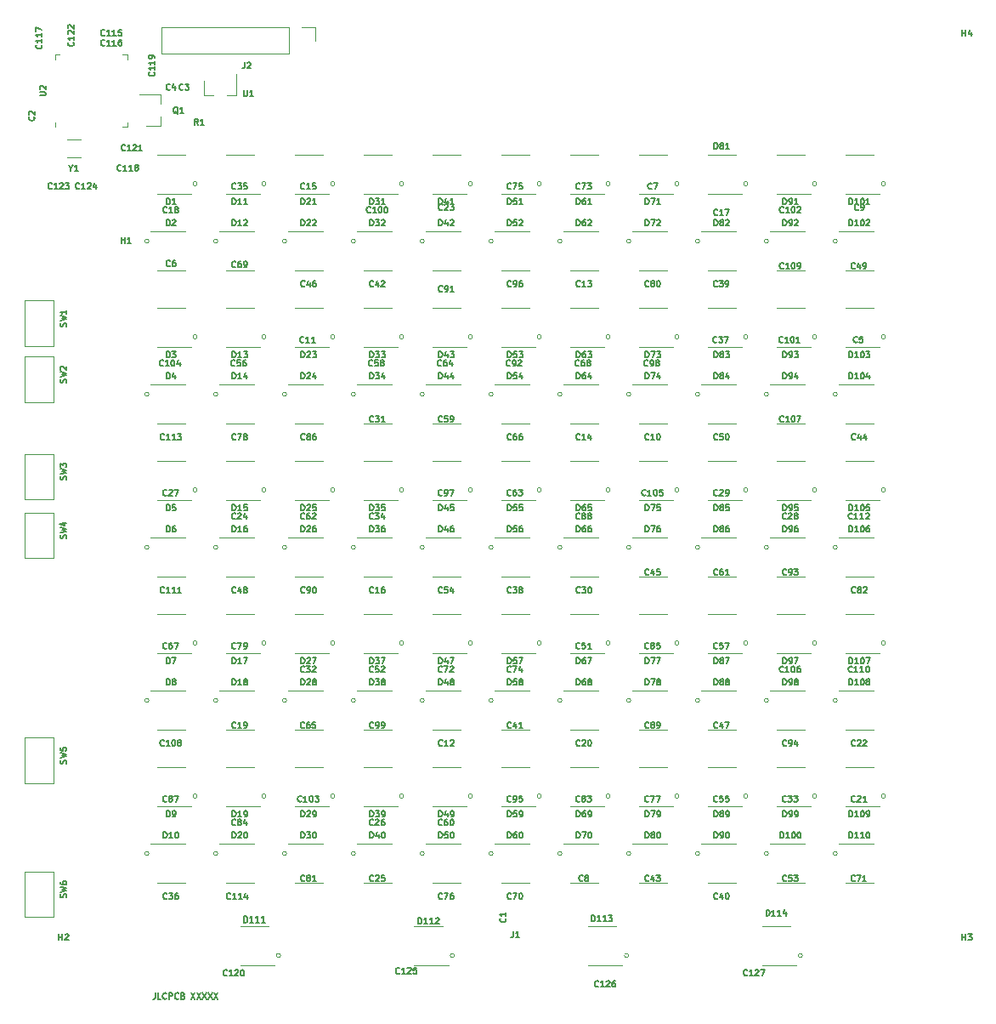
<source format=gbr>
G04 #@! TF.GenerationSoftware,KiCad,Pcbnew,(5.1.5)-2*
G04 #@! TF.CreationDate,2019-12-12T13:13:42-05:00*
G04 #@! TF.ProjectId,main,6d61696e-2e6b-4696-9361-645f70636258,rev?*
G04 #@! TF.SameCoordinates,Original*
G04 #@! TF.FileFunction,Legend,Top*
G04 #@! TF.FilePolarity,Positive*
%FSLAX46Y46*%
G04 Gerber Fmt 4.6, Leading zero omitted, Abs format (unit mm)*
G04 Created by KiCad (PCBNEW (5.1.5)-2) date 2019-12-12 13:13:42*
%MOMM*%
%LPD*%
G04 APERTURE LIST*
%ADD10C,0.130000*%
%ADD11C,0.120000*%
G04 APERTURE END LIST*
D10*
X14121514Y-97320228D02*
X14121514Y-97748800D01*
X14092942Y-97834514D01*
X14035800Y-97891657D01*
X13950085Y-97920228D01*
X13892942Y-97920228D01*
X14692942Y-97920228D02*
X14407228Y-97920228D01*
X14407228Y-97320228D01*
X15235800Y-97863085D02*
X15207228Y-97891657D01*
X15121514Y-97920228D01*
X15064371Y-97920228D01*
X14978657Y-97891657D01*
X14921514Y-97834514D01*
X14892942Y-97777371D01*
X14864371Y-97663085D01*
X14864371Y-97577371D01*
X14892942Y-97463085D01*
X14921514Y-97405942D01*
X14978657Y-97348800D01*
X15064371Y-97320228D01*
X15121514Y-97320228D01*
X15207228Y-97348800D01*
X15235800Y-97377371D01*
X15492942Y-97920228D02*
X15492942Y-97320228D01*
X15721514Y-97320228D01*
X15778657Y-97348800D01*
X15807228Y-97377371D01*
X15835800Y-97434514D01*
X15835800Y-97520228D01*
X15807228Y-97577371D01*
X15778657Y-97605942D01*
X15721514Y-97634514D01*
X15492942Y-97634514D01*
X16435800Y-97863085D02*
X16407228Y-97891657D01*
X16321514Y-97920228D01*
X16264371Y-97920228D01*
X16178657Y-97891657D01*
X16121514Y-97834514D01*
X16092942Y-97777371D01*
X16064371Y-97663085D01*
X16064371Y-97577371D01*
X16092942Y-97463085D01*
X16121514Y-97405942D01*
X16178657Y-97348800D01*
X16264371Y-97320228D01*
X16321514Y-97320228D01*
X16407228Y-97348800D01*
X16435800Y-97377371D01*
X16892942Y-97605942D02*
X16978657Y-97634514D01*
X17007228Y-97663085D01*
X17035800Y-97720228D01*
X17035800Y-97805942D01*
X17007228Y-97863085D01*
X16978657Y-97891657D01*
X16921514Y-97920228D01*
X16692942Y-97920228D01*
X16692942Y-97320228D01*
X16892942Y-97320228D01*
X16950085Y-97348800D01*
X16978657Y-97377371D01*
X17007228Y-97434514D01*
X17007228Y-97491657D01*
X16978657Y-97548800D01*
X16950085Y-97577371D01*
X16892942Y-97605942D01*
X16692942Y-97605942D01*
X17692942Y-97320228D02*
X18092942Y-97920228D01*
X18092942Y-97320228D02*
X17692942Y-97920228D01*
X18264371Y-97320228D02*
X18664371Y-97920228D01*
X18664371Y-97320228D02*
X18264371Y-97920228D01*
X18835800Y-97320228D02*
X19235800Y-97920228D01*
X19235800Y-97320228D02*
X18835800Y-97920228D01*
X19407228Y-97320228D02*
X19807228Y-97920228D01*
X19807228Y-97320228D02*
X19407228Y-97920228D01*
X19978657Y-97320228D02*
X20378657Y-97920228D01*
X20378657Y-97320228D02*
X19978657Y-97920228D01*
D11*
X78606155Y-93595000D02*
G75*
G03X78606155Y-93595000I-206155J0D01*
G01*
X77400000Y-90695000D02*
X74600000Y-90695000D01*
X78000000Y-94595000D02*
X74600000Y-94595000D01*
X61272821Y-93595000D02*
G75*
G03X61272821Y-93595000I-206155J0D01*
G01*
X60066666Y-90695000D02*
X57266666Y-90695000D01*
X60666666Y-94595000D02*
X57266666Y-94595000D01*
X43939488Y-93595000D02*
G75*
G03X43939488Y-93595000I-206155J0D01*
G01*
X42733333Y-90695000D02*
X39933333Y-90695000D01*
X43333333Y-94595000D02*
X39933333Y-94595000D01*
X26606155Y-93595000D02*
G75*
G03X26606155Y-93595000I-206155J0D01*
G01*
X25400000Y-90695000D02*
X22600000Y-90695000D01*
X26000000Y-94595000D02*
X22600000Y-94595000D01*
X82074155Y-83440000D02*
G75*
G03X82074155Y-83440000I-206155J0D01*
G01*
X82868000Y-86340000D02*
X85668000Y-86340000D01*
X82268000Y-82440000D02*
X85668000Y-82440000D01*
X86874155Y-77720000D02*
G75*
G03X86874155Y-77720000I-206155J0D01*
G01*
X85668000Y-74820000D02*
X82868000Y-74820000D01*
X86268000Y-78720000D02*
X82868000Y-78720000D01*
X82074155Y-68200000D02*
G75*
G03X82074155Y-68200000I-206155J0D01*
G01*
X82868000Y-71100000D02*
X85668000Y-71100000D01*
X82268000Y-67200000D02*
X85668000Y-67200000D01*
X86874155Y-62480000D02*
G75*
G03X86874155Y-62480000I-206155J0D01*
G01*
X85668000Y-59580000D02*
X82868000Y-59580000D01*
X86268000Y-63480000D02*
X82868000Y-63480000D01*
X82074155Y-52960000D02*
G75*
G03X82074155Y-52960000I-206155J0D01*
G01*
X82868000Y-55860000D02*
X85668000Y-55860000D01*
X82268000Y-51960000D02*
X85668000Y-51960000D01*
X86874155Y-47240000D02*
G75*
G03X86874155Y-47240000I-206155J0D01*
G01*
X85668000Y-44340000D02*
X82868000Y-44340000D01*
X86268000Y-48240000D02*
X82868000Y-48240000D01*
X82074155Y-37720000D02*
G75*
G03X82074155Y-37720000I-206155J0D01*
G01*
X82868000Y-40620000D02*
X85668000Y-40620000D01*
X82268000Y-36720000D02*
X85668000Y-36720000D01*
X86874155Y-32000000D02*
G75*
G03X86874155Y-32000000I-206155J0D01*
G01*
X85668000Y-29100000D02*
X82868000Y-29100000D01*
X86268000Y-33000000D02*
X82868000Y-33000000D01*
X82074155Y-22480000D02*
G75*
G03X82074155Y-22480000I-206155J0D01*
G01*
X82868000Y-25380000D02*
X85668000Y-25380000D01*
X82268000Y-21480000D02*
X85668000Y-21480000D01*
X86874155Y-16760000D02*
G75*
G03X86874155Y-16760000I-206155J0D01*
G01*
X85668000Y-13860000D02*
X82868000Y-13860000D01*
X86268000Y-17760000D02*
X82868000Y-17760000D01*
X75216155Y-83440000D02*
G75*
G03X75216155Y-83440000I-206155J0D01*
G01*
X76010000Y-86340000D02*
X78810000Y-86340000D01*
X75410000Y-82440000D02*
X78810000Y-82440000D01*
X80016155Y-77720000D02*
G75*
G03X80016155Y-77720000I-206155J0D01*
G01*
X78810000Y-74820000D02*
X76010000Y-74820000D01*
X79410000Y-78720000D02*
X76010000Y-78720000D01*
X75216155Y-68200000D02*
G75*
G03X75216155Y-68200000I-206155J0D01*
G01*
X76010000Y-71100000D02*
X78810000Y-71100000D01*
X75410000Y-67200000D02*
X78810000Y-67200000D01*
X80016155Y-62480000D02*
G75*
G03X80016155Y-62480000I-206155J0D01*
G01*
X78810000Y-59580000D02*
X76010000Y-59580000D01*
X79410000Y-63480000D02*
X76010000Y-63480000D01*
X75216155Y-52960000D02*
G75*
G03X75216155Y-52960000I-206155J0D01*
G01*
X76010000Y-55860000D02*
X78810000Y-55860000D01*
X75410000Y-51960000D02*
X78810000Y-51960000D01*
X80016155Y-47240000D02*
G75*
G03X80016155Y-47240000I-206155J0D01*
G01*
X78810000Y-44340000D02*
X76010000Y-44340000D01*
X79410000Y-48240000D02*
X76010000Y-48240000D01*
X75216155Y-37720000D02*
G75*
G03X75216155Y-37720000I-206155J0D01*
G01*
X76010000Y-40620000D02*
X78810000Y-40620000D01*
X75410000Y-36720000D02*
X78810000Y-36720000D01*
X80016155Y-32000000D02*
G75*
G03X80016155Y-32000000I-206155J0D01*
G01*
X78810000Y-29100000D02*
X76010000Y-29100000D01*
X79410000Y-33000000D02*
X76010000Y-33000000D01*
X75216155Y-22480000D02*
G75*
G03X75216155Y-22480000I-206155J0D01*
G01*
X76010000Y-25380000D02*
X78810000Y-25380000D01*
X75410000Y-21480000D02*
X78810000Y-21480000D01*
X80016155Y-16760000D02*
G75*
G03X80016155Y-16760000I-206155J0D01*
G01*
X78810000Y-13860000D02*
X76010000Y-13860000D01*
X79410000Y-17760000D02*
X76010000Y-17760000D01*
X68358155Y-83440000D02*
G75*
G03X68358155Y-83440000I-206155J0D01*
G01*
X69152000Y-86340000D02*
X71952000Y-86340000D01*
X68552000Y-82440000D02*
X71952000Y-82440000D01*
X73158155Y-77720000D02*
G75*
G03X73158155Y-77720000I-206155J0D01*
G01*
X71952000Y-74820000D02*
X69152000Y-74820000D01*
X72552000Y-78720000D02*
X69152000Y-78720000D01*
X68358155Y-68200000D02*
G75*
G03X68358155Y-68200000I-206155J0D01*
G01*
X69152000Y-71100000D02*
X71952000Y-71100000D01*
X68552000Y-67200000D02*
X71952000Y-67200000D01*
X73158155Y-62480000D02*
G75*
G03X73158155Y-62480000I-206155J0D01*
G01*
X71952000Y-59580000D02*
X69152000Y-59580000D01*
X72552000Y-63480000D02*
X69152000Y-63480000D01*
X68358155Y-52960000D02*
G75*
G03X68358155Y-52960000I-206155J0D01*
G01*
X69152000Y-55860000D02*
X71952000Y-55860000D01*
X68552000Y-51960000D02*
X71952000Y-51960000D01*
X73158155Y-47240000D02*
G75*
G03X73158155Y-47240000I-206155J0D01*
G01*
X71952000Y-44340000D02*
X69152000Y-44340000D01*
X72552000Y-48240000D02*
X69152000Y-48240000D01*
X68358155Y-37720000D02*
G75*
G03X68358155Y-37720000I-206155J0D01*
G01*
X69152000Y-40620000D02*
X71952000Y-40620000D01*
X68552000Y-36720000D02*
X71952000Y-36720000D01*
X73158155Y-32000000D02*
G75*
G03X73158155Y-32000000I-206155J0D01*
G01*
X71952000Y-29100000D02*
X69152000Y-29100000D01*
X72552000Y-33000000D02*
X69152000Y-33000000D01*
X68358155Y-22480000D02*
G75*
G03X68358155Y-22480000I-206155J0D01*
G01*
X69152000Y-25380000D02*
X71952000Y-25380000D01*
X68552000Y-21480000D02*
X71952000Y-21480000D01*
X73158155Y-16760000D02*
G75*
G03X73158155Y-16760000I-206155J0D01*
G01*
X71952000Y-13860000D02*
X69152000Y-13860000D01*
X72552000Y-17760000D02*
X69152000Y-17760000D01*
X61500155Y-83440000D02*
G75*
G03X61500155Y-83440000I-206155J0D01*
G01*
X62294000Y-86340000D02*
X65094000Y-86340000D01*
X61694000Y-82440000D02*
X65094000Y-82440000D01*
X66300155Y-77720000D02*
G75*
G03X66300155Y-77720000I-206155J0D01*
G01*
X65094000Y-74820000D02*
X62294000Y-74820000D01*
X65694000Y-78720000D02*
X62294000Y-78720000D01*
X61500155Y-68200000D02*
G75*
G03X61500155Y-68200000I-206155J0D01*
G01*
X62294000Y-71100000D02*
X65094000Y-71100000D01*
X61694000Y-67200000D02*
X65094000Y-67200000D01*
X66300155Y-62480000D02*
G75*
G03X66300155Y-62480000I-206155J0D01*
G01*
X65094000Y-59580000D02*
X62294000Y-59580000D01*
X65694000Y-63480000D02*
X62294000Y-63480000D01*
X61500155Y-52960000D02*
G75*
G03X61500155Y-52960000I-206155J0D01*
G01*
X62294000Y-55860000D02*
X65094000Y-55860000D01*
X61694000Y-51960000D02*
X65094000Y-51960000D01*
X66300155Y-47240000D02*
G75*
G03X66300155Y-47240000I-206155J0D01*
G01*
X65094000Y-44340000D02*
X62294000Y-44340000D01*
X65694000Y-48240000D02*
X62294000Y-48240000D01*
X61500155Y-37720000D02*
G75*
G03X61500155Y-37720000I-206155J0D01*
G01*
X62294000Y-40620000D02*
X65094000Y-40620000D01*
X61694000Y-36720000D02*
X65094000Y-36720000D01*
X66300155Y-32000000D02*
G75*
G03X66300155Y-32000000I-206155J0D01*
G01*
X65094000Y-29100000D02*
X62294000Y-29100000D01*
X65694000Y-33000000D02*
X62294000Y-33000000D01*
X61500155Y-22480000D02*
G75*
G03X61500155Y-22480000I-206155J0D01*
G01*
X62294000Y-25380000D02*
X65094000Y-25380000D01*
X61694000Y-21480000D02*
X65094000Y-21480000D01*
X66300155Y-16760000D02*
G75*
G03X66300155Y-16760000I-206155J0D01*
G01*
X65094000Y-13860000D02*
X62294000Y-13860000D01*
X65694000Y-17760000D02*
X62294000Y-17760000D01*
X54642155Y-83440000D02*
G75*
G03X54642155Y-83440000I-206155J0D01*
G01*
X55436000Y-86340000D02*
X58236000Y-86340000D01*
X54836000Y-82440000D02*
X58236000Y-82440000D01*
X59442155Y-77720000D02*
G75*
G03X59442155Y-77720000I-206155J0D01*
G01*
X58236000Y-74820000D02*
X55436000Y-74820000D01*
X58836000Y-78720000D02*
X55436000Y-78720000D01*
X54642155Y-68200000D02*
G75*
G03X54642155Y-68200000I-206155J0D01*
G01*
X55436000Y-71100000D02*
X58236000Y-71100000D01*
X54836000Y-67200000D02*
X58236000Y-67200000D01*
X59442155Y-62480000D02*
G75*
G03X59442155Y-62480000I-206155J0D01*
G01*
X58236000Y-59580000D02*
X55436000Y-59580000D01*
X58836000Y-63480000D02*
X55436000Y-63480000D01*
X54642155Y-52960000D02*
G75*
G03X54642155Y-52960000I-206155J0D01*
G01*
X55436000Y-55860000D02*
X58236000Y-55860000D01*
X54836000Y-51960000D02*
X58236000Y-51960000D01*
X59442155Y-47240000D02*
G75*
G03X59442155Y-47240000I-206155J0D01*
G01*
X58236000Y-44340000D02*
X55436000Y-44340000D01*
X58836000Y-48240000D02*
X55436000Y-48240000D01*
X54642155Y-37720000D02*
G75*
G03X54642155Y-37720000I-206155J0D01*
G01*
X55436000Y-40620000D02*
X58236000Y-40620000D01*
X54836000Y-36720000D02*
X58236000Y-36720000D01*
X59442155Y-32000000D02*
G75*
G03X59442155Y-32000000I-206155J0D01*
G01*
X58236000Y-29100000D02*
X55436000Y-29100000D01*
X58836000Y-33000000D02*
X55436000Y-33000000D01*
X54642155Y-22480000D02*
G75*
G03X54642155Y-22480000I-206155J0D01*
G01*
X55436000Y-25380000D02*
X58236000Y-25380000D01*
X54836000Y-21480000D02*
X58236000Y-21480000D01*
X59442155Y-16760000D02*
G75*
G03X59442155Y-16760000I-206155J0D01*
G01*
X58236000Y-13860000D02*
X55436000Y-13860000D01*
X58836000Y-17760000D02*
X55436000Y-17760000D01*
X47784155Y-83440000D02*
G75*
G03X47784155Y-83440000I-206155J0D01*
G01*
X48578000Y-86340000D02*
X51378000Y-86340000D01*
X47978000Y-82440000D02*
X51378000Y-82440000D01*
X52584155Y-77720000D02*
G75*
G03X52584155Y-77720000I-206155J0D01*
G01*
X51378000Y-74820000D02*
X48578000Y-74820000D01*
X51978000Y-78720000D02*
X48578000Y-78720000D01*
X47784155Y-68200000D02*
G75*
G03X47784155Y-68200000I-206155J0D01*
G01*
X48578000Y-71100000D02*
X51378000Y-71100000D01*
X47978000Y-67200000D02*
X51378000Y-67200000D01*
X52584155Y-62480000D02*
G75*
G03X52584155Y-62480000I-206155J0D01*
G01*
X51378000Y-59580000D02*
X48578000Y-59580000D01*
X51978000Y-63480000D02*
X48578000Y-63480000D01*
X47784155Y-52960000D02*
G75*
G03X47784155Y-52960000I-206155J0D01*
G01*
X48578000Y-55860000D02*
X51378000Y-55860000D01*
X47978000Y-51960000D02*
X51378000Y-51960000D01*
X52584155Y-47240000D02*
G75*
G03X52584155Y-47240000I-206155J0D01*
G01*
X51378000Y-44340000D02*
X48578000Y-44340000D01*
X51978000Y-48240000D02*
X48578000Y-48240000D01*
X47784155Y-37720000D02*
G75*
G03X47784155Y-37720000I-206155J0D01*
G01*
X48578000Y-40620000D02*
X51378000Y-40620000D01*
X47978000Y-36720000D02*
X51378000Y-36720000D01*
X52584155Y-32000000D02*
G75*
G03X52584155Y-32000000I-206155J0D01*
G01*
X51378000Y-29100000D02*
X48578000Y-29100000D01*
X51978000Y-33000000D02*
X48578000Y-33000000D01*
X47784155Y-22480000D02*
G75*
G03X47784155Y-22480000I-206155J0D01*
G01*
X48578000Y-25380000D02*
X51378000Y-25380000D01*
X47978000Y-21480000D02*
X51378000Y-21480000D01*
X52584155Y-16760000D02*
G75*
G03X52584155Y-16760000I-206155J0D01*
G01*
X51378000Y-13860000D02*
X48578000Y-13860000D01*
X51978000Y-17760000D02*
X48578000Y-17760000D01*
X40926155Y-83440000D02*
G75*
G03X40926155Y-83440000I-206155J0D01*
G01*
X41720000Y-86340000D02*
X44520000Y-86340000D01*
X41120000Y-82440000D02*
X44520000Y-82440000D01*
X45726155Y-77720000D02*
G75*
G03X45726155Y-77720000I-206155J0D01*
G01*
X44520000Y-74820000D02*
X41720000Y-74820000D01*
X45120000Y-78720000D02*
X41720000Y-78720000D01*
X40926155Y-68200000D02*
G75*
G03X40926155Y-68200000I-206155J0D01*
G01*
X41720000Y-71100000D02*
X44520000Y-71100000D01*
X41120000Y-67200000D02*
X44520000Y-67200000D01*
X45726155Y-62480000D02*
G75*
G03X45726155Y-62480000I-206155J0D01*
G01*
X44520000Y-59580000D02*
X41720000Y-59580000D01*
X45120000Y-63480000D02*
X41720000Y-63480000D01*
X40926155Y-52960000D02*
G75*
G03X40926155Y-52960000I-206155J0D01*
G01*
X41720000Y-55860000D02*
X44520000Y-55860000D01*
X41120000Y-51960000D02*
X44520000Y-51960000D01*
X45726155Y-47240000D02*
G75*
G03X45726155Y-47240000I-206155J0D01*
G01*
X44520000Y-44340000D02*
X41720000Y-44340000D01*
X45120000Y-48240000D02*
X41720000Y-48240000D01*
X40926155Y-37720000D02*
G75*
G03X40926155Y-37720000I-206155J0D01*
G01*
X41720000Y-40620000D02*
X44520000Y-40620000D01*
X41120000Y-36720000D02*
X44520000Y-36720000D01*
X45726155Y-32000000D02*
G75*
G03X45726155Y-32000000I-206155J0D01*
G01*
X44520000Y-29100000D02*
X41720000Y-29100000D01*
X45120000Y-33000000D02*
X41720000Y-33000000D01*
X40926155Y-22480000D02*
G75*
G03X40926155Y-22480000I-206155J0D01*
G01*
X41720000Y-25380000D02*
X44520000Y-25380000D01*
X41120000Y-21480000D02*
X44520000Y-21480000D01*
X45726155Y-16760000D02*
G75*
G03X45726155Y-16760000I-206155J0D01*
G01*
X44520000Y-13860000D02*
X41720000Y-13860000D01*
X45120000Y-17760000D02*
X41720000Y-17760000D01*
X34068155Y-83440000D02*
G75*
G03X34068155Y-83440000I-206155J0D01*
G01*
X34862000Y-86340000D02*
X37662000Y-86340000D01*
X34262000Y-82440000D02*
X37662000Y-82440000D01*
X38868155Y-77720000D02*
G75*
G03X38868155Y-77720000I-206155J0D01*
G01*
X37662000Y-74820000D02*
X34862000Y-74820000D01*
X38262000Y-78720000D02*
X34862000Y-78720000D01*
X34068155Y-68200000D02*
G75*
G03X34068155Y-68200000I-206155J0D01*
G01*
X34862000Y-71100000D02*
X37662000Y-71100000D01*
X34262000Y-67200000D02*
X37662000Y-67200000D01*
X38868155Y-62480000D02*
G75*
G03X38868155Y-62480000I-206155J0D01*
G01*
X37662000Y-59580000D02*
X34862000Y-59580000D01*
X38262000Y-63480000D02*
X34862000Y-63480000D01*
X34068155Y-52960000D02*
G75*
G03X34068155Y-52960000I-206155J0D01*
G01*
X34862000Y-55860000D02*
X37662000Y-55860000D01*
X34262000Y-51960000D02*
X37662000Y-51960000D01*
X38868155Y-47240000D02*
G75*
G03X38868155Y-47240000I-206155J0D01*
G01*
X37662000Y-44340000D02*
X34862000Y-44340000D01*
X38262000Y-48240000D02*
X34862000Y-48240000D01*
X34068155Y-37720000D02*
G75*
G03X34068155Y-37720000I-206155J0D01*
G01*
X34862000Y-40620000D02*
X37662000Y-40620000D01*
X34262000Y-36720000D02*
X37662000Y-36720000D01*
X38868155Y-32000000D02*
G75*
G03X38868155Y-32000000I-206155J0D01*
G01*
X37662000Y-29100000D02*
X34862000Y-29100000D01*
X38262000Y-33000000D02*
X34862000Y-33000000D01*
X34068155Y-22480000D02*
G75*
G03X34068155Y-22480000I-206155J0D01*
G01*
X34862000Y-25380000D02*
X37662000Y-25380000D01*
X34262000Y-21480000D02*
X37662000Y-21480000D01*
X38868155Y-16760000D02*
G75*
G03X38868155Y-16760000I-206155J0D01*
G01*
X37662000Y-13860000D02*
X34862000Y-13860000D01*
X38262000Y-17760000D02*
X34862000Y-17760000D01*
X27210155Y-83440000D02*
G75*
G03X27210155Y-83440000I-206155J0D01*
G01*
X28004000Y-86340000D02*
X30804000Y-86340000D01*
X27404000Y-82440000D02*
X30804000Y-82440000D01*
X32010155Y-77720000D02*
G75*
G03X32010155Y-77720000I-206155J0D01*
G01*
X30804000Y-74820000D02*
X28004000Y-74820000D01*
X31404000Y-78720000D02*
X28004000Y-78720000D01*
X27210155Y-68200000D02*
G75*
G03X27210155Y-68200000I-206155J0D01*
G01*
X28004000Y-71100000D02*
X30804000Y-71100000D01*
X27404000Y-67200000D02*
X30804000Y-67200000D01*
X32010155Y-62480000D02*
G75*
G03X32010155Y-62480000I-206155J0D01*
G01*
X30804000Y-59580000D02*
X28004000Y-59580000D01*
X31404000Y-63480000D02*
X28004000Y-63480000D01*
X27210155Y-52960000D02*
G75*
G03X27210155Y-52960000I-206155J0D01*
G01*
X28004000Y-55860000D02*
X30804000Y-55860000D01*
X27404000Y-51960000D02*
X30804000Y-51960000D01*
X32010155Y-47240000D02*
G75*
G03X32010155Y-47240000I-206155J0D01*
G01*
X30804000Y-44340000D02*
X28004000Y-44340000D01*
X31404000Y-48240000D02*
X28004000Y-48240000D01*
X27210155Y-37720000D02*
G75*
G03X27210155Y-37720000I-206155J0D01*
G01*
X28004000Y-40620000D02*
X30804000Y-40620000D01*
X27404000Y-36720000D02*
X30804000Y-36720000D01*
X32010155Y-32000000D02*
G75*
G03X32010155Y-32000000I-206155J0D01*
G01*
X30804000Y-29100000D02*
X28004000Y-29100000D01*
X31404000Y-33000000D02*
X28004000Y-33000000D01*
X27210155Y-22480000D02*
G75*
G03X27210155Y-22480000I-206155J0D01*
G01*
X28004000Y-25380000D02*
X30804000Y-25380000D01*
X27404000Y-21480000D02*
X30804000Y-21480000D01*
X32010155Y-16760000D02*
G75*
G03X32010155Y-16760000I-206155J0D01*
G01*
X30804000Y-13860000D02*
X28004000Y-13860000D01*
X31404000Y-17760000D02*
X28004000Y-17760000D01*
X20352155Y-83440000D02*
G75*
G03X20352155Y-83440000I-206155J0D01*
G01*
X21146000Y-86340000D02*
X23946000Y-86340000D01*
X20546000Y-82440000D02*
X23946000Y-82440000D01*
X25152155Y-77720000D02*
G75*
G03X25152155Y-77720000I-206155J0D01*
G01*
X23946000Y-74820000D02*
X21146000Y-74820000D01*
X24546000Y-78720000D02*
X21146000Y-78720000D01*
X20352155Y-68200000D02*
G75*
G03X20352155Y-68200000I-206155J0D01*
G01*
X21146000Y-71100000D02*
X23946000Y-71100000D01*
X20546000Y-67200000D02*
X23946000Y-67200000D01*
X25152155Y-62480000D02*
G75*
G03X25152155Y-62480000I-206155J0D01*
G01*
X23946000Y-59580000D02*
X21146000Y-59580000D01*
X24546000Y-63480000D02*
X21146000Y-63480000D01*
X20352155Y-52960000D02*
G75*
G03X20352155Y-52960000I-206155J0D01*
G01*
X21146000Y-55860000D02*
X23946000Y-55860000D01*
X20546000Y-51960000D02*
X23946000Y-51960000D01*
X25152155Y-47240000D02*
G75*
G03X25152155Y-47240000I-206155J0D01*
G01*
X23946000Y-44340000D02*
X21146000Y-44340000D01*
X24546000Y-48240000D02*
X21146000Y-48240000D01*
X20352155Y-37720000D02*
G75*
G03X20352155Y-37720000I-206155J0D01*
G01*
X21146000Y-40620000D02*
X23946000Y-40620000D01*
X20546000Y-36720000D02*
X23946000Y-36720000D01*
X25152155Y-32000000D02*
G75*
G03X25152155Y-32000000I-206155J0D01*
G01*
X23946000Y-29100000D02*
X21146000Y-29100000D01*
X24546000Y-33000000D02*
X21146000Y-33000000D01*
X20352155Y-22480000D02*
G75*
G03X20352155Y-22480000I-206155J0D01*
G01*
X21146000Y-25380000D02*
X23946000Y-25380000D01*
X20546000Y-21480000D02*
X23946000Y-21480000D01*
X25152155Y-16760000D02*
G75*
G03X25152155Y-16760000I-206155J0D01*
G01*
X23946000Y-13860000D02*
X21146000Y-13860000D01*
X24546000Y-17760000D02*
X21146000Y-17760000D01*
X13494155Y-83440000D02*
G75*
G03X13494155Y-83440000I-206155J0D01*
G01*
X14288000Y-86340000D02*
X17088000Y-86340000D01*
X13688000Y-82440000D02*
X17088000Y-82440000D01*
X18294155Y-77720000D02*
G75*
G03X18294155Y-77720000I-206155J0D01*
G01*
X17088000Y-74820000D02*
X14288000Y-74820000D01*
X17688000Y-78720000D02*
X14288000Y-78720000D01*
X13494155Y-68200000D02*
G75*
G03X13494155Y-68200000I-206155J0D01*
G01*
X14288000Y-71100000D02*
X17088000Y-71100000D01*
X13688000Y-67200000D02*
X17088000Y-67200000D01*
X18294155Y-62480000D02*
G75*
G03X18294155Y-62480000I-206155J0D01*
G01*
X17088000Y-59580000D02*
X14288000Y-59580000D01*
X17688000Y-63480000D02*
X14288000Y-63480000D01*
X13494155Y-52960000D02*
G75*
G03X13494155Y-52960000I-206155J0D01*
G01*
X14288000Y-55860000D02*
X17088000Y-55860000D01*
X13688000Y-51960000D02*
X17088000Y-51960000D01*
X18294155Y-47240000D02*
G75*
G03X18294155Y-47240000I-206155J0D01*
G01*
X17088000Y-44340000D02*
X14288000Y-44340000D01*
X17688000Y-48240000D02*
X14288000Y-48240000D01*
X13494155Y-37720000D02*
G75*
G03X13494155Y-37720000I-206155J0D01*
G01*
X14288000Y-40620000D02*
X17088000Y-40620000D01*
X13688000Y-36720000D02*
X17088000Y-36720000D01*
X18294155Y-32000000D02*
G75*
G03X18294155Y-32000000I-206155J0D01*
G01*
X17088000Y-29100000D02*
X14288000Y-29100000D01*
X17688000Y-33000000D02*
X14288000Y-33000000D01*
X13494155Y-22480000D02*
G75*
G03X13494155Y-22480000I-206155J0D01*
G01*
X14288000Y-25380000D02*
X17088000Y-25380000D01*
X13688000Y-21480000D02*
X17088000Y-21480000D01*
X18294155Y-16760000D02*
G75*
G03X18294155Y-16760000I-206155J0D01*
G01*
X17088000Y-13860000D02*
X14288000Y-13860000D01*
X17688000Y-17760000D02*
X14288000Y-17760000D01*
X14670000Y-11040000D02*
X13210000Y-11040000D01*
X14670000Y-7880000D02*
X12510000Y-7880000D01*
X14670000Y-7880000D02*
X14670000Y-8810000D01*
X14670000Y-11040000D02*
X14670000Y-10110000D01*
X19020000Y-7960000D02*
X19020000Y-6500000D01*
X22180000Y-7960000D02*
X22180000Y-5800000D01*
X22180000Y-7960000D02*
X21250000Y-7960000D01*
X19020000Y-7960000D02*
X19950000Y-7960000D01*
X30080000Y-1170000D02*
X30080000Y-2500000D01*
X28750000Y-1170000D02*
X30080000Y-1170000D01*
X27480000Y-1170000D02*
X27480000Y-3830000D01*
X27480000Y-3830000D02*
X14720000Y-3830000D01*
X27480000Y-1170000D02*
X14720000Y-1170000D01*
X14720000Y-1170000D02*
X14720000Y-3830000D01*
X6675000Y-14125000D02*
X5325000Y-14125000D01*
X6675000Y-12375000D02*
X5325000Y-12375000D01*
X1088000Y-89750000D02*
X1088000Y-85250000D01*
X3988000Y-89750000D02*
X1088000Y-89750000D01*
X3988000Y-85250000D02*
X1088000Y-85250000D01*
X3988000Y-89750000D02*
X3988000Y-85250000D01*
X1088000Y-76418000D02*
X1088000Y-71918000D01*
X3988000Y-76418000D02*
X1088000Y-76418000D01*
X3988000Y-71918000D02*
X1088000Y-71918000D01*
X3988000Y-76418000D02*
X3988000Y-71918000D01*
X1088000Y-54004000D02*
X1088000Y-49504000D01*
X3988000Y-54004000D02*
X1088000Y-54004000D01*
X3988000Y-49504000D02*
X1088000Y-49504000D01*
X3988000Y-54004000D02*
X3988000Y-49504000D01*
X1088000Y-48162000D02*
X1088000Y-43662000D01*
X3988000Y-48162000D02*
X1088000Y-48162000D01*
X3988000Y-43662000D02*
X1088000Y-43662000D01*
X3988000Y-48162000D02*
X3988000Y-43662000D01*
X1088000Y-38490000D02*
X1088000Y-33990000D01*
X3988000Y-38490000D02*
X1088000Y-38490000D01*
X3988000Y-33990000D02*
X1088000Y-33990000D01*
X3988000Y-38490000D02*
X3988000Y-33990000D01*
X1088000Y-32902000D02*
X1088000Y-28402000D01*
X3988000Y-32902000D02*
X1088000Y-32902000D01*
X3988000Y-28402000D02*
X1088000Y-28402000D01*
X3988000Y-32902000D02*
X3988000Y-28402000D01*
X4140000Y-10635000D02*
X4140000Y-11110000D01*
X11360000Y-3890000D02*
X10885000Y-3890000D01*
X11360000Y-4365000D02*
X11360000Y-3890000D01*
X11360000Y-11110000D02*
X10885000Y-11110000D01*
X11360000Y-10635000D02*
X11360000Y-11110000D01*
X4140000Y-3890000D02*
X4615000Y-3890000D01*
X4140000Y-4365000D02*
X4140000Y-3890000D01*
D10*
X74992514Y-89639828D02*
X74992514Y-89039828D01*
X75135371Y-89039828D01*
X75221085Y-89068400D01*
X75278228Y-89125542D01*
X75306800Y-89182685D01*
X75335371Y-89296971D01*
X75335371Y-89382685D01*
X75306800Y-89496971D01*
X75278228Y-89554114D01*
X75221085Y-89611257D01*
X75135371Y-89639828D01*
X74992514Y-89639828D01*
X75906800Y-89639828D02*
X75563942Y-89639828D01*
X75735371Y-89639828D02*
X75735371Y-89039828D01*
X75678228Y-89125542D01*
X75621085Y-89182685D01*
X75563942Y-89211257D01*
X76478228Y-89639828D02*
X76135371Y-89639828D01*
X76306800Y-89639828D02*
X76306800Y-89039828D01*
X76249657Y-89125542D01*
X76192514Y-89182685D01*
X76135371Y-89211257D01*
X76992514Y-89239828D02*
X76992514Y-89639828D01*
X76849657Y-89011257D02*
X76706800Y-89439828D01*
X77078228Y-89439828D01*
X57608380Y-90198628D02*
X57608380Y-89598628D01*
X57751237Y-89598628D01*
X57836951Y-89627200D01*
X57894094Y-89684342D01*
X57922666Y-89741485D01*
X57951237Y-89855771D01*
X57951237Y-89941485D01*
X57922666Y-90055771D01*
X57894094Y-90112914D01*
X57836951Y-90170057D01*
X57751237Y-90198628D01*
X57608380Y-90198628D01*
X58522666Y-90198628D02*
X58179808Y-90198628D01*
X58351237Y-90198628D02*
X58351237Y-89598628D01*
X58294094Y-89684342D01*
X58236951Y-89741485D01*
X58179808Y-89770057D01*
X59094094Y-90198628D02*
X58751237Y-90198628D01*
X58922666Y-90198628D02*
X58922666Y-89598628D01*
X58865523Y-89684342D01*
X58808380Y-89741485D01*
X58751237Y-89770057D01*
X59294094Y-89598628D02*
X59665523Y-89598628D01*
X59465523Y-89827200D01*
X59551237Y-89827200D01*
X59608380Y-89855771D01*
X59636951Y-89884342D01*
X59665523Y-89941485D01*
X59665523Y-90084342D01*
X59636951Y-90141485D01*
X59608380Y-90170057D01*
X59551237Y-90198628D01*
X59379808Y-90198628D01*
X59322666Y-90170057D01*
X59294094Y-90141485D01*
X40344447Y-90452628D02*
X40344447Y-89852628D01*
X40487304Y-89852628D01*
X40573018Y-89881200D01*
X40630161Y-89938342D01*
X40658733Y-89995485D01*
X40687304Y-90109771D01*
X40687304Y-90195485D01*
X40658733Y-90309771D01*
X40630161Y-90366914D01*
X40573018Y-90424057D01*
X40487304Y-90452628D01*
X40344447Y-90452628D01*
X41258733Y-90452628D02*
X40915875Y-90452628D01*
X41087304Y-90452628D02*
X41087304Y-89852628D01*
X41030161Y-89938342D01*
X40973018Y-89995485D01*
X40915875Y-90024057D01*
X41830161Y-90452628D02*
X41487304Y-90452628D01*
X41658733Y-90452628D02*
X41658733Y-89852628D01*
X41601590Y-89938342D01*
X41544447Y-89995485D01*
X41487304Y-90024057D01*
X42058733Y-89909771D02*
X42087304Y-89881200D01*
X42144447Y-89852628D01*
X42287304Y-89852628D01*
X42344447Y-89881200D01*
X42373018Y-89909771D01*
X42401590Y-89966914D01*
X42401590Y-90024057D01*
X42373018Y-90109771D01*
X42030161Y-90452628D01*
X42401590Y-90452628D01*
X22985714Y-90300228D02*
X22985714Y-89700228D01*
X23128571Y-89700228D01*
X23214285Y-89728800D01*
X23271428Y-89785942D01*
X23300000Y-89843085D01*
X23328571Y-89957371D01*
X23328571Y-90043085D01*
X23300000Y-90157371D01*
X23271428Y-90214514D01*
X23214285Y-90271657D01*
X23128571Y-90300228D01*
X22985714Y-90300228D01*
X23900000Y-90300228D02*
X23557142Y-90300228D01*
X23728571Y-90300228D02*
X23728571Y-89700228D01*
X23671428Y-89785942D01*
X23614285Y-89843085D01*
X23557142Y-89871657D01*
X24471428Y-90300228D02*
X24128571Y-90300228D01*
X24300000Y-90300228D02*
X24300000Y-89700228D01*
X24242857Y-89785942D01*
X24185714Y-89843085D01*
X24128571Y-89871657D01*
X25042857Y-90300228D02*
X24700000Y-90300228D01*
X24871428Y-90300228D02*
X24871428Y-89700228D01*
X24814285Y-89785942D01*
X24757142Y-89843085D01*
X24700000Y-89871657D01*
X73106371Y-95526285D02*
X73077800Y-95554857D01*
X72992085Y-95583428D01*
X72934942Y-95583428D01*
X72849228Y-95554857D01*
X72792085Y-95497714D01*
X72763514Y-95440571D01*
X72734942Y-95326285D01*
X72734942Y-95240571D01*
X72763514Y-95126285D01*
X72792085Y-95069142D01*
X72849228Y-95012000D01*
X72934942Y-94983428D01*
X72992085Y-94983428D01*
X73077800Y-95012000D01*
X73106371Y-95040571D01*
X73677800Y-95583428D02*
X73334942Y-95583428D01*
X73506371Y-95583428D02*
X73506371Y-94983428D01*
X73449228Y-95069142D01*
X73392085Y-95126285D01*
X73334942Y-95154857D01*
X73906371Y-95040571D02*
X73934942Y-95012000D01*
X73992085Y-94983428D01*
X74134942Y-94983428D01*
X74192085Y-95012000D01*
X74220657Y-95040571D01*
X74249228Y-95097714D01*
X74249228Y-95154857D01*
X74220657Y-95240571D01*
X73877800Y-95583428D01*
X74249228Y-95583428D01*
X74449228Y-94983428D02*
X74849228Y-94983428D01*
X74592085Y-95583428D01*
X58272771Y-96669285D02*
X58244200Y-96697857D01*
X58158485Y-96726428D01*
X58101342Y-96726428D01*
X58015628Y-96697857D01*
X57958485Y-96640714D01*
X57929914Y-96583571D01*
X57901342Y-96469285D01*
X57901342Y-96383571D01*
X57929914Y-96269285D01*
X57958485Y-96212142D01*
X58015628Y-96155000D01*
X58101342Y-96126428D01*
X58158485Y-96126428D01*
X58244200Y-96155000D01*
X58272771Y-96183571D01*
X58844200Y-96726428D02*
X58501342Y-96726428D01*
X58672771Y-96726428D02*
X58672771Y-96126428D01*
X58615628Y-96212142D01*
X58558485Y-96269285D01*
X58501342Y-96297857D01*
X59072771Y-96183571D02*
X59101342Y-96155000D01*
X59158485Y-96126428D01*
X59301342Y-96126428D01*
X59358485Y-96155000D01*
X59387057Y-96183571D01*
X59415628Y-96240714D01*
X59415628Y-96297857D01*
X59387057Y-96383571D01*
X59044200Y-96726428D01*
X59415628Y-96726428D01*
X59929914Y-96126428D02*
X59815628Y-96126428D01*
X59758485Y-96155000D01*
X59729914Y-96183571D01*
X59672771Y-96269285D01*
X59644200Y-96383571D01*
X59644200Y-96612142D01*
X59672771Y-96669285D01*
X59701342Y-96697857D01*
X59758485Y-96726428D01*
X59872771Y-96726428D01*
X59929914Y-96697857D01*
X59958485Y-96669285D01*
X59987057Y-96612142D01*
X59987057Y-96469285D01*
X59958485Y-96412142D01*
X59929914Y-96383571D01*
X59872771Y-96355000D01*
X59758485Y-96355000D01*
X59701342Y-96383571D01*
X59672771Y-96412142D01*
X59644200Y-96469285D01*
X38460771Y-95348485D02*
X38432200Y-95377057D01*
X38346485Y-95405628D01*
X38289342Y-95405628D01*
X38203628Y-95377057D01*
X38146485Y-95319914D01*
X38117914Y-95262771D01*
X38089342Y-95148485D01*
X38089342Y-95062771D01*
X38117914Y-94948485D01*
X38146485Y-94891342D01*
X38203628Y-94834200D01*
X38289342Y-94805628D01*
X38346485Y-94805628D01*
X38432200Y-94834200D01*
X38460771Y-94862771D01*
X39032200Y-95405628D02*
X38689342Y-95405628D01*
X38860771Y-95405628D02*
X38860771Y-94805628D01*
X38803628Y-94891342D01*
X38746485Y-94948485D01*
X38689342Y-94977057D01*
X39260771Y-94862771D02*
X39289342Y-94834200D01*
X39346485Y-94805628D01*
X39489342Y-94805628D01*
X39546485Y-94834200D01*
X39575057Y-94862771D01*
X39603628Y-94919914D01*
X39603628Y-94977057D01*
X39575057Y-95062771D01*
X39232200Y-95405628D01*
X39603628Y-95405628D01*
X40146485Y-94805628D02*
X39860771Y-94805628D01*
X39832200Y-95091342D01*
X39860771Y-95062771D01*
X39917914Y-95034200D01*
X40060771Y-95034200D01*
X40117914Y-95062771D01*
X40146485Y-95091342D01*
X40175057Y-95148485D01*
X40175057Y-95291342D01*
X40146485Y-95348485D01*
X40117914Y-95377057D01*
X40060771Y-95405628D01*
X39917914Y-95405628D01*
X39860771Y-95377057D01*
X39832200Y-95348485D01*
X21264971Y-95551685D02*
X21236400Y-95580257D01*
X21150685Y-95608828D01*
X21093542Y-95608828D01*
X21007828Y-95580257D01*
X20950685Y-95523114D01*
X20922114Y-95465971D01*
X20893542Y-95351685D01*
X20893542Y-95265971D01*
X20922114Y-95151685D01*
X20950685Y-95094542D01*
X21007828Y-95037400D01*
X21093542Y-95008828D01*
X21150685Y-95008828D01*
X21236400Y-95037400D01*
X21264971Y-95065971D01*
X21836400Y-95608828D02*
X21493542Y-95608828D01*
X21664971Y-95608828D02*
X21664971Y-95008828D01*
X21607828Y-95094542D01*
X21550685Y-95151685D01*
X21493542Y-95180257D01*
X22064971Y-95065971D02*
X22093542Y-95037400D01*
X22150685Y-95008828D01*
X22293542Y-95008828D01*
X22350685Y-95037400D01*
X22379257Y-95065971D01*
X22407828Y-95123114D01*
X22407828Y-95180257D01*
X22379257Y-95265971D01*
X22036400Y-95608828D01*
X22407828Y-95608828D01*
X22779257Y-95008828D02*
X22836400Y-95008828D01*
X22893542Y-95037400D01*
X22922114Y-95065971D01*
X22950685Y-95123114D01*
X22979257Y-95237400D01*
X22979257Y-95380257D01*
X22950685Y-95494542D01*
X22922114Y-95551685D01*
X22893542Y-95580257D01*
X22836400Y-95608828D01*
X22779257Y-95608828D01*
X22722114Y-95580257D01*
X22693542Y-95551685D01*
X22664971Y-95494542D01*
X22636400Y-95380257D01*
X22636400Y-95237400D01*
X22664971Y-95123114D01*
X22693542Y-95065971D01*
X22722114Y-95037400D01*
X22779257Y-95008828D01*
X83253714Y-81911428D02*
X83253714Y-81311428D01*
X83396571Y-81311428D01*
X83482285Y-81340000D01*
X83539428Y-81397142D01*
X83568000Y-81454285D01*
X83596571Y-81568571D01*
X83596571Y-81654285D01*
X83568000Y-81768571D01*
X83539428Y-81825714D01*
X83482285Y-81882857D01*
X83396571Y-81911428D01*
X83253714Y-81911428D01*
X84168000Y-81911428D02*
X83825142Y-81911428D01*
X83996571Y-81911428D02*
X83996571Y-81311428D01*
X83939428Y-81397142D01*
X83882285Y-81454285D01*
X83825142Y-81482857D01*
X84739428Y-81911428D02*
X84396571Y-81911428D01*
X84568000Y-81911428D02*
X84568000Y-81311428D01*
X84510857Y-81397142D01*
X84453714Y-81454285D01*
X84396571Y-81482857D01*
X85110857Y-81311428D02*
X85168000Y-81311428D01*
X85225142Y-81340000D01*
X85253714Y-81368571D01*
X85282285Y-81425714D01*
X85310857Y-81540000D01*
X85310857Y-81682857D01*
X85282285Y-81797142D01*
X85253714Y-81854285D01*
X85225142Y-81882857D01*
X85168000Y-81911428D01*
X85110857Y-81911428D01*
X85053714Y-81882857D01*
X85025142Y-81854285D01*
X84996571Y-81797142D01*
X84968000Y-81682857D01*
X84968000Y-81540000D01*
X84996571Y-81425714D01*
X85025142Y-81368571D01*
X85053714Y-81340000D01*
X85110857Y-81311428D01*
X83253714Y-79791428D02*
X83253714Y-79191428D01*
X83396571Y-79191428D01*
X83482285Y-79220000D01*
X83539428Y-79277142D01*
X83568000Y-79334285D01*
X83596571Y-79448571D01*
X83596571Y-79534285D01*
X83568000Y-79648571D01*
X83539428Y-79705714D01*
X83482285Y-79762857D01*
X83396571Y-79791428D01*
X83253714Y-79791428D01*
X84168000Y-79791428D02*
X83825142Y-79791428D01*
X83996571Y-79791428D02*
X83996571Y-79191428D01*
X83939428Y-79277142D01*
X83882285Y-79334285D01*
X83825142Y-79362857D01*
X84539428Y-79191428D02*
X84596571Y-79191428D01*
X84653714Y-79220000D01*
X84682285Y-79248571D01*
X84710857Y-79305714D01*
X84739428Y-79420000D01*
X84739428Y-79562857D01*
X84710857Y-79677142D01*
X84682285Y-79734285D01*
X84653714Y-79762857D01*
X84596571Y-79791428D01*
X84539428Y-79791428D01*
X84482285Y-79762857D01*
X84453714Y-79734285D01*
X84425142Y-79677142D01*
X84396571Y-79562857D01*
X84396571Y-79420000D01*
X84425142Y-79305714D01*
X84453714Y-79248571D01*
X84482285Y-79220000D01*
X84539428Y-79191428D01*
X85025142Y-79791428D02*
X85139428Y-79791428D01*
X85196571Y-79762857D01*
X85225142Y-79734285D01*
X85282285Y-79648571D01*
X85310857Y-79534285D01*
X85310857Y-79305714D01*
X85282285Y-79248571D01*
X85253714Y-79220000D01*
X85196571Y-79191428D01*
X85082285Y-79191428D01*
X85025142Y-79220000D01*
X84996571Y-79248571D01*
X84968000Y-79305714D01*
X84968000Y-79448571D01*
X84996571Y-79505714D01*
X85025142Y-79534285D01*
X85082285Y-79562857D01*
X85196571Y-79562857D01*
X85253714Y-79534285D01*
X85282285Y-79505714D01*
X85310857Y-79448571D01*
X83253714Y-66671428D02*
X83253714Y-66071428D01*
X83396571Y-66071428D01*
X83482285Y-66100000D01*
X83539428Y-66157142D01*
X83568000Y-66214285D01*
X83596571Y-66328571D01*
X83596571Y-66414285D01*
X83568000Y-66528571D01*
X83539428Y-66585714D01*
X83482285Y-66642857D01*
X83396571Y-66671428D01*
X83253714Y-66671428D01*
X84168000Y-66671428D02*
X83825142Y-66671428D01*
X83996571Y-66671428D02*
X83996571Y-66071428D01*
X83939428Y-66157142D01*
X83882285Y-66214285D01*
X83825142Y-66242857D01*
X84539428Y-66071428D02*
X84596571Y-66071428D01*
X84653714Y-66100000D01*
X84682285Y-66128571D01*
X84710857Y-66185714D01*
X84739428Y-66300000D01*
X84739428Y-66442857D01*
X84710857Y-66557142D01*
X84682285Y-66614285D01*
X84653714Y-66642857D01*
X84596571Y-66671428D01*
X84539428Y-66671428D01*
X84482285Y-66642857D01*
X84453714Y-66614285D01*
X84425142Y-66557142D01*
X84396571Y-66442857D01*
X84396571Y-66300000D01*
X84425142Y-66185714D01*
X84453714Y-66128571D01*
X84482285Y-66100000D01*
X84539428Y-66071428D01*
X85082285Y-66328571D02*
X85025142Y-66300000D01*
X84996571Y-66271428D01*
X84968000Y-66214285D01*
X84968000Y-66185714D01*
X84996571Y-66128571D01*
X85025142Y-66100000D01*
X85082285Y-66071428D01*
X85196571Y-66071428D01*
X85253714Y-66100000D01*
X85282285Y-66128571D01*
X85310857Y-66185714D01*
X85310857Y-66214285D01*
X85282285Y-66271428D01*
X85253714Y-66300000D01*
X85196571Y-66328571D01*
X85082285Y-66328571D01*
X85025142Y-66357142D01*
X84996571Y-66385714D01*
X84968000Y-66442857D01*
X84968000Y-66557142D01*
X84996571Y-66614285D01*
X85025142Y-66642857D01*
X85082285Y-66671428D01*
X85196571Y-66671428D01*
X85253714Y-66642857D01*
X85282285Y-66614285D01*
X85310857Y-66557142D01*
X85310857Y-66442857D01*
X85282285Y-66385714D01*
X85253714Y-66357142D01*
X85196571Y-66328571D01*
X83253714Y-64551428D02*
X83253714Y-63951428D01*
X83396571Y-63951428D01*
X83482285Y-63980000D01*
X83539428Y-64037142D01*
X83568000Y-64094285D01*
X83596571Y-64208571D01*
X83596571Y-64294285D01*
X83568000Y-64408571D01*
X83539428Y-64465714D01*
X83482285Y-64522857D01*
X83396571Y-64551428D01*
X83253714Y-64551428D01*
X84168000Y-64551428D02*
X83825142Y-64551428D01*
X83996571Y-64551428D02*
X83996571Y-63951428D01*
X83939428Y-64037142D01*
X83882285Y-64094285D01*
X83825142Y-64122857D01*
X84539428Y-63951428D02*
X84596571Y-63951428D01*
X84653714Y-63980000D01*
X84682285Y-64008571D01*
X84710857Y-64065714D01*
X84739428Y-64180000D01*
X84739428Y-64322857D01*
X84710857Y-64437142D01*
X84682285Y-64494285D01*
X84653714Y-64522857D01*
X84596571Y-64551428D01*
X84539428Y-64551428D01*
X84482285Y-64522857D01*
X84453714Y-64494285D01*
X84425142Y-64437142D01*
X84396571Y-64322857D01*
X84396571Y-64180000D01*
X84425142Y-64065714D01*
X84453714Y-64008571D01*
X84482285Y-63980000D01*
X84539428Y-63951428D01*
X84939428Y-63951428D02*
X85339428Y-63951428D01*
X85082285Y-64551428D01*
X83253714Y-51431428D02*
X83253714Y-50831428D01*
X83396571Y-50831428D01*
X83482285Y-50860000D01*
X83539428Y-50917142D01*
X83568000Y-50974285D01*
X83596571Y-51088571D01*
X83596571Y-51174285D01*
X83568000Y-51288571D01*
X83539428Y-51345714D01*
X83482285Y-51402857D01*
X83396571Y-51431428D01*
X83253714Y-51431428D01*
X84168000Y-51431428D02*
X83825142Y-51431428D01*
X83996571Y-51431428D02*
X83996571Y-50831428D01*
X83939428Y-50917142D01*
X83882285Y-50974285D01*
X83825142Y-51002857D01*
X84539428Y-50831428D02*
X84596571Y-50831428D01*
X84653714Y-50860000D01*
X84682285Y-50888571D01*
X84710857Y-50945714D01*
X84739428Y-51060000D01*
X84739428Y-51202857D01*
X84710857Y-51317142D01*
X84682285Y-51374285D01*
X84653714Y-51402857D01*
X84596571Y-51431428D01*
X84539428Y-51431428D01*
X84482285Y-51402857D01*
X84453714Y-51374285D01*
X84425142Y-51317142D01*
X84396571Y-51202857D01*
X84396571Y-51060000D01*
X84425142Y-50945714D01*
X84453714Y-50888571D01*
X84482285Y-50860000D01*
X84539428Y-50831428D01*
X85253714Y-50831428D02*
X85139428Y-50831428D01*
X85082285Y-50860000D01*
X85053714Y-50888571D01*
X84996571Y-50974285D01*
X84968000Y-51088571D01*
X84968000Y-51317142D01*
X84996571Y-51374285D01*
X85025142Y-51402857D01*
X85082285Y-51431428D01*
X85196571Y-51431428D01*
X85253714Y-51402857D01*
X85282285Y-51374285D01*
X85310857Y-51317142D01*
X85310857Y-51174285D01*
X85282285Y-51117142D01*
X85253714Y-51088571D01*
X85196571Y-51060000D01*
X85082285Y-51060000D01*
X85025142Y-51088571D01*
X84996571Y-51117142D01*
X84968000Y-51174285D01*
X83253714Y-49311428D02*
X83253714Y-48711428D01*
X83396571Y-48711428D01*
X83482285Y-48740000D01*
X83539428Y-48797142D01*
X83568000Y-48854285D01*
X83596571Y-48968571D01*
X83596571Y-49054285D01*
X83568000Y-49168571D01*
X83539428Y-49225714D01*
X83482285Y-49282857D01*
X83396571Y-49311428D01*
X83253714Y-49311428D01*
X84168000Y-49311428D02*
X83825142Y-49311428D01*
X83996571Y-49311428D02*
X83996571Y-48711428D01*
X83939428Y-48797142D01*
X83882285Y-48854285D01*
X83825142Y-48882857D01*
X84539428Y-48711428D02*
X84596571Y-48711428D01*
X84653714Y-48740000D01*
X84682285Y-48768571D01*
X84710857Y-48825714D01*
X84739428Y-48940000D01*
X84739428Y-49082857D01*
X84710857Y-49197142D01*
X84682285Y-49254285D01*
X84653714Y-49282857D01*
X84596571Y-49311428D01*
X84539428Y-49311428D01*
X84482285Y-49282857D01*
X84453714Y-49254285D01*
X84425142Y-49197142D01*
X84396571Y-49082857D01*
X84396571Y-48940000D01*
X84425142Y-48825714D01*
X84453714Y-48768571D01*
X84482285Y-48740000D01*
X84539428Y-48711428D01*
X85282285Y-48711428D02*
X84996571Y-48711428D01*
X84968000Y-48997142D01*
X84996571Y-48968571D01*
X85053714Y-48940000D01*
X85196571Y-48940000D01*
X85253714Y-48968571D01*
X85282285Y-48997142D01*
X85310857Y-49054285D01*
X85310857Y-49197142D01*
X85282285Y-49254285D01*
X85253714Y-49282857D01*
X85196571Y-49311428D01*
X85053714Y-49311428D01*
X84996571Y-49282857D01*
X84968000Y-49254285D01*
X83253714Y-36191428D02*
X83253714Y-35591428D01*
X83396571Y-35591428D01*
X83482285Y-35620000D01*
X83539428Y-35677142D01*
X83568000Y-35734285D01*
X83596571Y-35848571D01*
X83596571Y-35934285D01*
X83568000Y-36048571D01*
X83539428Y-36105714D01*
X83482285Y-36162857D01*
X83396571Y-36191428D01*
X83253714Y-36191428D01*
X84168000Y-36191428D02*
X83825142Y-36191428D01*
X83996571Y-36191428D02*
X83996571Y-35591428D01*
X83939428Y-35677142D01*
X83882285Y-35734285D01*
X83825142Y-35762857D01*
X84539428Y-35591428D02*
X84596571Y-35591428D01*
X84653714Y-35620000D01*
X84682285Y-35648571D01*
X84710857Y-35705714D01*
X84739428Y-35820000D01*
X84739428Y-35962857D01*
X84710857Y-36077142D01*
X84682285Y-36134285D01*
X84653714Y-36162857D01*
X84596571Y-36191428D01*
X84539428Y-36191428D01*
X84482285Y-36162857D01*
X84453714Y-36134285D01*
X84425142Y-36077142D01*
X84396571Y-35962857D01*
X84396571Y-35820000D01*
X84425142Y-35705714D01*
X84453714Y-35648571D01*
X84482285Y-35620000D01*
X84539428Y-35591428D01*
X85253714Y-35791428D02*
X85253714Y-36191428D01*
X85110857Y-35562857D02*
X84968000Y-35991428D01*
X85339428Y-35991428D01*
X83253714Y-34071428D02*
X83253714Y-33471428D01*
X83396571Y-33471428D01*
X83482285Y-33500000D01*
X83539428Y-33557142D01*
X83568000Y-33614285D01*
X83596571Y-33728571D01*
X83596571Y-33814285D01*
X83568000Y-33928571D01*
X83539428Y-33985714D01*
X83482285Y-34042857D01*
X83396571Y-34071428D01*
X83253714Y-34071428D01*
X84168000Y-34071428D02*
X83825142Y-34071428D01*
X83996571Y-34071428D02*
X83996571Y-33471428D01*
X83939428Y-33557142D01*
X83882285Y-33614285D01*
X83825142Y-33642857D01*
X84539428Y-33471428D02*
X84596571Y-33471428D01*
X84653714Y-33500000D01*
X84682285Y-33528571D01*
X84710857Y-33585714D01*
X84739428Y-33700000D01*
X84739428Y-33842857D01*
X84710857Y-33957142D01*
X84682285Y-34014285D01*
X84653714Y-34042857D01*
X84596571Y-34071428D01*
X84539428Y-34071428D01*
X84482285Y-34042857D01*
X84453714Y-34014285D01*
X84425142Y-33957142D01*
X84396571Y-33842857D01*
X84396571Y-33700000D01*
X84425142Y-33585714D01*
X84453714Y-33528571D01*
X84482285Y-33500000D01*
X84539428Y-33471428D01*
X84939428Y-33471428D02*
X85310857Y-33471428D01*
X85110857Y-33700000D01*
X85196571Y-33700000D01*
X85253714Y-33728571D01*
X85282285Y-33757142D01*
X85310857Y-33814285D01*
X85310857Y-33957142D01*
X85282285Y-34014285D01*
X85253714Y-34042857D01*
X85196571Y-34071428D01*
X85025142Y-34071428D01*
X84968000Y-34042857D01*
X84939428Y-34014285D01*
X83253714Y-20951428D02*
X83253714Y-20351428D01*
X83396571Y-20351428D01*
X83482285Y-20380000D01*
X83539428Y-20437142D01*
X83568000Y-20494285D01*
X83596571Y-20608571D01*
X83596571Y-20694285D01*
X83568000Y-20808571D01*
X83539428Y-20865714D01*
X83482285Y-20922857D01*
X83396571Y-20951428D01*
X83253714Y-20951428D01*
X84168000Y-20951428D02*
X83825142Y-20951428D01*
X83996571Y-20951428D02*
X83996571Y-20351428D01*
X83939428Y-20437142D01*
X83882285Y-20494285D01*
X83825142Y-20522857D01*
X84539428Y-20351428D02*
X84596571Y-20351428D01*
X84653714Y-20380000D01*
X84682285Y-20408571D01*
X84710857Y-20465714D01*
X84739428Y-20580000D01*
X84739428Y-20722857D01*
X84710857Y-20837142D01*
X84682285Y-20894285D01*
X84653714Y-20922857D01*
X84596571Y-20951428D01*
X84539428Y-20951428D01*
X84482285Y-20922857D01*
X84453714Y-20894285D01*
X84425142Y-20837142D01*
X84396571Y-20722857D01*
X84396571Y-20580000D01*
X84425142Y-20465714D01*
X84453714Y-20408571D01*
X84482285Y-20380000D01*
X84539428Y-20351428D01*
X84968000Y-20408571D02*
X84996571Y-20380000D01*
X85053714Y-20351428D01*
X85196571Y-20351428D01*
X85253714Y-20380000D01*
X85282285Y-20408571D01*
X85310857Y-20465714D01*
X85310857Y-20522857D01*
X85282285Y-20608571D01*
X84939428Y-20951428D01*
X85310857Y-20951428D01*
X83253714Y-18831428D02*
X83253714Y-18231428D01*
X83396571Y-18231428D01*
X83482285Y-18260000D01*
X83539428Y-18317142D01*
X83568000Y-18374285D01*
X83596571Y-18488571D01*
X83596571Y-18574285D01*
X83568000Y-18688571D01*
X83539428Y-18745714D01*
X83482285Y-18802857D01*
X83396571Y-18831428D01*
X83253714Y-18831428D01*
X84168000Y-18831428D02*
X83825142Y-18831428D01*
X83996571Y-18831428D02*
X83996571Y-18231428D01*
X83939428Y-18317142D01*
X83882285Y-18374285D01*
X83825142Y-18402857D01*
X84539428Y-18231428D02*
X84596571Y-18231428D01*
X84653714Y-18260000D01*
X84682285Y-18288571D01*
X84710857Y-18345714D01*
X84739428Y-18460000D01*
X84739428Y-18602857D01*
X84710857Y-18717142D01*
X84682285Y-18774285D01*
X84653714Y-18802857D01*
X84596571Y-18831428D01*
X84539428Y-18831428D01*
X84482285Y-18802857D01*
X84453714Y-18774285D01*
X84425142Y-18717142D01*
X84396571Y-18602857D01*
X84396571Y-18460000D01*
X84425142Y-18345714D01*
X84453714Y-18288571D01*
X84482285Y-18260000D01*
X84539428Y-18231428D01*
X85310857Y-18831428D02*
X84968000Y-18831428D01*
X85139428Y-18831428D02*
X85139428Y-18231428D01*
X85082285Y-18317142D01*
X85025142Y-18374285D01*
X84968000Y-18402857D01*
X76395714Y-81911428D02*
X76395714Y-81311428D01*
X76538571Y-81311428D01*
X76624285Y-81340000D01*
X76681428Y-81397142D01*
X76710000Y-81454285D01*
X76738571Y-81568571D01*
X76738571Y-81654285D01*
X76710000Y-81768571D01*
X76681428Y-81825714D01*
X76624285Y-81882857D01*
X76538571Y-81911428D01*
X76395714Y-81911428D01*
X77310000Y-81911428D02*
X76967142Y-81911428D01*
X77138571Y-81911428D02*
X77138571Y-81311428D01*
X77081428Y-81397142D01*
X77024285Y-81454285D01*
X76967142Y-81482857D01*
X77681428Y-81311428D02*
X77738571Y-81311428D01*
X77795714Y-81340000D01*
X77824285Y-81368571D01*
X77852857Y-81425714D01*
X77881428Y-81540000D01*
X77881428Y-81682857D01*
X77852857Y-81797142D01*
X77824285Y-81854285D01*
X77795714Y-81882857D01*
X77738571Y-81911428D01*
X77681428Y-81911428D01*
X77624285Y-81882857D01*
X77595714Y-81854285D01*
X77567142Y-81797142D01*
X77538571Y-81682857D01*
X77538571Y-81540000D01*
X77567142Y-81425714D01*
X77595714Y-81368571D01*
X77624285Y-81340000D01*
X77681428Y-81311428D01*
X78252857Y-81311428D02*
X78310000Y-81311428D01*
X78367142Y-81340000D01*
X78395714Y-81368571D01*
X78424285Y-81425714D01*
X78452857Y-81540000D01*
X78452857Y-81682857D01*
X78424285Y-81797142D01*
X78395714Y-81854285D01*
X78367142Y-81882857D01*
X78310000Y-81911428D01*
X78252857Y-81911428D01*
X78195714Y-81882857D01*
X78167142Y-81854285D01*
X78138571Y-81797142D01*
X78110000Y-81682857D01*
X78110000Y-81540000D01*
X78138571Y-81425714D01*
X78167142Y-81368571D01*
X78195714Y-81340000D01*
X78252857Y-81311428D01*
X76681428Y-79791428D02*
X76681428Y-79191428D01*
X76824285Y-79191428D01*
X76910000Y-79220000D01*
X76967142Y-79277142D01*
X76995714Y-79334285D01*
X77024285Y-79448571D01*
X77024285Y-79534285D01*
X76995714Y-79648571D01*
X76967142Y-79705714D01*
X76910000Y-79762857D01*
X76824285Y-79791428D01*
X76681428Y-79791428D01*
X77310000Y-79791428D02*
X77424285Y-79791428D01*
X77481428Y-79762857D01*
X77510000Y-79734285D01*
X77567142Y-79648571D01*
X77595714Y-79534285D01*
X77595714Y-79305714D01*
X77567142Y-79248571D01*
X77538571Y-79220000D01*
X77481428Y-79191428D01*
X77367142Y-79191428D01*
X77310000Y-79220000D01*
X77281428Y-79248571D01*
X77252857Y-79305714D01*
X77252857Y-79448571D01*
X77281428Y-79505714D01*
X77310000Y-79534285D01*
X77367142Y-79562857D01*
X77481428Y-79562857D01*
X77538571Y-79534285D01*
X77567142Y-79505714D01*
X77595714Y-79448571D01*
X77881428Y-79791428D02*
X77995714Y-79791428D01*
X78052857Y-79762857D01*
X78081428Y-79734285D01*
X78138571Y-79648571D01*
X78167142Y-79534285D01*
X78167142Y-79305714D01*
X78138571Y-79248571D01*
X78110000Y-79220000D01*
X78052857Y-79191428D01*
X77938571Y-79191428D01*
X77881428Y-79220000D01*
X77852857Y-79248571D01*
X77824285Y-79305714D01*
X77824285Y-79448571D01*
X77852857Y-79505714D01*
X77881428Y-79534285D01*
X77938571Y-79562857D01*
X78052857Y-79562857D01*
X78110000Y-79534285D01*
X78138571Y-79505714D01*
X78167142Y-79448571D01*
X76681428Y-66671428D02*
X76681428Y-66071428D01*
X76824285Y-66071428D01*
X76910000Y-66100000D01*
X76967142Y-66157142D01*
X76995714Y-66214285D01*
X77024285Y-66328571D01*
X77024285Y-66414285D01*
X76995714Y-66528571D01*
X76967142Y-66585714D01*
X76910000Y-66642857D01*
X76824285Y-66671428D01*
X76681428Y-66671428D01*
X77310000Y-66671428D02*
X77424285Y-66671428D01*
X77481428Y-66642857D01*
X77510000Y-66614285D01*
X77567142Y-66528571D01*
X77595714Y-66414285D01*
X77595714Y-66185714D01*
X77567142Y-66128571D01*
X77538571Y-66100000D01*
X77481428Y-66071428D01*
X77367142Y-66071428D01*
X77310000Y-66100000D01*
X77281428Y-66128571D01*
X77252857Y-66185714D01*
X77252857Y-66328571D01*
X77281428Y-66385714D01*
X77310000Y-66414285D01*
X77367142Y-66442857D01*
X77481428Y-66442857D01*
X77538571Y-66414285D01*
X77567142Y-66385714D01*
X77595714Y-66328571D01*
X77938571Y-66328571D02*
X77881428Y-66300000D01*
X77852857Y-66271428D01*
X77824285Y-66214285D01*
X77824285Y-66185714D01*
X77852857Y-66128571D01*
X77881428Y-66100000D01*
X77938571Y-66071428D01*
X78052857Y-66071428D01*
X78110000Y-66100000D01*
X78138571Y-66128571D01*
X78167142Y-66185714D01*
X78167142Y-66214285D01*
X78138571Y-66271428D01*
X78110000Y-66300000D01*
X78052857Y-66328571D01*
X77938571Y-66328571D01*
X77881428Y-66357142D01*
X77852857Y-66385714D01*
X77824285Y-66442857D01*
X77824285Y-66557142D01*
X77852857Y-66614285D01*
X77881428Y-66642857D01*
X77938571Y-66671428D01*
X78052857Y-66671428D01*
X78110000Y-66642857D01*
X78138571Y-66614285D01*
X78167142Y-66557142D01*
X78167142Y-66442857D01*
X78138571Y-66385714D01*
X78110000Y-66357142D01*
X78052857Y-66328571D01*
X76681428Y-64551428D02*
X76681428Y-63951428D01*
X76824285Y-63951428D01*
X76910000Y-63980000D01*
X76967142Y-64037142D01*
X76995714Y-64094285D01*
X77024285Y-64208571D01*
X77024285Y-64294285D01*
X76995714Y-64408571D01*
X76967142Y-64465714D01*
X76910000Y-64522857D01*
X76824285Y-64551428D01*
X76681428Y-64551428D01*
X77310000Y-64551428D02*
X77424285Y-64551428D01*
X77481428Y-64522857D01*
X77510000Y-64494285D01*
X77567142Y-64408571D01*
X77595714Y-64294285D01*
X77595714Y-64065714D01*
X77567142Y-64008571D01*
X77538571Y-63980000D01*
X77481428Y-63951428D01*
X77367142Y-63951428D01*
X77310000Y-63980000D01*
X77281428Y-64008571D01*
X77252857Y-64065714D01*
X77252857Y-64208571D01*
X77281428Y-64265714D01*
X77310000Y-64294285D01*
X77367142Y-64322857D01*
X77481428Y-64322857D01*
X77538571Y-64294285D01*
X77567142Y-64265714D01*
X77595714Y-64208571D01*
X77795714Y-63951428D02*
X78195714Y-63951428D01*
X77938571Y-64551428D01*
X76681428Y-51431428D02*
X76681428Y-50831428D01*
X76824285Y-50831428D01*
X76910000Y-50860000D01*
X76967142Y-50917142D01*
X76995714Y-50974285D01*
X77024285Y-51088571D01*
X77024285Y-51174285D01*
X76995714Y-51288571D01*
X76967142Y-51345714D01*
X76910000Y-51402857D01*
X76824285Y-51431428D01*
X76681428Y-51431428D01*
X77310000Y-51431428D02*
X77424285Y-51431428D01*
X77481428Y-51402857D01*
X77510000Y-51374285D01*
X77567142Y-51288571D01*
X77595714Y-51174285D01*
X77595714Y-50945714D01*
X77567142Y-50888571D01*
X77538571Y-50860000D01*
X77481428Y-50831428D01*
X77367142Y-50831428D01*
X77310000Y-50860000D01*
X77281428Y-50888571D01*
X77252857Y-50945714D01*
X77252857Y-51088571D01*
X77281428Y-51145714D01*
X77310000Y-51174285D01*
X77367142Y-51202857D01*
X77481428Y-51202857D01*
X77538571Y-51174285D01*
X77567142Y-51145714D01*
X77595714Y-51088571D01*
X78110000Y-50831428D02*
X77995714Y-50831428D01*
X77938571Y-50860000D01*
X77910000Y-50888571D01*
X77852857Y-50974285D01*
X77824285Y-51088571D01*
X77824285Y-51317142D01*
X77852857Y-51374285D01*
X77881428Y-51402857D01*
X77938571Y-51431428D01*
X78052857Y-51431428D01*
X78110000Y-51402857D01*
X78138571Y-51374285D01*
X78167142Y-51317142D01*
X78167142Y-51174285D01*
X78138571Y-51117142D01*
X78110000Y-51088571D01*
X78052857Y-51060000D01*
X77938571Y-51060000D01*
X77881428Y-51088571D01*
X77852857Y-51117142D01*
X77824285Y-51174285D01*
X76681428Y-49311428D02*
X76681428Y-48711428D01*
X76824285Y-48711428D01*
X76910000Y-48740000D01*
X76967142Y-48797142D01*
X76995714Y-48854285D01*
X77024285Y-48968571D01*
X77024285Y-49054285D01*
X76995714Y-49168571D01*
X76967142Y-49225714D01*
X76910000Y-49282857D01*
X76824285Y-49311428D01*
X76681428Y-49311428D01*
X77310000Y-49311428D02*
X77424285Y-49311428D01*
X77481428Y-49282857D01*
X77510000Y-49254285D01*
X77567142Y-49168571D01*
X77595714Y-49054285D01*
X77595714Y-48825714D01*
X77567142Y-48768571D01*
X77538571Y-48740000D01*
X77481428Y-48711428D01*
X77367142Y-48711428D01*
X77310000Y-48740000D01*
X77281428Y-48768571D01*
X77252857Y-48825714D01*
X77252857Y-48968571D01*
X77281428Y-49025714D01*
X77310000Y-49054285D01*
X77367142Y-49082857D01*
X77481428Y-49082857D01*
X77538571Y-49054285D01*
X77567142Y-49025714D01*
X77595714Y-48968571D01*
X78138571Y-48711428D02*
X77852857Y-48711428D01*
X77824285Y-48997142D01*
X77852857Y-48968571D01*
X77910000Y-48940000D01*
X78052857Y-48940000D01*
X78110000Y-48968571D01*
X78138571Y-48997142D01*
X78167142Y-49054285D01*
X78167142Y-49197142D01*
X78138571Y-49254285D01*
X78110000Y-49282857D01*
X78052857Y-49311428D01*
X77910000Y-49311428D01*
X77852857Y-49282857D01*
X77824285Y-49254285D01*
X76681428Y-36191428D02*
X76681428Y-35591428D01*
X76824285Y-35591428D01*
X76910000Y-35620000D01*
X76967142Y-35677142D01*
X76995714Y-35734285D01*
X77024285Y-35848571D01*
X77024285Y-35934285D01*
X76995714Y-36048571D01*
X76967142Y-36105714D01*
X76910000Y-36162857D01*
X76824285Y-36191428D01*
X76681428Y-36191428D01*
X77310000Y-36191428D02*
X77424285Y-36191428D01*
X77481428Y-36162857D01*
X77510000Y-36134285D01*
X77567142Y-36048571D01*
X77595714Y-35934285D01*
X77595714Y-35705714D01*
X77567142Y-35648571D01*
X77538571Y-35620000D01*
X77481428Y-35591428D01*
X77367142Y-35591428D01*
X77310000Y-35620000D01*
X77281428Y-35648571D01*
X77252857Y-35705714D01*
X77252857Y-35848571D01*
X77281428Y-35905714D01*
X77310000Y-35934285D01*
X77367142Y-35962857D01*
X77481428Y-35962857D01*
X77538571Y-35934285D01*
X77567142Y-35905714D01*
X77595714Y-35848571D01*
X78110000Y-35791428D02*
X78110000Y-36191428D01*
X77967142Y-35562857D02*
X77824285Y-35991428D01*
X78195714Y-35991428D01*
X76681428Y-34071428D02*
X76681428Y-33471428D01*
X76824285Y-33471428D01*
X76910000Y-33500000D01*
X76967142Y-33557142D01*
X76995714Y-33614285D01*
X77024285Y-33728571D01*
X77024285Y-33814285D01*
X76995714Y-33928571D01*
X76967142Y-33985714D01*
X76910000Y-34042857D01*
X76824285Y-34071428D01*
X76681428Y-34071428D01*
X77310000Y-34071428D02*
X77424285Y-34071428D01*
X77481428Y-34042857D01*
X77510000Y-34014285D01*
X77567142Y-33928571D01*
X77595714Y-33814285D01*
X77595714Y-33585714D01*
X77567142Y-33528571D01*
X77538571Y-33500000D01*
X77481428Y-33471428D01*
X77367142Y-33471428D01*
X77310000Y-33500000D01*
X77281428Y-33528571D01*
X77252857Y-33585714D01*
X77252857Y-33728571D01*
X77281428Y-33785714D01*
X77310000Y-33814285D01*
X77367142Y-33842857D01*
X77481428Y-33842857D01*
X77538571Y-33814285D01*
X77567142Y-33785714D01*
X77595714Y-33728571D01*
X77795714Y-33471428D02*
X78167142Y-33471428D01*
X77967142Y-33700000D01*
X78052857Y-33700000D01*
X78110000Y-33728571D01*
X78138571Y-33757142D01*
X78167142Y-33814285D01*
X78167142Y-33957142D01*
X78138571Y-34014285D01*
X78110000Y-34042857D01*
X78052857Y-34071428D01*
X77881428Y-34071428D01*
X77824285Y-34042857D01*
X77795714Y-34014285D01*
X76681428Y-20951428D02*
X76681428Y-20351428D01*
X76824285Y-20351428D01*
X76910000Y-20380000D01*
X76967142Y-20437142D01*
X76995714Y-20494285D01*
X77024285Y-20608571D01*
X77024285Y-20694285D01*
X76995714Y-20808571D01*
X76967142Y-20865714D01*
X76910000Y-20922857D01*
X76824285Y-20951428D01*
X76681428Y-20951428D01*
X77310000Y-20951428D02*
X77424285Y-20951428D01*
X77481428Y-20922857D01*
X77510000Y-20894285D01*
X77567142Y-20808571D01*
X77595714Y-20694285D01*
X77595714Y-20465714D01*
X77567142Y-20408571D01*
X77538571Y-20380000D01*
X77481428Y-20351428D01*
X77367142Y-20351428D01*
X77310000Y-20380000D01*
X77281428Y-20408571D01*
X77252857Y-20465714D01*
X77252857Y-20608571D01*
X77281428Y-20665714D01*
X77310000Y-20694285D01*
X77367142Y-20722857D01*
X77481428Y-20722857D01*
X77538571Y-20694285D01*
X77567142Y-20665714D01*
X77595714Y-20608571D01*
X77824285Y-20408571D02*
X77852857Y-20380000D01*
X77910000Y-20351428D01*
X78052857Y-20351428D01*
X78110000Y-20380000D01*
X78138571Y-20408571D01*
X78167142Y-20465714D01*
X78167142Y-20522857D01*
X78138571Y-20608571D01*
X77795714Y-20951428D01*
X78167142Y-20951428D01*
X76681428Y-18831428D02*
X76681428Y-18231428D01*
X76824285Y-18231428D01*
X76910000Y-18260000D01*
X76967142Y-18317142D01*
X76995714Y-18374285D01*
X77024285Y-18488571D01*
X77024285Y-18574285D01*
X76995714Y-18688571D01*
X76967142Y-18745714D01*
X76910000Y-18802857D01*
X76824285Y-18831428D01*
X76681428Y-18831428D01*
X77310000Y-18831428D02*
X77424285Y-18831428D01*
X77481428Y-18802857D01*
X77510000Y-18774285D01*
X77567142Y-18688571D01*
X77595714Y-18574285D01*
X77595714Y-18345714D01*
X77567142Y-18288571D01*
X77538571Y-18260000D01*
X77481428Y-18231428D01*
X77367142Y-18231428D01*
X77310000Y-18260000D01*
X77281428Y-18288571D01*
X77252857Y-18345714D01*
X77252857Y-18488571D01*
X77281428Y-18545714D01*
X77310000Y-18574285D01*
X77367142Y-18602857D01*
X77481428Y-18602857D01*
X77538571Y-18574285D01*
X77567142Y-18545714D01*
X77595714Y-18488571D01*
X78167142Y-18831428D02*
X77824285Y-18831428D01*
X77995714Y-18831428D02*
X77995714Y-18231428D01*
X77938571Y-18317142D01*
X77881428Y-18374285D01*
X77824285Y-18402857D01*
X69823428Y-81911428D02*
X69823428Y-81311428D01*
X69966285Y-81311428D01*
X70052000Y-81340000D01*
X70109142Y-81397142D01*
X70137714Y-81454285D01*
X70166285Y-81568571D01*
X70166285Y-81654285D01*
X70137714Y-81768571D01*
X70109142Y-81825714D01*
X70052000Y-81882857D01*
X69966285Y-81911428D01*
X69823428Y-81911428D01*
X70452000Y-81911428D02*
X70566285Y-81911428D01*
X70623428Y-81882857D01*
X70652000Y-81854285D01*
X70709142Y-81768571D01*
X70737714Y-81654285D01*
X70737714Y-81425714D01*
X70709142Y-81368571D01*
X70680571Y-81340000D01*
X70623428Y-81311428D01*
X70509142Y-81311428D01*
X70452000Y-81340000D01*
X70423428Y-81368571D01*
X70394857Y-81425714D01*
X70394857Y-81568571D01*
X70423428Y-81625714D01*
X70452000Y-81654285D01*
X70509142Y-81682857D01*
X70623428Y-81682857D01*
X70680571Y-81654285D01*
X70709142Y-81625714D01*
X70737714Y-81568571D01*
X71109142Y-81311428D02*
X71166285Y-81311428D01*
X71223428Y-81340000D01*
X71252000Y-81368571D01*
X71280571Y-81425714D01*
X71309142Y-81540000D01*
X71309142Y-81682857D01*
X71280571Y-81797142D01*
X71252000Y-81854285D01*
X71223428Y-81882857D01*
X71166285Y-81911428D01*
X71109142Y-81911428D01*
X71052000Y-81882857D01*
X71023428Y-81854285D01*
X70994857Y-81797142D01*
X70966285Y-81682857D01*
X70966285Y-81540000D01*
X70994857Y-81425714D01*
X71023428Y-81368571D01*
X71052000Y-81340000D01*
X71109142Y-81311428D01*
X69823428Y-79791428D02*
X69823428Y-79191428D01*
X69966285Y-79191428D01*
X70052000Y-79220000D01*
X70109142Y-79277142D01*
X70137714Y-79334285D01*
X70166285Y-79448571D01*
X70166285Y-79534285D01*
X70137714Y-79648571D01*
X70109142Y-79705714D01*
X70052000Y-79762857D01*
X69966285Y-79791428D01*
X69823428Y-79791428D01*
X70509142Y-79448571D02*
X70452000Y-79420000D01*
X70423428Y-79391428D01*
X70394857Y-79334285D01*
X70394857Y-79305714D01*
X70423428Y-79248571D01*
X70452000Y-79220000D01*
X70509142Y-79191428D01*
X70623428Y-79191428D01*
X70680571Y-79220000D01*
X70709142Y-79248571D01*
X70737714Y-79305714D01*
X70737714Y-79334285D01*
X70709142Y-79391428D01*
X70680571Y-79420000D01*
X70623428Y-79448571D01*
X70509142Y-79448571D01*
X70452000Y-79477142D01*
X70423428Y-79505714D01*
X70394857Y-79562857D01*
X70394857Y-79677142D01*
X70423428Y-79734285D01*
X70452000Y-79762857D01*
X70509142Y-79791428D01*
X70623428Y-79791428D01*
X70680571Y-79762857D01*
X70709142Y-79734285D01*
X70737714Y-79677142D01*
X70737714Y-79562857D01*
X70709142Y-79505714D01*
X70680571Y-79477142D01*
X70623428Y-79448571D01*
X71023428Y-79791428D02*
X71137714Y-79791428D01*
X71194857Y-79762857D01*
X71223428Y-79734285D01*
X71280571Y-79648571D01*
X71309142Y-79534285D01*
X71309142Y-79305714D01*
X71280571Y-79248571D01*
X71252000Y-79220000D01*
X71194857Y-79191428D01*
X71080571Y-79191428D01*
X71023428Y-79220000D01*
X70994857Y-79248571D01*
X70966285Y-79305714D01*
X70966285Y-79448571D01*
X70994857Y-79505714D01*
X71023428Y-79534285D01*
X71080571Y-79562857D01*
X71194857Y-79562857D01*
X71252000Y-79534285D01*
X71280571Y-79505714D01*
X71309142Y-79448571D01*
X69823428Y-66671428D02*
X69823428Y-66071428D01*
X69966285Y-66071428D01*
X70052000Y-66100000D01*
X70109142Y-66157142D01*
X70137714Y-66214285D01*
X70166285Y-66328571D01*
X70166285Y-66414285D01*
X70137714Y-66528571D01*
X70109142Y-66585714D01*
X70052000Y-66642857D01*
X69966285Y-66671428D01*
X69823428Y-66671428D01*
X70509142Y-66328571D02*
X70452000Y-66300000D01*
X70423428Y-66271428D01*
X70394857Y-66214285D01*
X70394857Y-66185714D01*
X70423428Y-66128571D01*
X70452000Y-66100000D01*
X70509142Y-66071428D01*
X70623428Y-66071428D01*
X70680571Y-66100000D01*
X70709142Y-66128571D01*
X70737714Y-66185714D01*
X70737714Y-66214285D01*
X70709142Y-66271428D01*
X70680571Y-66300000D01*
X70623428Y-66328571D01*
X70509142Y-66328571D01*
X70452000Y-66357142D01*
X70423428Y-66385714D01*
X70394857Y-66442857D01*
X70394857Y-66557142D01*
X70423428Y-66614285D01*
X70452000Y-66642857D01*
X70509142Y-66671428D01*
X70623428Y-66671428D01*
X70680571Y-66642857D01*
X70709142Y-66614285D01*
X70737714Y-66557142D01*
X70737714Y-66442857D01*
X70709142Y-66385714D01*
X70680571Y-66357142D01*
X70623428Y-66328571D01*
X71080571Y-66328571D02*
X71023428Y-66300000D01*
X70994857Y-66271428D01*
X70966285Y-66214285D01*
X70966285Y-66185714D01*
X70994857Y-66128571D01*
X71023428Y-66100000D01*
X71080571Y-66071428D01*
X71194857Y-66071428D01*
X71252000Y-66100000D01*
X71280571Y-66128571D01*
X71309142Y-66185714D01*
X71309142Y-66214285D01*
X71280571Y-66271428D01*
X71252000Y-66300000D01*
X71194857Y-66328571D01*
X71080571Y-66328571D01*
X71023428Y-66357142D01*
X70994857Y-66385714D01*
X70966285Y-66442857D01*
X70966285Y-66557142D01*
X70994857Y-66614285D01*
X71023428Y-66642857D01*
X71080571Y-66671428D01*
X71194857Y-66671428D01*
X71252000Y-66642857D01*
X71280571Y-66614285D01*
X71309142Y-66557142D01*
X71309142Y-66442857D01*
X71280571Y-66385714D01*
X71252000Y-66357142D01*
X71194857Y-66328571D01*
X69823428Y-64551428D02*
X69823428Y-63951428D01*
X69966285Y-63951428D01*
X70052000Y-63980000D01*
X70109142Y-64037142D01*
X70137714Y-64094285D01*
X70166285Y-64208571D01*
X70166285Y-64294285D01*
X70137714Y-64408571D01*
X70109142Y-64465714D01*
X70052000Y-64522857D01*
X69966285Y-64551428D01*
X69823428Y-64551428D01*
X70509142Y-64208571D02*
X70452000Y-64180000D01*
X70423428Y-64151428D01*
X70394857Y-64094285D01*
X70394857Y-64065714D01*
X70423428Y-64008571D01*
X70452000Y-63980000D01*
X70509142Y-63951428D01*
X70623428Y-63951428D01*
X70680571Y-63980000D01*
X70709142Y-64008571D01*
X70737714Y-64065714D01*
X70737714Y-64094285D01*
X70709142Y-64151428D01*
X70680571Y-64180000D01*
X70623428Y-64208571D01*
X70509142Y-64208571D01*
X70452000Y-64237142D01*
X70423428Y-64265714D01*
X70394857Y-64322857D01*
X70394857Y-64437142D01*
X70423428Y-64494285D01*
X70452000Y-64522857D01*
X70509142Y-64551428D01*
X70623428Y-64551428D01*
X70680571Y-64522857D01*
X70709142Y-64494285D01*
X70737714Y-64437142D01*
X70737714Y-64322857D01*
X70709142Y-64265714D01*
X70680571Y-64237142D01*
X70623428Y-64208571D01*
X70937714Y-63951428D02*
X71337714Y-63951428D01*
X71080571Y-64551428D01*
X69823428Y-51431428D02*
X69823428Y-50831428D01*
X69966285Y-50831428D01*
X70052000Y-50860000D01*
X70109142Y-50917142D01*
X70137714Y-50974285D01*
X70166285Y-51088571D01*
X70166285Y-51174285D01*
X70137714Y-51288571D01*
X70109142Y-51345714D01*
X70052000Y-51402857D01*
X69966285Y-51431428D01*
X69823428Y-51431428D01*
X70509142Y-51088571D02*
X70452000Y-51060000D01*
X70423428Y-51031428D01*
X70394857Y-50974285D01*
X70394857Y-50945714D01*
X70423428Y-50888571D01*
X70452000Y-50860000D01*
X70509142Y-50831428D01*
X70623428Y-50831428D01*
X70680571Y-50860000D01*
X70709142Y-50888571D01*
X70737714Y-50945714D01*
X70737714Y-50974285D01*
X70709142Y-51031428D01*
X70680571Y-51060000D01*
X70623428Y-51088571D01*
X70509142Y-51088571D01*
X70452000Y-51117142D01*
X70423428Y-51145714D01*
X70394857Y-51202857D01*
X70394857Y-51317142D01*
X70423428Y-51374285D01*
X70452000Y-51402857D01*
X70509142Y-51431428D01*
X70623428Y-51431428D01*
X70680571Y-51402857D01*
X70709142Y-51374285D01*
X70737714Y-51317142D01*
X70737714Y-51202857D01*
X70709142Y-51145714D01*
X70680571Y-51117142D01*
X70623428Y-51088571D01*
X71252000Y-50831428D02*
X71137714Y-50831428D01*
X71080571Y-50860000D01*
X71052000Y-50888571D01*
X70994857Y-50974285D01*
X70966285Y-51088571D01*
X70966285Y-51317142D01*
X70994857Y-51374285D01*
X71023428Y-51402857D01*
X71080571Y-51431428D01*
X71194857Y-51431428D01*
X71252000Y-51402857D01*
X71280571Y-51374285D01*
X71309142Y-51317142D01*
X71309142Y-51174285D01*
X71280571Y-51117142D01*
X71252000Y-51088571D01*
X71194857Y-51060000D01*
X71080571Y-51060000D01*
X71023428Y-51088571D01*
X70994857Y-51117142D01*
X70966285Y-51174285D01*
X69823428Y-49311428D02*
X69823428Y-48711428D01*
X69966285Y-48711428D01*
X70052000Y-48740000D01*
X70109142Y-48797142D01*
X70137714Y-48854285D01*
X70166285Y-48968571D01*
X70166285Y-49054285D01*
X70137714Y-49168571D01*
X70109142Y-49225714D01*
X70052000Y-49282857D01*
X69966285Y-49311428D01*
X69823428Y-49311428D01*
X70509142Y-48968571D02*
X70452000Y-48940000D01*
X70423428Y-48911428D01*
X70394857Y-48854285D01*
X70394857Y-48825714D01*
X70423428Y-48768571D01*
X70452000Y-48740000D01*
X70509142Y-48711428D01*
X70623428Y-48711428D01*
X70680571Y-48740000D01*
X70709142Y-48768571D01*
X70737714Y-48825714D01*
X70737714Y-48854285D01*
X70709142Y-48911428D01*
X70680571Y-48940000D01*
X70623428Y-48968571D01*
X70509142Y-48968571D01*
X70452000Y-48997142D01*
X70423428Y-49025714D01*
X70394857Y-49082857D01*
X70394857Y-49197142D01*
X70423428Y-49254285D01*
X70452000Y-49282857D01*
X70509142Y-49311428D01*
X70623428Y-49311428D01*
X70680571Y-49282857D01*
X70709142Y-49254285D01*
X70737714Y-49197142D01*
X70737714Y-49082857D01*
X70709142Y-49025714D01*
X70680571Y-48997142D01*
X70623428Y-48968571D01*
X71280571Y-48711428D02*
X70994857Y-48711428D01*
X70966285Y-48997142D01*
X70994857Y-48968571D01*
X71052000Y-48940000D01*
X71194857Y-48940000D01*
X71252000Y-48968571D01*
X71280571Y-48997142D01*
X71309142Y-49054285D01*
X71309142Y-49197142D01*
X71280571Y-49254285D01*
X71252000Y-49282857D01*
X71194857Y-49311428D01*
X71052000Y-49311428D01*
X70994857Y-49282857D01*
X70966285Y-49254285D01*
X69823428Y-36191428D02*
X69823428Y-35591428D01*
X69966285Y-35591428D01*
X70052000Y-35620000D01*
X70109142Y-35677142D01*
X70137714Y-35734285D01*
X70166285Y-35848571D01*
X70166285Y-35934285D01*
X70137714Y-36048571D01*
X70109142Y-36105714D01*
X70052000Y-36162857D01*
X69966285Y-36191428D01*
X69823428Y-36191428D01*
X70509142Y-35848571D02*
X70452000Y-35820000D01*
X70423428Y-35791428D01*
X70394857Y-35734285D01*
X70394857Y-35705714D01*
X70423428Y-35648571D01*
X70452000Y-35620000D01*
X70509142Y-35591428D01*
X70623428Y-35591428D01*
X70680571Y-35620000D01*
X70709142Y-35648571D01*
X70737714Y-35705714D01*
X70737714Y-35734285D01*
X70709142Y-35791428D01*
X70680571Y-35820000D01*
X70623428Y-35848571D01*
X70509142Y-35848571D01*
X70452000Y-35877142D01*
X70423428Y-35905714D01*
X70394857Y-35962857D01*
X70394857Y-36077142D01*
X70423428Y-36134285D01*
X70452000Y-36162857D01*
X70509142Y-36191428D01*
X70623428Y-36191428D01*
X70680571Y-36162857D01*
X70709142Y-36134285D01*
X70737714Y-36077142D01*
X70737714Y-35962857D01*
X70709142Y-35905714D01*
X70680571Y-35877142D01*
X70623428Y-35848571D01*
X71252000Y-35791428D02*
X71252000Y-36191428D01*
X71109142Y-35562857D02*
X70966285Y-35991428D01*
X71337714Y-35991428D01*
X69823428Y-34071428D02*
X69823428Y-33471428D01*
X69966285Y-33471428D01*
X70052000Y-33500000D01*
X70109142Y-33557142D01*
X70137714Y-33614285D01*
X70166285Y-33728571D01*
X70166285Y-33814285D01*
X70137714Y-33928571D01*
X70109142Y-33985714D01*
X70052000Y-34042857D01*
X69966285Y-34071428D01*
X69823428Y-34071428D01*
X70509142Y-33728571D02*
X70452000Y-33700000D01*
X70423428Y-33671428D01*
X70394857Y-33614285D01*
X70394857Y-33585714D01*
X70423428Y-33528571D01*
X70452000Y-33500000D01*
X70509142Y-33471428D01*
X70623428Y-33471428D01*
X70680571Y-33500000D01*
X70709142Y-33528571D01*
X70737714Y-33585714D01*
X70737714Y-33614285D01*
X70709142Y-33671428D01*
X70680571Y-33700000D01*
X70623428Y-33728571D01*
X70509142Y-33728571D01*
X70452000Y-33757142D01*
X70423428Y-33785714D01*
X70394857Y-33842857D01*
X70394857Y-33957142D01*
X70423428Y-34014285D01*
X70452000Y-34042857D01*
X70509142Y-34071428D01*
X70623428Y-34071428D01*
X70680571Y-34042857D01*
X70709142Y-34014285D01*
X70737714Y-33957142D01*
X70737714Y-33842857D01*
X70709142Y-33785714D01*
X70680571Y-33757142D01*
X70623428Y-33728571D01*
X70937714Y-33471428D02*
X71309142Y-33471428D01*
X71109142Y-33700000D01*
X71194857Y-33700000D01*
X71252000Y-33728571D01*
X71280571Y-33757142D01*
X71309142Y-33814285D01*
X71309142Y-33957142D01*
X71280571Y-34014285D01*
X71252000Y-34042857D01*
X71194857Y-34071428D01*
X71023428Y-34071428D01*
X70966285Y-34042857D01*
X70937714Y-34014285D01*
X69823428Y-20951428D02*
X69823428Y-20351428D01*
X69966285Y-20351428D01*
X70052000Y-20380000D01*
X70109142Y-20437142D01*
X70137714Y-20494285D01*
X70166285Y-20608571D01*
X70166285Y-20694285D01*
X70137714Y-20808571D01*
X70109142Y-20865714D01*
X70052000Y-20922857D01*
X69966285Y-20951428D01*
X69823428Y-20951428D01*
X70509142Y-20608571D02*
X70452000Y-20580000D01*
X70423428Y-20551428D01*
X70394857Y-20494285D01*
X70394857Y-20465714D01*
X70423428Y-20408571D01*
X70452000Y-20380000D01*
X70509142Y-20351428D01*
X70623428Y-20351428D01*
X70680571Y-20380000D01*
X70709142Y-20408571D01*
X70737714Y-20465714D01*
X70737714Y-20494285D01*
X70709142Y-20551428D01*
X70680571Y-20580000D01*
X70623428Y-20608571D01*
X70509142Y-20608571D01*
X70452000Y-20637142D01*
X70423428Y-20665714D01*
X70394857Y-20722857D01*
X70394857Y-20837142D01*
X70423428Y-20894285D01*
X70452000Y-20922857D01*
X70509142Y-20951428D01*
X70623428Y-20951428D01*
X70680571Y-20922857D01*
X70709142Y-20894285D01*
X70737714Y-20837142D01*
X70737714Y-20722857D01*
X70709142Y-20665714D01*
X70680571Y-20637142D01*
X70623428Y-20608571D01*
X70966285Y-20408571D02*
X70994857Y-20380000D01*
X71052000Y-20351428D01*
X71194857Y-20351428D01*
X71252000Y-20380000D01*
X71280571Y-20408571D01*
X71309142Y-20465714D01*
X71309142Y-20522857D01*
X71280571Y-20608571D01*
X70937714Y-20951428D01*
X71309142Y-20951428D01*
X69823428Y-13287428D02*
X69823428Y-12687428D01*
X69966285Y-12687428D01*
X70052000Y-12716000D01*
X70109142Y-12773142D01*
X70137714Y-12830285D01*
X70166285Y-12944571D01*
X70166285Y-13030285D01*
X70137714Y-13144571D01*
X70109142Y-13201714D01*
X70052000Y-13258857D01*
X69966285Y-13287428D01*
X69823428Y-13287428D01*
X70509142Y-12944571D02*
X70452000Y-12916000D01*
X70423428Y-12887428D01*
X70394857Y-12830285D01*
X70394857Y-12801714D01*
X70423428Y-12744571D01*
X70452000Y-12716000D01*
X70509142Y-12687428D01*
X70623428Y-12687428D01*
X70680571Y-12716000D01*
X70709142Y-12744571D01*
X70737714Y-12801714D01*
X70737714Y-12830285D01*
X70709142Y-12887428D01*
X70680571Y-12916000D01*
X70623428Y-12944571D01*
X70509142Y-12944571D01*
X70452000Y-12973142D01*
X70423428Y-13001714D01*
X70394857Y-13058857D01*
X70394857Y-13173142D01*
X70423428Y-13230285D01*
X70452000Y-13258857D01*
X70509142Y-13287428D01*
X70623428Y-13287428D01*
X70680571Y-13258857D01*
X70709142Y-13230285D01*
X70737714Y-13173142D01*
X70737714Y-13058857D01*
X70709142Y-13001714D01*
X70680571Y-12973142D01*
X70623428Y-12944571D01*
X71309142Y-13287428D02*
X70966285Y-13287428D01*
X71137714Y-13287428D02*
X71137714Y-12687428D01*
X71080571Y-12773142D01*
X71023428Y-12830285D01*
X70966285Y-12858857D01*
X62965428Y-81911428D02*
X62965428Y-81311428D01*
X63108285Y-81311428D01*
X63194000Y-81340000D01*
X63251142Y-81397142D01*
X63279714Y-81454285D01*
X63308285Y-81568571D01*
X63308285Y-81654285D01*
X63279714Y-81768571D01*
X63251142Y-81825714D01*
X63194000Y-81882857D01*
X63108285Y-81911428D01*
X62965428Y-81911428D01*
X63651142Y-81568571D02*
X63594000Y-81540000D01*
X63565428Y-81511428D01*
X63536857Y-81454285D01*
X63536857Y-81425714D01*
X63565428Y-81368571D01*
X63594000Y-81340000D01*
X63651142Y-81311428D01*
X63765428Y-81311428D01*
X63822571Y-81340000D01*
X63851142Y-81368571D01*
X63879714Y-81425714D01*
X63879714Y-81454285D01*
X63851142Y-81511428D01*
X63822571Y-81540000D01*
X63765428Y-81568571D01*
X63651142Y-81568571D01*
X63594000Y-81597142D01*
X63565428Y-81625714D01*
X63536857Y-81682857D01*
X63536857Y-81797142D01*
X63565428Y-81854285D01*
X63594000Y-81882857D01*
X63651142Y-81911428D01*
X63765428Y-81911428D01*
X63822571Y-81882857D01*
X63851142Y-81854285D01*
X63879714Y-81797142D01*
X63879714Y-81682857D01*
X63851142Y-81625714D01*
X63822571Y-81597142D01*
X63765428Y-81568571D01*
X64251142Y-81311428D02*
X64308285Y-81311428D01*
X64365428Y-81340000D01*
X64394000Y-81368571D01*
X64422571Y-81425714D01*
X64451142Y-81540000D01*
X64451142Y-81682857D01*
X64422571Y-81797142D01*
X64394000Y-81854285D01*
X64365428Y-81882857D01*
X64308285Y-81911428D01*
X64251142Y-81911428D01*
X64194000Y-81882857D01*
X64165428Y-81854285D01*
X64136857Y-81797142D01*
X64108285Y-81682857D01*
X64108285Y-81540000D01*
X64136857Y-81425714D01*
X64165428Y-81368571D01*
X64194000Y-81340000D01*
X64251142Y-81311428D01*
X62965428Y-79791428D02*
X62965428Y-79191428D01*
X63108285Y-79191428D01*
X63194000Y-79220000D01*
X63251142Y-79277142D01*
X63279714Y-79334285D01*
X63308285Y-79448571D01*
X63308285Y-79534285D01*
X63279714Y-79648571D01*
X63251142Y-79705714D01*
X63194000Y-79762857D01*
X63108285Y-79791428D01*
X62965428Y-79791428D01*
X63508285Y-79191428D02*
X63908285Y-79191428D01*
X63651142Y-79791428D01*
X64165428Y-79791428D02*
X64279714Y-79791428D01*
X64336857Y-79762857D01*
X64365428Y-79734285D01*
X64422571Y-79648571D01*
X64451142Y-79534285D01*
X64451142Y-79305714D01*
X64422571Y-79248571D01*
X64394000Y-79220000D01*
X64336857Y-79191428D01*
X64222571Y-79191428D01*
X64165428Y-79220000D01*
X64136857Y-79248571D01*
X64108285Y-79305714D01*
X64108285Y-79448571D01*
X64136857Y-79505714D01*
X64165428Y-79534285D01*
X64222571Y-79562857D01*
X64336857Y-79562857D01*
X64394000Y-79534285D01*
X64422571Y-79505714D01*
X64451142Y-79448571D01*
X62965428Y-66671428D02*
X62965428Y-66071428D01*
X63108285Y-66071428D01*
X63194000Y-66100000D01*
X63251142Y-66157142D01*
X63279714Y-66214285D01*
X63308285Y-66328571D01*
X63308285Y-66414285D01*
X63279714Y-66528571D01*
X63251142Y-66585714D01*
X63194000Y-66642857D01*
X63108285Y-66671428D01*
X62965428Y-66671428D01*
X63508285Y-66071428D02*
X63908285Y-66071428D01*
X63651142Y-66671428D01*
X64222571Y-66328571D02*
X64165428Y-66300000D01*
X64136857Y-66271428D01*
X64108285Y-66214285D01*
X64108285Y-66185714D01*
X64136857Y-66128571D01*
X64165428Y-66100000D01*
X64222571Y-66071428D01*
X64336857Y-66071428D01*
X64394000Y-66100000D01*
X64422571Y-66128571D01*
X64451142Y-66185714D01*
X64451142Y-66214285D01*
X64422571Y-66271428D01*
X64394000Y-66300000D01*
X64336857Y-66328571D01*
X64222571Y-66328571D01*
X64165428Y-66357142D01*
X64136857Y-66385714D01*
X64108285Y-66442857D01*
X64108285Y-66557142D01*
X64136857Y-66614285D01*
X64165428Y-66642857D01*
X64222571Y-66671428D01*
X64336857Y-66671428D01*
X64394000Y-66642857D01*
X64422571Y-66614285D01*
X64451142Y-66557142D01*
X64451142Y-66442857D01*
X64422571Y-66385714D01*
X64394000Y-66357142D01*
X64336857Y-66328571D01*
X62965428Y-64551428D02*
X62965428Y-63951428D01*
X63108285Y-63951428D01*
X63194000Y-63980000D01*
X63251142Y-64037142D01*
X63279714Y-64094285D01*
X63308285Y-64208571D01*
X63308285Y-64294285D01*
X63279714Y-64408571D01*
X63251142Y-64465714D01*
X63194000Y-64522857D01*
X63108285Y-64551428D01*
X62965428Y-64551428D01*
X63508285Y-63951428D02*
X63908285Y-63951428D01*
X63651142Y-64551428D01*
X64079714Y-63951428D02*
X64479714Y-63951428D01*
X64222571Y-64551428D01*
X62965428Y-51431428D02*
X62965428Y-50831428D01*
X63108285Y-50831428D01*
X63194000Y-50860000D01*
X63251142Y-50917142D01*
X63279714Y-50974285D01*
X63308285Y-51088571D01*
X63308285Y-51174285D01*
X63279714Y-51288571D01*
X63251142Y-51345714D01*
X63194000Y-51402857D01*
X63108285Y-51431428D01*
X62965428Y-51431428D01*
X63508285Y-50831428D02*
X63908285Y-50831428D01*
X63651142Y-51431428D01*
X64394000Y-50831428D02*
X64279714Y-50831428D01*
X64222571Y-50860000D01*
X64194000Y-50888571D01*
X64136857Y-50974285D01*
X64108285Y-51088571D01*
X64108285Y-51317142D01*
X64136857Y-51374285D01*
X64165428Y-51402857D01*
X64222571Y-51431428D01*
X64336857Y-51431428D01*
X64394000Y-51402857D01*
X64422571Y-51374285D01*
X64451142Y-51317142D01*
X64451142Y-51174285D01*
X64422571Y-51117142D01*
X64394000Y-51088571D01*
X64336857Y-51060000D01*
X64222571Y-51060000D01*
X64165428Y-51088571D01*
X64136857Y-51117142D01*
X64108285Y-51174285D01*
X62965428Y-49311428D02*
X62965428Y-48711428D01*
X63108285Y-48711428D01*
X63194000Y-48740000D01*
X63251142Y-48797142D01*
X63279714Y-48854285D01*
X63308285Y-48968571D01*
X63308285Y-49054285D01*
X63279714Y-49168571D01*
X63251142Y-49225714D01*
X63194000Y-49282857D01*
X63108285Y-49311428D01*
X62965428Y-49311428D01*
X63508285Y-48711428D02*
X63908285Y-48711428D01*
X63651142Y-49311428D01*
X64422571Y-48711428D02*
X64136857Y-48711428D01*
X64108285Y-48997142D01*
X64136857Y-48968571D01*
X64194000Y-48940000D01*
X64336857Y-48940000D01*
X64394000Y-48968571D01*
X64422571Y-48997142D01*
X64451142Y-49054285D01*
X64451142Y-49197142D01*
X64422571Y-49254285D01*
X64394000Y-49282857D01*
X64336857Y-49311428D01*
X64194000Y-49311428D01*
X64136857Y-49282857D01*
X64108285Y-49254285D01*
X62965428Y-36191428D02*
X62965428Y-35591428D01*
X63108285Y-35591428D01*
X63194000Y-35620000D01*
X63251142Y-35677142D01*
X63279714Y-35734285D01*
X63308285Y-35848571D01*
X63308285Y-35934285D01*
X63279714Y-36048571D01*
X63251142Y-36105714D01*
X63194000Y-36162857D01*
X63108285Y-36191428D01*
X62965428Y-36191428D01*
X63508285Y-35591428D02*
X63908285Y-35591428D01*
X63651142Y-36191428D01*
X64394000Y-35791428D02*
X64394000Y-36191428D01*
X64251142Y-35562857D02*
X64108285Y-35991428D01*
X64479714Y-35991428D01*
X62965428Y-34071428D02*
X62965428Y-33471428D01*
X63108285Y-33471428D01*
X63194000Y-33500000D01*
X63251142Y-33557142D01*
X63279714Y-33614285D01*
X63308285Y-33728571D01*
X63308285Y-33814285D01*
X63279714Y-33928571D01*
X63251142Y-33985714D01*
X63194000Y-34042857D01*
X63108285Y-34071428D01*
X62965428Y-34071428D01*
X63508285Y-33471428D02*
X63908285Y-33471428D01*
X63651142Y-34071428D01*
X64079714Y-33471428D02*
X64451142Y-33471428D01*
X64251142Y-33700000D01*
X64336857Y-33700000D01*
X64394000Y-33728571D01*
X64422571Y-33757142D01*
X64451142Y-33814285D01*
X64451142Y-33957142D01*
X64422571Y-34014285D01*
X64394000Y-34042857D01*
X64336857Y-34071428D01*
X64165428Y-34071428D01*
X64108285Y-34042857D01*
X64079714Y-34014285D01*
X62965428Y-20951428D02*
X62965428Y-20351428D01*
X63108285Y-20351428D01*
X63194000Y-20380000D01*
X63251142Y-20437142D01*
X63279714Y-20494285D01*
X63308285Y-20608571D01*
X63308285Y-20694285D01*
X63279714Y-20808571D01*
X63251142Y-20865714D01*
X63194000Y-20922857D01*
X63108285Y-20951428D01*
X62965428Y-20951428D01*
X63508285Y-20351428D02*
X63908285Y-20351428D01*
X63651142Y-20951428D01*
X64108285Y-20408571D02*
X64136857Y-20380000D01*
X64194000Y-20351428D01*
X64336857Y-20351428D01*
X64394000Y-20380000D01*
X64422571Y-20408571D01*
X64451142Y-20465714D01*
X64451142Y-20522857D01*
X64422571Y-20608571D01*
X64079714Y-20951428D01*
X64451142Y-20951428D01*
X62965428Y-18831428D02*
X62965428Y-18231428D01*
X63108285Y-18231428D01*
X63194000Y-18260000D01*
X63251142Y-18317142D01*
X63279714Y-18374285D01*
X63308285Y-18488571D01*
X63308285Y-18574285D01*
X63279714Y-18688571D01*
X63251142Y-18745714D01*
X63194000Y-18802857D01*
X63108285Y-18831428D01*
X62965428Y-18831428D01*
X63508285Y-18231428D02*
X63908285Y-18231428D01*
X63651142Y-18831428D01*
X64451142Y-18831428D02*
X64108285Y-18831428D01*
X64279714Y-18831428D02*
X64279714Y-18231428D01*
X64222571Y-18317142D01*
X64165428Y-18374285D01*
X64108285Y-18402857D01*
X56107428Y-81911428D02*
X56107428Y-81311428D01*
X56250285Y-81311428D01*
X56336000Y-81340000D01*
X56393142Y-81397142D01*
X56421714Y-81454285D01*
X56450285Y-81568571D01*
X56450285Y-81654285D01*
X56421714Y-81768571D01*
X56393142Y-81825714D01*
X56336000Y-81882857D01*
X56250285Y-81911428D01*
X56107428Y-81911428D01*
X56650285Y-81311428D02*
X57050285Y-81311428D01*
X56793142Y-81911428D01*
X57393142Y-81311428D02*
X57450285Y-81311428D01*
X57507428Y-81340000D01*
X57536000Y-81368571D01*
X57564571Y-81425714D01*
X57593142Y-81540000D01*
X57593142Y-81682857D01*
X57564571Y-81797142D01*
X57536000Y-81854285D01*
X57507428Y-81882857D01*
X57450285Y-81911428D01*
X57393142Y-81911428D01*
X57336000Y-81882857D01*
X57307428Y-81854285D01*
X57278857Y-81797142D01*
X57250285Y-81682857D01*
X57250285Y-81540000D01*
X57278857Y-81425714D01*
X57307428Y-81368571D01*
X57336000Y-81340000D01*
X57393142Y-81311428D01*
X56107428Y-79791428D02*
X56107428Y-79191428D01*
X56250285Y-79191428D01*
X56336000Y-79220000D01*
X56393142Y-79277142D01*
X56421714Y-79334285D01*
X56450285Y-79448571D01*
X56450285Y-79534285D01*
X56421714Y-79648571D01*
X56393142Y-79705714D01*
X56336000Y-79762857D01*
X56250285Y-79791428D01*
X56107428Y-79791428D01*
X56964571Y-79191428D02*
X56850285Y-79191428D01*
X56793142Y-79220000D01*
X56764571Y-79248571D01*
X56707428Y-79334285D01*
X56678857Y-79448571D01*
X56678857Y-79677142D01*
X56707428Y-79734285D01*
X56736000Y-79762857D01*
X56793142Y-79791428D01*
X56907428Y-79791428D01*
X56964571Y-79762857D01*
X56993142Y-79734285D01*
X57021714Y-79677142D01*
X57021714Y-79534285D01*
X56993142Y-79477142D01*
X56964571Y-79448571D01*
X56907428Y-79420000D01*
X56793142Y-79420000D01*
X56736000Y-79448571D01*
X56707428Y-79477142D01*
X56678857Y-79534285D01*
X57307428Y-79791428D02*
X57421714Y-79791428D01*
X57478857Y-79762857D01*
X57507428Y-79734285D01*
X57564571Y-79648571D01*
X57593142Y-79534285D01*
X57593142Y-79305714D01*
X57564571Y-79248571D01*
X57536000Y-79220000D01*
X57478857Y-79191428D01*
X57364571Y-79191428D01*
X57307428Y-79220000D01*
X57278857Y-79248571D01*
X57250285Y-79305714D01*
X57250285Y-79448571D01*
X57278857Y-79505714D01*
X57307428Y-79534285D01*
X57364571Y-79562857D01*
X57478857Y-79562857D01*
X57536000Y-79534285D01*
X57564571Y-79505714D01*
X57593142Y-79448571D01*
X56107428Y-66671428D02*
X56107428Y-66071428D01*
X56250285Y-66071428D01*
X56336000Y-66100000D01*
X56393142Y-66157142D01*
X56421714Y-66214285D01*
X56450285Y-66328571D01*
X56450285Y-66414285D01*
X56421714Y-66528571D01*
X56393142Y-66585714D01*
X56336000Y-66642857D01*
X56250285Y-66671428D01*
X56107428Y-66671428D01*
X56964571Y-66071428D02*
X56850285Y-66071428D01*
X56793142Y-66100000D01*
X56764571Y-66128571D01*
X56707428Y-66214285D01*
X56678857Y-66328571D01*
X56678857Y-66557142D01*
X56707428Y-66614285D01*
X56736000Y-66642857D01*
X56793142Y-66671428D01*
X56907428Y-66671428D01*
X56964571Y-66642857D01*
X56993142Y-66614285D01*
X57021714Y-66557142D01*
X57021714Y-66414285D01*
X56993142Y-66357142D01*
X56964571Y-66328571D01*
X56907428Y-66300000D01*
X56793142Y-66300000D01*
X56736000Y-66328571D01*
X56707428Y-66357142D01*
X56678857Y-66414285D01*
X57364571Y-66328571D02*
X57307428Y-66300000D01*
X57278857Y-66271428D01*
X57250285Y-66214285D01*
X57250285Y-66185714D01*
X57278857Y-66128571D01*
X57307428Y-66100000D01*
X57364571Y-66071428D01*
X57478857Y-66071428D01*
X57536000Y-66100000D01*
X57564571Y-66128571D01*
X57593142Y-66185714D01*
X57593142Y-66214285D01*
X57564571Y-66271428D01*
X57536000Y-66300000D01*
X57478857Y-66328571D01*
X57364571Y-66328571D01*
X57307428Y-66357142D01*
X57278857Y-66385714D01*
X57250285Y-66442857D01*
X57250285Y-66557142D01*
X57278857Y-66614285D01*
X57307428Y-66642857D01*
X57364571Y-66671428D01*
X57478857Y-66671428D01*
X57536000Y-66642857D01*
X57564571Y-66614285D01*
X57593142Y-66557142D01*
X57593142Y-66442857D01*
X57564571Y-66385714D01*
X57536000Y-66357142D01*
X57478857Y-66328571D01*
X56107428Y-64551428D02*
X56107428Y-63951428D01*
X56250285Y-63951428D01*
X56336000Y-63980000D01*
X56393142Y-64037142D01*
X56421714Y-64094285D01*
X56450285Y-64208571D01*
X56450285Y-64294285D01*
X56421714Y-64408571D01*
X56393142Y-64465714D01*
X56336000Y-64522857D01*
X56250285Y-64551428D01*
X56107428Y-64551428D01*
X56964571Y-63951428D02*
X56850285Y-63951428D01*
X56793142Y-63980000D01*
X56764571Y-64008571D01*
X56707428Y-64094285D01*
X56678857Y-64208571D01*
X56678857Y-64437142D01*
X56707428Y-64494285D01*
X56736000Y-64522857D01*
X56793142Y-64551428D01*
X56907428Y-64551428D01*
X56964571Y-64522857D01*
X56993142Y-64494285D01*
X57021714Y-64437142D01*
X57021714Y-64294285D01*
X56993142Y-64237142D01*
X56964571Y-64208571D01*
X56907428Y-64180000D01*
X56793142Y-64180000D01*
X56736000Y-64208571D01*
X56707428Y-64237142D01*
X56678857Y-64294285D01*
X57221714Y-63951428D02*
X57621714Y-63951428D01*
X57364571Y-64551428D01*
X56107428Y-51431428D02*
X56107428Y-50831428D01*
X56250285Y-50831428D01*
X56336000Y-50860000D01*
X56393142Y-50917142D01*
X56421714Y-50974285D01*
X56450285Y-51088571D01*
X56450285Y-51174285D01*
X56421714Y-51288571D01*
X56393142Y-51345714D01*
X56336000Y-51402857D01*
X56250285Y-51431428D01*
X56107428Y-51431428D01*
X56964571Y-50831428D02*
X56850285Y-50831428D01*
X56793142Y-50860000D01*
X56764571Y-50888571D01*
X56707428Y-50974285D01*
X56678857Y-51088571D01*
X56678857Y-51317142D01*
X56707428Y-51374285D01*
X56736000Y-51402857D01*
X56793142Y-51431428D01*
X56907428Y-51431428D01*
X56964571Y-51402857D01*
X56993142Y-51374285D01*
X57021714Y-51317142D01*
X57021714Y-51174285D01*
X56993142Y-51117142D01*
X56964571Y-51088571D01*
X56907428Y-51060000D01*
X56793142Y-51060000D01*
X56736000Y-51088571D01*
X56707428Y-51117142D01*
X56678857Y-51174285D01*
X57536000Y-50831428D02*
X57421714Y-50831428D01*
X57364571Y-50860000D01*
X57336000Y-50888571D01*
X57278857Y-50974285D01*
X57250285Y-51088571D01*
X57250285Y-51317142D01*
X57278857Y-51374285D01*
X57307428Y-51402857D01*
X57364571Y-51431428D01*
X57478857Y-51431428D01*
X57536000Y-51402857D01*
X57564571Y-51374285D01*
X57593142Y-51317142D01*
X57593142Y-51174285D01*
X57564571Y-51117142D01*
X57536000Y-51088571D01*
X57478857Y-51060000D01*
X57364571Y-51060000D01*
X57307428Y-51088571D01*
X57278857Y-51117142D01*
X57250285Y-51174285D01*
X56107428Y-49311428D02*
X56107428Y-48711428D01*
X56250285Y-48711428D01*
X56336000Y-48740000D01*
X56393142Y-48797142D01*
X56421714Y-48854285D01*
X56450285Y-48968571D01*
X56450285Y-49054285D01*
X56421714Y-49168571D01*
X56393142Y-49225714D01*
X56336000Y-49282857D01*
X56250285Y-49311428D01*
X56107428Y-49311428D01*
X56964571Y-48711428D02*
X56850285Y-48711428D01*
X56793142Y-48740000D01*
X56764571Y-48768571D01*
X56707428Y-48854285D01*
X56678857Y-48968571D01*
X56678857Y-49197142D01*
X56707428Y-49254285D01*
X56736000Y-49282857D01*
X56793142Y-49311428D01*
X56907428Y-49311428D01*
X56964571Y-49282857D01*
X56993142Y-49254285D01*
X57021714Y-49197142D01*
X57021714Y-49054285D01*
X56993142Y-48997142D01*
X56964571Y-48968571D01*
X56907428Y-48940000D01*
X56793142Y-48940000D01*
X56736000Y-48968571D01*
X56707428Y-48997142D01*
X56678857Y-49054285D01*
X57564571Y-48711428D02*
X57278857Y-48711428D01*
X57250285Y-48997142D01*
X57278857Y-48968571D01*
X57336000Y-48940000D01*
X57478857Y-48940000D01*
X57536000Y-48968571D01*
X57564571Y-48997142D01*
X57593142Y-49054285D01*
X57593142Y-49197142D01*
X57564571Y-49254285D01*
X57536000Y-49282857D01*
X57478857Y-49311428D01*
X57336000Y-49311428D01*
X57278857Y-49282857D01*
X57250285Y-49254285D01*
X56107428Y-36191428D02*
X56107428Y-35591428D01*
X56250285Y-35591428D01*
X56336000Y-35620000D01*
X56393142Y-35677142D01*
X56421714Y-35734285D01*
X56450285Y-35848571D01*
X56450285Y-35934285D01*
X56421714Y-36048571D01*
X56393142Y-36105714D01*
X56336000Y-36162857D01*
X56250285Y-36191428D01*
X56107428Y-36191428D01*
X56964571Y-35591428D02*
X56850285Y-35591428D01*
X56793142Y-35620000D01*
X56764571Y-35648571D01*
X56707428Y-35734285D01*
X56678857Y-35848571D01*
X56678857Y-36077142D01*
X56707428Y-36134285D01*
X56736000Y-36162857D01*
X56793142Y-36191428D01*
X56907428Y-36191428D01*
X56964571Y-36162857D01*
X56993142Y-36134285D01*
X57021714Y-36077142D01*
X57021714Y-35934285D01*
X56993142Y-35877142D01*
X56964571Y-35848571D01*
X56907428Y-35820000D01*
X56793142Y-35820000D01*
X56736000Y-35848571D01*
X56707428Y-35877142D01*
X56678857Y-35934285D01*
X57536000Y-35791428D02*
X57536000Y-36191428D01*
X57393142Y-35562857D02*
X57250285Y-35991428D01*
X57621714Y-35991428D01*
X56107428Y-34071428D02*
X56107428Y-33471428D01*
X56250285Y-33471428D01*
X56336000Y-33500000D01*
X56393142Y-33557142D01*
X56421714Y-33614285D01*
X56450285Y-33728571D01*
X56450285Y-33814285D01*
X56421714Y-33928571D01*
X56393142Y-33985714D01*
X56336000Y-34042857D01*
X56250285Y-34071428D01*
X56107428Y-34071428D01*
X56964571Y-33471428D02*
X56850285Y-33471428D01*
X56793142Y-33500000D01*
X56764571Y-33528571D01*
X56707428Y-33614285D01*
X56678857Y-33728571D01*
X56678857Y-33957142D01*
X56707428Y-34014285D01*
X56736000Y-34042857D01*
X56793142Y-34071428D01*
X56907428Y-34071428D01*
X56964571Y-34042857D01*
X56993142Y-34014285D01*
X57021714Y-33957142D01*
X57021714Y-33814285D01*
X56993142Y-33757142D01*
X56964571Y-33728571D01*
X56907428Y-33700000D01*
X56793142Y-33700000D01*
X56736000Y-33728571D01*
X56707428Y-33757142D01*
X56678857Y-33814285D01*
X57221714Y-33471428D02*
X57593142Y-33471428D01*
X57393142Y-33700000D01*
X57478857Y-33700000D01*
X57536000Y-33728571D01*
X57564571Y-33757142D01*
X57593142Y-33814285D01*
X57593142Y-33957142D01*
X57564571Y-34014285D01*
X57536000Y-34042857D01*
X57478857Y-34071428D01*
X57307428Y-34071428D01*
X57250285Y-34042857D01*
X57221714Y-34014285D01*
X56107428Y-20951428D02*
X56107428Y-20351428D01*
X56250285Y-20351428D01*
X56336000Y-20380000D01*
X56393142Y-20437142D01*
X56421714Y-20494285D01*
X56450285Y-20608571D01*
X56450285Y-20694285D01*
X56421714Y-20808571D01*
X56393142Y-20865714D01*
X56336000Y-20922857D01*
X56250285Y-20951428D01*
X56107428Y-20951428D01*
X56964571Y-20351428D02*
X56850285Y-20351428D01*
X56793142Y-20380000D01*
X56764571Y-20408571D01*
X56707428Y-20494285D01*
X56678857Y-20608571D01*
X56678857Y-20837142D01*
X56707428Y-20894285D01*
X56736000Y-20922857D01*
X56793142Y-20951428D01*
X56907428Y-20951428D01*
X56964571Y-20922857D01*
X56993142Y-20894285D01*
X57021714Y-20837142D01*
X57021714Y-20694285D01*
X56993142Y-20637142D01*
X56964571Y-20608571D01*
X56907428Y-20580000D01*
X56793142Y-20580000D01*
X56736000Y-20608571D01*
X56707428Y-20637142D01*
X56678857Y-20694285D01*
X57250285Y-20408571D02*
X57278857Y-20380000D01*
X57336000Y-20351428D01*
X57478857Y-20351428D01*
X57536000Y-20380000D01*
X57564571Y-20408571D01*
X57593142Y-20465714D01*
X57593142Y-20522857D01*
X57564571Y-20608571D01*
X57221714Y-20951428D01*
X57593142Y-20951428D01*
X56107428Y-18831428D02*
X56107428Y-18231428D01*
X56250285Y-18231428D01*
X56336000Y-18260000D01*
X56393142Y-18317142D01*
X56421714Y-18374285D01*
X56450285Y-18488571D01*
X56450285Y-18574285D01*
X56421714Y-18688571D01*
X56393142Y-18745714D01*
X56336000Y-18802857D01*
X56250285Y-18831428D01*
X56107428Y-18831428D01*
X56964571Y-18231428D02*
X56850285Y-18231428D01*
X56793142Y-18260000D01*
X56764571Y-18288571D01*
X56707428Y-18374285D01*
X56678857Y-18488571D01*
X56678857Y-18717142D01*
X56707428Y-18774285D01*
X56736000Y-18802857D01*
X56793142Y-18831428D01*
X56907428Y-18831428D01*
X56964571Y-18802857D01*
X56993142Y-18774285D01*
X57021714Y-18717142D01*
X57021714Y-18574285D01*
X56993142Y-18517142D01*
X56964571Y-18488571D01*
X56907428Y-18460000D01*
X56793142Y-18460000D01*
X56736000Y-18488571D01*
X56707428Y-18517142D01*
X56678857Y-18574285D01*
X57593142Y-18831428D02*
X57250285Y-18831428D01*
X57421714Y-18831428D02*
X57421714Y-18231428D01*
X57364571Y-18317142D01*
X57307428Y-18374285D01*
X57250285Y-18402857D01*
X49249428Y-81911428D02*
X49249428Y-81311428D01*
X49392285Y-81311428D01*
X49478000Y-81340000D01*
X49535142Y-81397142D01*
X49563714Y-81454285D01*
X49592285Y-81568571D01*
X49592285Y-81654285D01*
X49563714Y-81768571D01*
X49535142Y-81825714D01*
X49478000Y-81882857D01*
X49392285Y-81911428D01*
X49249428Y-81911428D01*
X50106571Y-81311428D02*
X49992285Y-81311428D01*
X49935142Y-81340000D01*
X49906571Y-81368571D01*
X49849428Y-81454285D01*
X49820857Y-81568571D01*
X49820857Y-81797142D01*
X49849428Y-81854285D01*
X49878000Y-81882857D01*
X49935142Y-81911428D01*
X50049428Y-81911428D01*
X50106571Y-81882857D01*
X50135142Y-81854285D01*
X50163714Y-81797142D01*
X50163714Y-81654285D01*
X50135142Y-81597142D01*
X50106571Y-81568571D01*
X50049428Y-81540000D01*
X49935142Y-81540000D01*
X49878000Y-81568571D01*
X49849428Y-81597142D01*
X49820857Y-81654285D01*
X50535142Y-81311428D02*
X50592285Y-81311428D01*
X50649428Y-81340000D01*
X50678000Y-81368571D01*
X50706571Y-81425714D01*
X50735142Y-81540000D01*
X50735142Y-81682857D01*
X50706571Y-81797142D01*
X50678000Y-81854285D01*
X50649428Y-81882857D01*
X50592285Y-81911428D01*
X50535142Y-81911428D01*
X50478000Y-81882857D01*
X50449428Y-81854285D01*
X50420857Y-81797142D01*
X50392285Y-81682857D01*
X50392285Y-81540000D01*
X50420857Y-81425714D01*
X50449428Y-81368571D01*
X50478000Y-81340000D01*
X50535142Y-81311428D01*
X49249428Y-79791428D02*
X49249428Y-79191428D01*
X49392285Y-79191428D01*
X49478000Y-79220000D01*
X49535142Y-79277142D01*
X49563714Y-79334285D01*
X49592285Y-79448571D01*
X49592285Y-79534285D01*
X49563714Y-79648571D01*
X49535142Y-79705714D01*
X49478000Y-79762857D01*
X49392285Y-79791428D01*
X49249428Y-79791428D01*
X50135142Y-79191428D02*
X49849428Y-79191428D01*
X49820857Y-79477142D01*
X49849428Y-79448571D01*
X49906571Y-79420000D01*
X50049428Y-79420000D01*
X50106571Y-79448571D01*
X50135142Y-79477142D01*
X50163714Y-79534285D01*
X50163714Y-79677142D01*
X50135142Y-79734285D01*
X50106571Y-79762857D01*
X50049428Y-79791428D01*
X49906571Y-79791428D01*
X49849428Y-79762857D01*
X49820857Y-79734285D01*
X50449428Y-79791428D02*
X50563714Y-79791428D01*
X50620857Y-79762857D01*
X50649428Y-79734285D01*
X50706571Y-79648571D01*
X50735142Y-79534285D01*
X50735142Y-79305714D01*
X50706571Y-79248571D01*
X50678000Y-79220000D01*
X50620857Y-79191428D01*
X50506571Y-79191428D01*
X50449428Y-79220000D01*
X50420857Y-79248571D01*
X50392285Y-79305714D01*
X50392285Y-79448571D01*
X50420857Y-79505714D01*
X50449428Y-79534285D01*
X50506571Y-79562857D01*
X50620857Y-79562857D01*
X50678000Y-79534285D01*
X50706571Y-79505714D01*
X50735142Y-79448571D01*
X49249428Y-66671428D02*
X49249428Y-66071428D01*
X49392285Y-66071428D01*
X49478000Y-66100000D01*
X49535142Y-66157142D01*
X49563714Y-66214285D01*
X49592285Y-66328571D01*
X49592285Y-66414285D01*
X49563714Y-66528571D01*
X49535142Y-66585714D01*
X49478000Y-66642857D01*
X49392285Y-66671428D01*
X49249428Y-66671428D01*
X50135142Y-66071428D02*
X49849428Y-66071428D01*
X49820857Y-66357142D01*
X49849428Y-66328571D01*
X49906571Y-66300000D01*
X50049428Y-66300000D01*
X50106571Y-66328571D01*
X50135142Y-66357142D01*
X50163714Y-66414285D01*
X50163714Y-66557142D01*
X50135142Y-66614285D01*
X50106571Y-66642857D01*
X50049428Y-66671428D01*
X49906571Y-66671428D01*
X49849428Y-66642857D01*
X49820857Y-66614285D01*
X50506571Y-66328571D02*
X50449428Y-66300000D01*
X50420857Y-66271428D01*
X50392285Y-66214285D01*
X50392285Y-66185714D01*
X50420857Y-66128571D01*
X50449428Y-66100000D01*
X50506571Y-66071428D01*
X50620857Y-66071428D01*
X50678000Y-66100000D01*
X50706571Y-66128571D01*
X50735142Y-66185714D01*
X50735142Y-66214285D01*
X50706571Y-66271428D01*
X50678000Y-66300000D01*
X50620857Y-66328571D01*
X50506571Y-66328571D01*
X50449428Y-66357142D01*
X50420857Y-66385714D01*
X50392285Y-66442857D01*
X50392285Y-66557142D01*
X50420857Y-66614285D01*
X50449428Y-66642857D01*
X50506571Y-66671428D01*
X50620857Y-66671428D01*
X50678000Y-66642857D01*
X50706571Y-66614285D01*
X50735142Y-66557142D01*
X50735142Y-66442857D01*
X50706571Y-66385714D01*
X50678000Y-66357142D01*
X50620857Y-66328571D01*
X49249428Y-64551428D02*
X49249428Y-63951428D01*
X49392285Y-63951428D01*
X49478000Y-63980000D01*
X49535142Y-64037142D01*
X49563714Y-64094285D01*
X49592285Y-64208571D01*
X49592285Y-64294285D01*
X49563714Y-64408571D01*
X49535142Y-64465714D01*
X49478000Y-64522857D01*
X49392285Y-64551428D01*
X49249428Y-64551428D01*
X50135142Y-63951428D02*
X49849428Y-63951428D01*
X49820857Y-64237142D01*
X49849428Y-64208571D01*
X49906571Y-64180000D01*
X50049428Y-64180000D01*
X50106571Y-64208571D01*
X50135142Y-64237142D01*
X50163714Y-64294285D01*
X50163714Y-64437142D01*
X50135142Y-64494285D01*
X50106571Y-64522857D01*
X50049428Y-64551428D01*
X49906571Y-64551428D01*
X49849428Y-64522857D01*
X49820857Y-64494285D01*
X50363714Y-63951428D02*
X50763714Y-63951428D01*
X50506571Y-64551428D01*
X49249428Y-51431428D02*
X49249428Y-50831428D01*
X49392285Y-50831428D01*
X49478000Y-50860000D01*
X49535142Y-50917142D01*
X49563714Y-50974285D01*
X49592285Y-51088571D01*
X49592285Y-51174285D01*
X49563714Y-51288571D01*
X49535142Y-51345714D01*
X49478000Y-51402857D01*
X49392285Y-51431428D01*
X49249428Y-51431428D01*
X50135142Y-50831428D02*
X49849428Y-50831428D01*
X49820857Y-51117142D01*
X49849428Y-51088571D01*
X49906571Y-51060000D01*
X50049428Y-51060000D01*
X50106571Y-51088571D01*
X50135142Y-51117142D01*
X50163714Y-51174285D01*
X50163714Y-51317142D01*
X50135142Y-51374285D01*
X50106571Y-51402857D01*
X50049428Y-51431428D01*
X49906571Y-51431428D01*
X49849428Y-51402857D01*
X49820857Y-51374285D01*
X50678000Y-50831428D02*
X50563714Y-50831428D01*
X50506571Y-50860000D01*
X50478000Y-50888571D01*
X50420857Y-50974285D01*
X50392285Y-51088571D01*
X50392285Y-51317142D01*
X50420857Y-51374285D01*
X50449428Y-51402857D01*
X50506571Y-51431428D01*
X50620857Y-51431428D01*
X50678000Y-51402857D01*
X50706571Y-51374285D01*
X50735142Y-51317142D01*
X50735142Y-51174285D01*
X50706571Y-51117142D01*
X50678000Y-51088571D01*
X50620857Y-51060000D01*
X50506571Y-51060000D01*
X50449428Y-51088571D01*
X50420857Y-51117142D01*
X50392285Y-51174285D01*
X49249428Y-49311428D02*
X49249428Y-48711428D01*
X49392285Y-48711428D01*
X49478000Y-48740000D01*
X49535142Y-48797142D01*
X49563714Y-48854285D01*
X49592285Y-48968571D01*
X49592285Y-49054285D01*
X49563714Y-49168571D01*
X49535142Y-49225714D01*
X49478000Y-49282857D01*
X49392285Y-49311428D01*
X49249428Y-49311428D01*
X50135142Y-48711428D02*
X49849428Y-48711428D01*
X49820857Y-48997142D01*
X49849428Y-48968571D01*
X49906571Y-48940000D01*
X50049428Y-48940000D01*
X50106571Y-48968571D01*
X50135142Y-48997142D01*
X50163714Y-49054285D01*
X50163714Y-49197142D01*
X50135142Y-49254285D01*
X50106571Y-49282857D01*
X50049428Y-49311428D01*
X49906571Y-49311428D01*
X49849428Y-49282857D01*
X49820857Y-49254285D01*
X50706571Y-48711428D02*
X50420857Y-48711428D01*
X50392285Y-48997142D01*
X50420857Y-48968571D01*
X50478000Y-48940000D01*
X50620857Y-48940000D01*
X50678000Y-48968571D01*
X50706571Y-48997142D01*
X50735142Y-49054285D01*
X50735142Y-49197142D01*
X50706571Y-49254285D01*
X50678000Y-49282857D01*
X50620857Y-49311428D01*
X50478000Y-49311428D01*
X50420857Y-49282857D01*
X50392285Y-49254285D01*
X49249428Y-36191428D02*
X49249428Y-35591428D01*
X49392285Y-35591428D01*
X49478000Y-35620000D01*
X49535142Y-35677142D01*
X49563714Y-35734285D01*
X49592285Y-35848571D01*
X49592285Y-35934285D01*
X49563714Y-36048571D01*
X49535142Y-36105714D01*
X49478000Y-36162857D01*
X49392285Y-36191428D01*
X49249428Y-36191428D01*
X50135142Y-35591428D02*
X49849428Y-35591428D01*
X49820857Y-35877142D01*
X49849428Y-35848571D01*
X49906571Y-35820000D01*
X50049428Y-35820000D01*
X50106571Y-35848571D01*
X50135142Y-35877142D01*
X50163714Y-35934285D01*
X50163714Y-36077142D01*
X50135142Y-36134285D01*
X50106571Y-36162857D01*
X50049428Y-36191428D01*
X49906571Y-36191428D01*
X49849428Y-36162857D01*
X49820857Y-36134285D01*
X50678000Y-35791428D02*
X50678000Y-36191428D01*
X50535142Y-35562857D02*
X50392285Y-35991428D01*
X50763714Y-35991428D01*
X49249428Y-34071428D02*
X49249428Y-33471428D01*
X49392285Y-33471428D01*
X49478000Y-33500000D01*
X49535142Y-33557142D01*
X49563714Y-33614285D01*
X49592285Y-33728571D01*
X49592285Y-33814285D01*
X49563714Y-33928571D01*
X49535142Y-33985714D01*
X49478000Y-34042857D01*
X49392285Y-34071428D01*
X49249428Y-34071428D01*
X50135142Y-33471428D02*
X49849428Y-33471428D01*
X49820857Y-33757142D01*
X49849428Y-33728571D01*
X49906571Y-33700000D01*
X50049428Y-33700000D01*
X50106571Y-33728571D01*
X50135142Y-33757142D01*
X50163714Y-33814285D01*
X50163714Y-33957142D01*
X50135142Y-34014285D01*
X50106571Y-34042857D01*
X50049428Y-34071428D01*
X49906571Y-34071428D01*
X49849428Y-34042857D01*
X49820857Y-34014285D01*
X50363714Y-33471428D02*
X50735142Y-33471428D01*
X50535142Y-33700000D01*
X50620857Y-33700000D01*
X50678000Y-33728571D01*
X50706571Y-33757142D01*
X50735142Y-33814285D01*
X50735142Y-33957142D01*
X50706571Y-34014285D01*
X50678000Y-34042857D01*
X50620857Y-34071428D01*
X50449428Y-34071428D01*
X50392285Y-34042857D01*
X50363714Y-34014285D01*
X49249428Y-20951428D02*
X49249428Y-20351428D01*
X49392285Y-20351428D01*
X49478000Y-20380000D01*
X49535142Y-20437142D01*
X49563714Y-20494285D01*
X49592285Y-20608571D01*
X49592285Y-20694285D01*
X49563714Y-20808571D01*
X49535142Y-20865714D01*
X49478000Y-20922857D01*
X49392285Y-20951428D01*
X49249428Y-20951428D01*
X50135142Y-20351428D02*
X49849428Y-20351428D01*
X49820857Y-20637142D01*
X49849428Y-20608571D01*
X49906571Y-20580000D01*
X50049428Y-20580000D01*
X50106571Y-20608571D01*
X50135142Y-20637142D01*
X50163714Y-20694285D01*
X50163714Y-20837142D01*
X50135142Y-20894285D01*
X50106571Y-20922857D01*
X50049428Y-20951428D01*
X49906571Y-20951428D01*
X49849428Y-20922857D01*
X49820857Y-20894285D01*
X50392285Y-20408571D02*
X50420857Y-20380000D01*
X50478000Y-20351428D01*
X50620857Y-20351428D01*
X50678000Y-20380000D01*
X50706571Y-20408571D01*
X50735142Y-20465714D01*
X50735142Y-20522857D01*
X50706571Y-20608571D01*
X50363714Y-20951428D01*
X50735142Y-20951428D01*
X49249428Y-18831428D02*
X49249428Y-18231428D01*
X49392285Y-18231428D01*
X49478000Y-18260000D01*
X49535142Y-18317142D01*
X49563714Y-18374285D01*
X49592285Y-18488571D01*
X49592285Y-18574285D01*
X49563714Y-18688571D01*
X49535142Y-18745714D01*
X49478000Y-18802857D01*
X49392285Y-18831428D01*
X49249428Y-18831428D01*
X50135142Y-18231428D02*
X49849428Y-18231428D01*
X49820857Y-18517142D01*
X49849428Y-18488571D01*
X49906571Y-18460000D01*
X50049428Y-18460000D01*
X50106571Y-18488571D01*
X50135142Y-18517142D01*
X50163714Y-18574285D01*
X50163714Y-18717142D01*
X50135142Y-18774285D01*
X50106571Y-18802857D01*
X50049428Y-18831428D01*
X49906571Y-18831428D01*
X49849428Y-18802857D01*
X49820857Y-18774285D01*
X50735142Y-18831428D02*
X50392285Y-18831428D01*
X50563714Y-18831428D02*
X50563714Y-18231428D01*
X50506571Y-18317142D01*
X50449428Y-18374285D01*
X50392285Y-18402857D01*
X42391428Y-81911428D02*
X42391428Y-81311428D01*
X42534285Y-81311428D01*
X42620000Y-81340000D01*
X42677142Y-81397142D01*
X42705714Y-81454285D01*
X42734285Y-81568571D01*
X42734285Y-81654285D01*
X42705714Y-81768571D01*
X42677142Y-81825714D01*
X42620000Y-81882857D01*
X42534285Y-81911428D01*
X42391428Y-81911428D01*
X43277142Y-81311428D02*
X42991428Y-81311428D01*
X42962857Y-81597142D01*
X42991428Y-81568571D01*
X43048571Y-81540000D01*
X43191428Y-81540000D01*
X43248571Y-81568571D01*
X43277142Y-81597142D01*
X43305714Y-81654285D01*
X43305714Y-81797142D01*
X43277142Y-81854285D01*
X43248571Y-81882857D01*
X43191428Y-81911428D01*
X43048571Y-81911428D01*
X42991428Y-81882857D01*
X42962857Y-81854285D01*
X43677142Y-81311428D02*
X43734285Y-81311428D01*
X43791428Y-81340000D01*
X43820000Y-81368571D01*
X43848571Y-81425714D01*
X43877142Y-81540000D01*
X43877142Y-81682857D01*
X43848571Y-81797142D01*
X43820000Y-81854285D01*
X43791428Y-81882857D01*
X43734285Y-81911428D01*
X43677142Y-81911428D01*
X43620000Y-81882857D01*
X43591428Y-81854285D01*
X43562857Y-81797142D01*
X43534285Y-81682857D01*
X43534285Y-81540000D01*
X43562857Y-81425714D01*
X43591428Y-81368571D01*
X43620000Y-81340000D01*
X43677142Y-81311428D01*
X42391428Y-79791428D02*
X42391428Y-79191428D01*
X42534285Y-79191428D01*
X42620000Y-79220000D01*
X42677142Y-79277142D01*
X42705714Y-79334285D01*
X42734285Y-79448571D01*
X42734285Y-79534285D01*
X42705714Y-79648571D01*
X42677142Y-79705714D01*
X42620000Y-79762857D01*
X42534285Y-79791428D01*
X42391428Y-79791428D01*
X43248571Y-79391428D02*
X43248571Y-79791428D01*
X43105714Y-79162857D02*
X42962857Y-79591428D01*
X43334285Y-79591428D01*
X43591428Y-79791428D02*
X43705714Y-79791428D01*
X43762857Y-79762857D01*
X43791428Y-79734285D01*
X43848571Y-79648571D01*
X43877142Y-79534285D01*
X43877142Y-79305714D01*
X43848571Y-79248571D01*
X43820000Y-79220000D01*
X43762857Y-79191428D01*
X43648571Y-79191428D01*
X43591428Y-79220000D01*
X43562857Y-79248571D01*
X43534285Y-79305714D01*
X43534285Y-79448571D01*
X43562857Y-79505714D01*
X43591428Y-79534285D01*
X43648571Y-79562857D01*
X43762857Y-79562857D01*
X43820000Y-79534285D01*
X43848571Y-79505714D01*
X43877142Y-79448571D01*
X42391428Y-66671428D02*
X42391428Y-66071428D01*
X42534285Y-66071428D01*
X42620000Y-66100000D01*
X42677142Y-66157142D01*
X42705714Y-66214285D01*
X42734285Y-66328571D01*
X42734285Y-66414285D01*
X42705714Y-66528571D01*
X42677142Y-66585714D01*
X42620000Y-66642857D01*
X42534285Y-66671428D01*
X42391428Y-66671428D01*
X43248571Y-66271428D02*
X43248571Y-66671428D01*
X43105714Y-66042857D02*
X42962857Y-66471428D01*
X43334285Y-66471428D01*
X43648571Y-66328571D02*
X43591428Y-66300000D01*
X43562857Y-66271428D01*
X43534285Y-66214285D01*
X43534285Y-66185714D01*
X43562857Y-66128571D01*
X43591428Y-66100000D01*
X43648571Y-66071428D01*
X43762857Y-66071428D01*
X43820000Y-66100000D01*
X43848571Y-66128571D01*
X43877142Y-66185714D01*
X43877142Y-66214285D01*
X43848571Y-66271428D01*
X43820000Y-66300000D01*
X43762857Y-66328571D01*
X43648571Y-66328571D01*
X43591428Y-66357142D01*
X43562857Y-66385714D01*
X43534285Y-66442857D01*
X43534285Y-66557142D01*
X43562857Y-66614285D01*
X43591428Y-66642857D01*
X43648571Y-66671428D01*
X43762857Y-66671428D01*
X43820000Y-66642857D01*
X43848571Y-66614285D01*
X43877142Y-66557142D01*
X43877142Y-66442857D01*
X43848571Y-66385714D01*
X43820000Y-66357142D01*
X43762857Y-66328571D01*
X42391428Y-64551428D02*
X42391428Y-63951428D01*
X42534285Y-63951428D01*
X42620000Y-63980000D01*
X42677142Y-64037142D01*
X42705714Y-64094285D01*
X42734285Y-64208571D01*
X42734285Y-64294285D01*
X42705714Y-64408571D01*
X42677142Y-64465714D01*
X42620000Y-64522857D01*
X42534285Y-64551428D01*
X42391428Y-64551428D01*
X43248571Y-64151428D02*
X43248571Y-64551428D01*
X43105714Y-63922857D02*
X42962857Y-64351428D01*
X43334285Y-64351428D01*
X43505714Y-63951428D02*
X43905714Y-63951428D01*
X43648571Y-64551428D01*
X42391428Y-51431428D02*
X42391428Y-50831428D01*
X42534285Y-50831428D01*
X42620000Y-50860000D01*
X42677142Y-50917142D01*
X42705714Y-50974285D01*
X42734285Y-51088571D01*
X42734285Y-51174285D01*
X42705714Y-51288571D01*
X42677142Y-51345714D01*
X42620000Y-51402857D01*
X42534285Y-51431428D01*
X42391428Y-51431428D01*
X43248571Y-51031428D02*
X43248571Y-51431428D01*
X43105714Y-50802857D02*
X42962857Y-51231428D01*
X43334285Y-51231428D01*
X43820000Y-50831428D02*
X43705714Y-50831428D01*
X43648571Y-50860000D01*
X43620000Y-50888571D01*
X43562857Y-50974285D01*
X43534285Y-51088571D01*
X43534285Y-51317142D01*
X43562857Y-51374285D01*
X43591428Y-51402857D01*
X43648571Y-51431428D01*
X43762857Y-51431428D01*
X43820000Y-51402857D01*
X43848571Y-51374285D01*
X43877142Y-51317142D01*
X43877142Y-51174285D01*
X43848571Y-51117142D01*
X43820000Y-51088571D01*
X43762857Y-51060000D01*
X43648571Y-51060000D01*
X43591428Y-51088571D01*
X43562857Y-51117142D01*
X43534285Y-51174285D01*
X42391428Y-49311428D02*
X42391428Y-48711428D01*
X42534285Y-48711428D01*
X42620000Y-48740000D01*
X42677142Y-48797142D01*
X42705714Y-48854285D01*
X42734285Y-48968571D01*
X42734285Y-49054285D01*
X42705714Y-49168571D01*
X42677142Y-49225714D01*
X42620000Y-49282857D01*
X42534285Y-49311428D01*
X42391428Y-49311428D01*
X43248571Y-48911428D02*
X43248571Y-49311428D01*
X43105714Y-48682857D02*
X42962857Y-49111428D01*
X43334285Y-49111428D01*
X43848571Y-48711428D02*
X43562857Y-48711428D01*
X43534285Y-48997142D01*
X43562857Y-48968571D01*
X43620000Y-48940000D01*
X43762857Y-48940000D01*
X43820000Y-48968571D01*
X43848571Y-48997142D01*
X43877142Y-49054285D01*
X43877142Y-49197142D01*
X43848571Y-49254285D01*
X43820000Y-49282857D01*
X43762857Y-49311428D01*
X43620000Y-49311428D01*
X43562857Y-49282857D01*
X43534285Y-49254285D01*
X42391428Y-36191428D02*
X42391428Y-35591428D01*
X42534285Y-35591428D01*
X42620000Y-35620000D01*
X42677142Y-35677142D01*
X42705714Y-35734285D01*
X42734285Y-35848571D01*
X42734285Y-35934285D01*
X42705714Y-36048571D01*
X42677142Y-36105714D01*
X42620000Y-36162857D01*
X42534285Y-36191428D01*
X42391428Y-36191428D01*
X43248571Y-35791428D02*
X43248571Y-36191428D01*
X43105714Y-35562857D02*
X42962857Y-35991428D01*
X43334285Y-35991428D01*
X43820000Y-35791428D02*
X43820000Y-36191428D01*
X43677142Y-35562857D02*
X43534285Y-35991428D01*
X43905714Y-35991428D01*
X42391428Y-34071428D02*
X42391428Y-33471428D01*
X42534285Y-33471428D01*
X42620000Y-33500000D01*
X42677142Y-33557142D01*
X42705714Y-33614285D01*
X42734285Y-33728571D01*
X42734285Y-33814285D01*
X42705714Y-33928571D01*
X42677142Y-33985714D01*
X42620000Y-34042857D01*
X42534285Y-34071428D01*
X42391428Y-34071428D01*
X43248571Y-33671428D02*
X43248571Y-34071428D01*
X43105714Y-33442857D02*
X42962857Y-33871428D01*
X43334285Y-33871428D01*
X43505714Y-33471428D02*
X43877142Y-33471428D01*
X43677142Y-33700000D01*
X43762857Y-33700000D01*
X43820000Y-33728571D01*
X43848571Y-33757142D01*
X43877142Y-33814285D01*
X43877142Y-33957142D01*
X43848571Y-34014285D01*
X43820000Y-34042857D01*
X43762857Y-34071428D01*
X43591428Y-34071428D01*
X43534285Y-34042857D01*
X43505714Y-34014285D01*
X42391428Y-20951428D02*
X42391428Y-20351428D01*
X42534285Y-20351428D01*
X42620000Y-20380000D01*
X42677142Y-20437142D01*
X42705714Y-20494285D01*
X42734285Y-20608571D01*
X42734285Y-20694285D01*
X42705714Y-20808571D01*
X42677142Y-20865714D01*
X42620000Y-20922857D01*
X42534285Y-20951428D01*
X42391428Y-20951428D01*
X43248571Y-20551428D02*
X43248571Y-20951428D01*
X43105714Y-20322857D02*
X42962857Y-20751428D01*
X43334285Y-20751428D01*
X43534285Y-20408571D02*
X43562857Y-20380000D01*
X43620000Y-20351428D01*
X43762857Y-20351428D01*
X43820000Y-20380000D01*
X43848571Y-20408571D01*
X43877142Y-20465714D01*
X43877142Y-20522857D01*
X43848571Y-20608571D01*
X43505714Y-20951428D01*
X43877142Y-20951428D01*
X42391428Y-18831428D02*
X42391428Y-18231428D01*
X42534285Y-18231428D01*
X42620000Y-18260000D01*
X42677142Y-18317142D01*
X42705714Y-18374285D01*
X42734285Y-18488571D01*
X42734285Y-18574285D01*
X42705714Y-18688571D01*
X42677142Y-18745714D01*
X42620000Y-18802857D01*
X42534285Y-18831428D01*
X42391428Y-18831428D01*
X43248571Y-18431428D02*
X43248571Y-18831428D01*
X43105714Y-18202857D02*
X42962857Y-18631428D01*
X43334285Y-18631428D01*
X43877142Y-18831428D02*
X43534285Y-18831428D01*
X43705714Y-18831428D02*
X43705714Y-18231428D01*
X43648571Y-18317142D01*
X43591428Y-18374285D01*
X43534285Y-18402857D01*
X35533428Y-81911428D02*
X35533428Y-81311428D01*
X35676285Y-81311428D01*
X35762000Y-81340000D01*
X35819142Y-81397142D01*
X35847714Y-81454285D01*
X35876285Y-81568571D01*
X35876285Y-81654285D01*
X35847714Y-81768571D01*
X35819142Y-81825714D01*
X35762000Y-81882857D01*
X35676285Y-81911428D01*
X35533428Y-81911428D01*
X36390571Y-81511428D02*
X36390571Y-81911428D01*
X36247714Y-81282857D02*
X36104857Y-81711428D01*
X36476285Y-81711428D01*
X36819142Y-81311428D02*
X36876285Y-81311428D01*
X36933428Y-81340000D01*
X36962000Y-81368571D01*
X36990571Y-81425714D01*
X37019142Y-81540000D01*
X37019142Y-81682857D01*
X36990571Y-81797142D01*
X36962000Y-81854285D01*
X36933428Y-81882857D01*
X36876285Y-81911428D01*
X36819142Y-81911428D01*
X36762000Y-81882857D01*
X36733428Y-81854285D01*
X36704857Y-81797142D01*
X36676285Y-81682857D01*
X36676285Y-81540000D01*
X36704857Y-81425714D01*
X36733428Y-81368571D01*
X36762000Y-81340000D01*
X36819142Y-81311428D01*
X35533428Y-79791428D02*
X35533428Y-79191428D01*
X35676285Y-79191428D01*
X35762000Y-79220000D01*
X35819142Y-79277142D01*
X35847714Y-79334285D01*
X35876285Y-79448571D01*
X35876285Y-79534285D01*
X35847714Y-79648571D01*
X35819142Y-79705714D01*
X35762000Y-79762857D01*
X35676285Y-79791428D01*
X35533428Y-79791428D01*
X36076285Y-79191428D02*
X36447714Y-79191428D01*
X36247714Y-79420000D01*
X36333428Y-79420000D01*
X36390571Y-79448571D01*
X36419142Y-79477142D01*
X36447714Y-79534285D01*
X36447714Y-79677142D01*
X36419142Y-79734285D01*
X36390571Y-79762857D01*
X36333428Y-79791428D01*
X36162000Y-79791428D01*
X36104857Y-79762857D01*
X36076285Y-79734285D01*
X36733428Y-79791428D02*
X36847714Y-79791428D01*
X36904857Y-79762857D01*
X36933428Y-79734285D01*
X36990571Y-79648571D01*
X37019142Y-79534285D01*
X37019142Y-79305714D01*
X36990571Y-79248571D01*
X36962000Y-79220000D01*
X36904857Y-79191428D01*
X36790571Y-79191428D01*
X36733428Y-79220000D01*
X36704857Y-79248571D01*
X36676285Y-79305714D01*
X36676285Y-79448571D01*
X36704857Y-79505714D01*
X36733428Y-79534285D01*
X36790571Y-79562857D01*
X36904857Y-79562857D01*
X36962000Y-79534285D01*
X36990571Y-79505714D01*
X37019142Y-79448571D01*
X35533428Y-66671428D02*
X35533428Y-66071428D01*
X35676285Y-66071428D01*
X35762000Y-66100000D01*
X35819142Y-66157142D01*
X35847714Y-66214285D01*
X35876285Y-66328571D01*
X35876285Y-66414285D01*
X35847714Y-66528571D01*
X35819142Y-66585714D01*
X35762000Y-66642857D01*
X35676285Y-66671428D01*
X35533428Y-66671428D01*
X36076285Y-66071428D02*
X36447714Y-66071428D01*
X36247714Y-66300000D01*
X36333428Y-66300000D01*
X36390571Y-66328571D01*
X36419142Y-66357142D01*
X36447714Y-66414285D01*
X36447714Y-66557142D01*
X36419142Y-66614285D01*
X36390571Y-66642857D01*
X36333428Y-66671428D01*
X36162000Y-66671428D01*
X36104857Y-66642857D01*
X36076285Y-66614285D01*
X36790571Y-66328571D02*
X36733428Y-66300000D01*
X36704857Y-66271428D01*
X36676285Y-66214285D01*
X36676285Y-66185714D01*
X36704857Y-66128571D01*
X36733428Y-66100000D01*
X36790571Y-66071428D01*
X36904857Y-66071428D01*
X36962000Y-66100000D01*
X36990571Y-66128571D01*
X37019142Y-66185714D01*
X37019142Y-66214285D01*
X36990571Y-66271428D01*
X36962000Y-66300000D01*
X36904857Y-66328571D01*
X36790571Y-66328571D01*
X36733428Y-66357142D01*
X36704857Y-66385714D01*
X36676285Y-66442857D01*
X36676285Y-66557142D01*
X36704857Y-66614285D01*
X36733428Y-66642857D01*
X36790571Y-66671428D01*
X36904857Y-66671428D01*
X36962000Y-66642857D01*
X36990571Y-66614285D01*
X37019142Y-66557142D01*
X37019142Y-66442857D01*
X36990571Y-66385714D01*
X36962000Y-66357142D01*
X36904857Y-66328571D01*
X35533428Y-64551428D02*
X35533428Y-63951428D01*
X35676285Y-63951428D01*
X35762000Y-63980000D01*
X35819142Y-64037142D01*
X35847714Y-64094285D01*
X35876285Y-64208571D01*
X35876285Y-64294285D01*
X35847714Y-64408571D01*
X35819142Y-64465714D01*
X35762000Y-64522857D01*
X35676285Y-64551428D01*
X35533428Y-64551428D01*
X36076285Y-63951428D02*
X36447714Y-63951428D01*
X36247714Y-64180000D01*
X36333428Y-64180000D01*
X36390571Y-64208571D01*
X36419142Y-64237142D01*
X36447714Y-64294285D01*
X36447714Y-64437142D01*
X36419142Y-64494285D01*
X36390571Y-64522857D01*
X36333428Y-64551428D01*
X36162000Y-64551428D01*
X36104857Y-64522857D01*
X36076285Y-64494285D01*
X36647714Y-63951428D02*
X37047714Y-63951428D01*
X36790571Y-64551428D01*
X35533428Y-51431428D02*
X35533428Y-50831428D01*
X35676285Y-50831428D01*
X35762000Y-50860000D01*
X35819142Y-50917142D01*
X35847714Y-50974285D01*
X35876285Y-51088571D01*
X35876285Y-51174285D01*
X35847714Y-51288571D01*
X35819142Y-51345714D01*
X35762000Y-51402857D01*
X35676285Y-51431428D01*
X35533428Y-51431428D01*
X36076285Y-50831428D02*
X36447714Y-50831428D01*
X36247714Y-51060000D01*
X36333428Y-51060000D01*
X36390571Y-51088571D01*
X36419142Y-51117142D01*
X36447714Y-51174285D01*
X36447714Y-51317142D01*
X36419142Y-51374285D01*
X36390571Y-51402857D01*
X36333428Y-51431428D01*
X36162000Y-51431428D01*
X36104857Y-51402857D01*
X36076285Y-51374285D01*
X36962000Y-50831428D02*
X36847714Y-50831428D01*
X36790571Y-50860000D01*
X36762000Y-50888571D01*
X36704857Y-50974285D01*
X36676285Y-51088571D01*
X36676285Y-51317142D01*
X36704857Y-51374285D01*
X36733428Y-51402857D01*
X36790571Y-51431428D01*
X36904857Y-51431428D01*
X36962000Y-51402857D01*
X36990571Y-51374285D01*
X37019142Y-51317142D01*
X37019142Y-51174285D01*
X36990571Y-51117142D01*
X36962000Y-51088571D01*
X36904857Y-51060000D01*
X36790571Y-51060000D01*
X36733428Y-51088571D01*
X36704857Y-51117142D01*
X36676285Y-51174285D01*
X35533428Y-49311428D02*
X35533428Y-48711428D01*
X35676285Y-48711428D01*
X35762000Y-48740000D01*
X35819142Y-48797142D01*
X35847714Y-48854285D01*
X35876285Y-48968571D01*
X35876285Y-49054285D01*
X35847714Y-49168571D01*
X35819142Y-49225714D01*
X35762000Y-49282857D01*
X35676285Y-49311428D01*
X35533428Y-49311428D01*
X36076285Y-48711428D02*
X36447714Y-48711428D01*
X36247714Y-48940000D01*
X36333428Y-48940000D01*
X36390571Y-48968571D01*
X36419142Y-48997142D01*
X36447714Y-49054285D01*
X36447714Y-49197142D01*
X36419142Y-49254285D01*
X36390571Y-49282857D01*
X36333428Y-49311428D01*
X36162000Y-49311428D01*
X36104857Y-49282857D01*
X36076285Y-49254285D01*
X36990571Y-48711428D02*
X36704857Y-48711428D01*
X36676285Y-48997142D01*
X36704857Y-48968571D01*
X36762000Y-48940000D01*
X36904857Y-48940000D01*
X36962000Y-48968571D01*
X36990571Y-48997142D01*
X37019142Y-49054285D01*
X37019142Y-49197142D01*
X36990571Y-49254285D01*
X36962000Y-49282857D01*
X36904857Y-49311428D01*
X36762000Y-49311428D01*
X36704857Y-49282857D01*
X36676285Y-49254285D01*
X35533428Y-36191428D02*
X35533428Y-35591428D01*
X35676285Y-35591428D01*
X35762000Y-35620000D01*
X35819142Y-35677142D01*
X35847714Y-35734285D01*
X35876285Y-35848571D01*
X35876285Y-35934285D01*
X35847714Y-36048571D01*
X35819142Y-36105714D01*
X35762000Y-36162857D01*
X35676285Y-36191428D01*
X35533428Y-36191428D01*
X36076285Y-35591428D02*
X36447714Y-35591428D01*
X36247714Y-35820000D01*
X36333428Y-35820000D01*
X36390571Y-35848571D01*
X36419142Y-35877142D01*
X36447714Y-35934285D01*
X36447714Y-36077142D01*
X36419142Y-36134285D01*
X36390571Y-36162857D01*
X36333428Y-36191428D01*
X36162000Y-36191428D01*
X36104857Y-36162857D01*
X36076285Y-36134285D01*
X36962000Y-35791428D02*
X36962000Y-36191428D01*
X36819142Y-35562857D02*
X36676285Y-35991428D01*
X37047714Y-35991428D01*
X35533428Y-34071428D02*
X35533428Y-33471428D01*
X35676285Y-33471428D01*
X35762000Y-33500000D01*
X35819142Y-33557142D01*
X35847714Y-33614285D01*
X35876285Y-33728571D01*
X35876285Y-33814285D01*
X35847714Y-33928571D01*
X35819142Y-33985714D01*
X35762000Y-34042857D01*
X35676285Y-34071428D01*
X35533428Y-34071428D01*
X36076285Y-33471428D02*
X36447714Y-33471428D01*
X36247714Y-33700000D01*
X36333428Y-33700000D01*
X36390571Y-33728571D01*
X36419142Y-33757142D01*
X36447714Y-33814285D01*
X36447714Y-33957142D01*
X36419142Y-34014285D01*
X36390571Y-34042857D01*
X36333428Y-34071428D01*
X36162000Y-34071428D01*
X36104857Y-34042857D01*
X36076285Y-34014285D01*
X36647714Y-33471428D02*
X37019142Y-33471428D01*
X36819142Y-33700000D01*
X36904857Y-33700000D01*
X36962000Y-33728571D01*
X36990571Y-33757142D01*
X37019142Y-33814285D01*
X37019142Y-33957142D01*
X36990571Y-34014285D01*
X36962000Y-34042857D01*
X36904857Y-34071428D01*
X36733428Y-34071428D01*
X36676285Y-34042857D01*
X36647714Y-34014285D01*
X35533428Y-20951428D02*
X35533428Y-20351428D01*
X35676285Y-20351428D01*
X35762000Y-20380000D01*
X35819142Y-20437142D01*
X35847714Y-20494285D01*
X35876285Y-20608571D01*
X35876285Y-20694285D01*
X35847714Y-20808571D01*
X35819142Y-20865714D01*
X35762000Y-20922857D01*
X35676285Y-20951428D01*
X35533428Y-20951428D01*
X36076285Y-20351428D02*
X36447714Y-20351428D01*
X36247714Y-20580000D01*
X36333428Y-20580000D01*
X36390571Y-20608571D01*
X36419142Y-20637142D01*
X36447714Y-20694285D01*
X36447714Y-20837142D01*
X36419142Y-20894285D01*
X36390571Y-20922857D01*
X36333428Y-20951428D01*
X36162000Y-20951428D01*
X36104857Y-20922857D01*
X36076285Y-20894285D01*
X36676285Y-20408571D02*
X36704857Y-20380000D01*
X36762000Y-20351428D01*
X36904857Y-20351428D01*
X36962000Y-20380000D01*
X36990571Y-20408571D01*
X37019142Y-20465714D01*
X37019142Y-20522857D01*
X36990571Y-20608571D01*
X36647714Y-20951428D01*
X37019142Y-20951428D01*
X35533428Y-18831428D02*
X35533428Y-18231428D01*
X35676285Y-18231428D01*
X35762000Y-18260000D01*
X35819142Y-18317142D01*
X35847714Y-18374285D01*
X35876285Y-18488571D01*
X35876285Y-18574285D01*
X35847714Y-18688571D01*
X35819142Y-18745714D01*
X35762000Y-18802857D01*
X35676285Y-18831428D01*
X35533428Y-18831428D01*
X36076285Y-18231428D02*
X36447714Y-18231428D01*
X36247714Y-18460000D01*
X36333428Y-18460000D01*
X36390571Y-18488571D01*
X36419142Y-18517142D01*
X36447714Y-18574285D01*
X36447714Y-18717142D01*
X36419142Y-18774285D01*
X36390571Y-18802857D01*
X36333428Y-18831428D01*
X36162000Y-18831428D01*
X36104857Y-18802857D01*
X36076285Y-18774285D01*
X37019142Y-18831428D02*
X36676285Y-18831428D01*
X36847714Y-18831428D02*
X36847714Y-18231428D01*
X36790571Y-18317142D01*
X36733428Y-18374285D01*
X36676285Y-18402857D01*
X28675428Y-81911428D02*
X28675428Y-81311428D01*
X28818285Y-81311428D01*
X28904000Y-81340000D01*
X28961142Y-81397142D01*
X28989714Y-81454285D01*
X29018285Y-81568571D01*
X29018285Y-81654285D01*
X28989714Y-81768571D01*
X28961142Y-81825714D01*
X28904000Y-81882857D01*
X28818285Y-81911428D01*
X28675428Y-81911428D01*
X29218285Y-81311428D02*
X29589714Y-81311428D01*
X29389714Y-81540000D01*
X29475428Y-81540000D01*
X29532571Y-81568571D01*
X29561142Y-81597142D01*
X29589714Y-81654285D01*
X29589714Y-81797142D01*
X29561142Y-81854285D01*
X29532571Y-81882857D01*
X29475428Y-81911428D01*
X29304000Y-81911428D01*
X29246857Y-81882857D01*
X29218285Y-81854285D01*
X29961142Y-81311428D02*
X30018285Y-81311428D01*
X30075428Y-81340000D01*
X30104000Y-81368571D01*
X30132571Y-81425714D01*
X30161142Y-81540000D01*
X30161142Y-81682857D01*
X30132571Y-81797142D01*
X30104000Y-81854285D01*
X30075428Y-81882857D01*
X30018285Y-81911428D01*
X29961142Y-81911428D01*
X29904000Y-81882857D01*
X29875428Y-81854285D01*
X29846857Y-81797142D01*
X29818285Y-81682857D01*
X29818285Y-81540000D01*
X29846857Y-81425714D01*
X29875428Y-81368571D01*
X29904000Y-81340000D01*
X29961142Y-81311428D01*
X28675428Y-79791428D02*
X28675428Y-79191428D01*
X28818285Y-79191428D01*
X28904000Y-79220000D01*
X28961142Y-79277142D01*
X28989714Y-79334285D01*
X29018285Y-79448571D01*
X29018285Y-79534285D01*
X28989714Y-79648571D01*
X28961142Y-79705714D01*
X28904000Y-79762857D01*
X28818285Y-79791428D01*
X28675428Y-79791428D01*
X29246857Y-79248571D02*
X29275428Y-79220000D01*
X29332571Y-79191428D01*
X29475428Y-79191428D01*
X29532571Y-79220000D01*
X29561142Y-79248571D01*
X29589714Y-79305714D01*
X29589714Y-79362857D01*
X29561142Y-79448571D01*
X29218285Y-79791428D01*
X29589714Y-79791428D01*
X29875428Y-79791428D02*
X29989714Y-79791428D01*
X30046857Y-79762857D01*
X30075428Y-79734285D01*
X30132571Y-79648571D01*
X30161142Y-79534285D01*
X30161142Y-79305714D01*
X30132571Y-79248571D01*
X30104000Y-79220000D01*
X30046857Y-79191428D01*
X29932571Y-79191428D01*
X29875428Y-79220000D01*
X29846857Y-79248571D01*
X29818285Y-79305714D01*
X29818285Y-79448571D01*
X29846857Y-79505714D01*
X29875428Y-79534285D01*
X29932571Y-79562857D01*
X30046857Y-79562857D01*
X30104000Y-79534285D01*
X30132571Y-79505714D01*
X30161142Y-79448571D01*
X28675428Y-66671428D02*
X28675428Y-66071428D01*
X28818285Y-66071428D01*
X28904000Y-66100000D01*
X28961142Y-66157142D01*
X28989714Y-66214285D01*
X29018285Y-66328571D01*
X29018285Y-66414285D01*
X28989714Y-66528571D01*
X28961142Y-66585714D01*
X28904000Y-66642857D01*
X28818285Y-66671428D01*
X28675428Y-66671428D01*
X29246857Y-66128571D02*
X29275428Y-66100000D01*
X29332571Y-66071428D01*
X29475428Y-66071428D01*
X29532571Y-66100000D01*
X29561142Y-66128571D01*
X29589714Y-66185714D01*
X29589714Y-66242857D01*
X29561142Y-66328571D01*
X29218285Y-66671428D01*
X29589714Y-66671428D01*
X29932571Y-66328571D02*
X29875428Y-66300000D01*
X29846857Y-66271428D01*
X29818285Y-66214285D01*
X29818285Y-66185714D01*
X29846857Y-66128571D01*
X29875428Y-66100000D01*
X29932571Y-66071428D01*
X30046857Y-66071428D01*
X30104000Y-66100000D01*
X30132571Y-66128571D01*
X30161142Y-66185714D01*
X30161142Y-66214285D01*
X30132571Y-66271428D01*
X30104000Y-66300000D01*
X30046857Y-66328571D01*
X29932571Y-66328571D01*
X29875428Y-66357142D01*
X29846857Y-66385714D01*
X29818285Y-66442857D01*
X29818285Y-66557142D01*
X29846857Y-66614285D01*
X29875428Y-66642857D01*
X29932571Y-66671428D01*
X30046857Y-66671428D01*
X30104000Y-66642857D01*
X30132571Y-66614285D01*
X30161142Y-66557142D01*
X30161142Y-66442857D01*
X30132571Y-66385714D01*
X30104000Y-66357142D01*
X30046857Y-66328571D01*
X28675428Y-64551428D02*
X28675428Y-63951428D01*
X28818285Y-63951428D01*
X28904000Y-63980000D01*
X28961142Y-64037142D01*
X28989714Y-64094285D01*
X29018285Y-64208571D01*
X29018285Y-64294285D01*
X28989714Y-64408571D01*
X28961142Y-64465714D01*
X28904000Y-64522857D01*
X28818285Y-64551428D01*
X28675428Y-64551428D01*
X29246857Y-64008571D02*
X29275428Y-63980000D01*
X29332571Y-63951428D01*
X29475428Y-63951428D01*
X29532571Y-63980000D01*
X29561142Y-64008571D01*
X29589714Y-64065714D01*
X29589714Y-64122857D01*
X29561142Y-64208571D01*
X29218285Y-64551428D01*
X29589714Y-64551428D01*
X29789714Y-63951428D02*
X30189714Y-63951428D01*
X29932571Y-64551428D01*
X28675428Y-51431428D02*
X28675428Y-50831428D01*
X28818285Y-50831428D01*
X28904000Y-50860000D01*
X28961142Y-50917142D01*
X28989714Y-50974285D01*
X29018285Y-51088571D01*
X29018285Y-51174285D01*
X28989714Y-51288571D01*
X28961142Y-51345714D01*
X28904000Y-51402857D01*
X28818285Y-51431428D01*
X28675428Y-51431428D01*
X29246857Y-50888571D02*
X29275428Y-50860000D01*
X29332571Y-50831428D01*
X29475428Y-50831428D01*
X29532571Y-50860000D01*
X29561142Y-50888571D01*
X29589714Y-50945714D01*
X29589714Y-51002857D01*
X29561142Y-51088571D01*
X29218285Y-51431428D01*
X29589714Y-51431428D01*
X30104000Y-50831428D02*
X29989714Y-50831428D01*
X29932571Y-50860000D01*
X29904000Y-50888571D01*
X29846857Y-50974285D01*
X29818285Y-51088571D01*
X29818285Y-51317142D01*
X29846857Y-51374285D01*
X29875428Y-51402857D01*
X29932571Y-51431428D01*
X30046857Y-51431428D01*
X30104000Y-51402857D01*
X30132571Y-51374285D01*
X30161142Y-51317142D01*
X30161142Y-51174285D01*
X30132571Y-51117142D01*
X30104000Y-51088571D01*
X30046857Y-51060000D01*
X29932571Y-51060000D01*
X29875428Y-51088571D01*
X29846857Y-51117142D01*
X29818285Y-51174285D01*
X28675428Y-49311428D02*
X28675428Y-48711428D01*
X28818285Y-48711428D01*
X28904000Y-48740000D01*
X28961142Y-48797142D01*
X28989714Y-48854285D01*
X29018285Y-48968571D01*
X29018285Y-49054285D01*
X28989714Y-49168571D01*
X28961142Y-49225714D01*
X28904000Y-49282857D01*
X28818285Y-49311428D01*
X28675428Y-49311428D01*
X29246857Y-48768571D02*
X29275428Y-48740000D01*
X29332571Y-48711428D01*
X29475428Y-48711428D01*
X29532571Y-48740000D01*
X29561142Y-48768571D01*
X29589714Y-48825714D01*
X29589714Y-48882857D01*
X29561142Y-48968571D01*
X29218285Y-49311428D01*
X29589714Y-49311428D01*
X30132571Y-48711428D02*
X29846857Y-48711428D01*
X29818285Y-48997142D01*
X29846857Y-48968571D01*
X29904000Y-48940000D01*
X30046857Y-48940000D01*
X30104000Y-48968571D01*
X30132571Y-48997142D01*
X30161142Y-49054285D01*
X30161142Y-49197142D01*
X30132571Y-49254285D01*
X30104000Y-49282857D01*
X30046857Y-49311428D01*
X29904000Y-49311428D01*
X29846857Y-49282857D01*
X29818285Y-49254285D01*
X28675428Y-36191428D02*
X28675428Y-35591428D01*
X28818285Y-35591428D01*
X28904000Y-35620000D01*
X28961142Y-35677142D01*
X28989714Y-35734285D01*
X29018285Y-35848571D01*
X29018285Y-35934285D01*
X28989714Y-36048571D01*
X28961142Y-36105714D01*
X28904000Y-36162857D01*
X28818285Y-36191428D01*
X28675428Y-36191428D01*
X29246857Y-35648571D02*
X29275428Y-35620000D01*
X29332571Y-35591428D01*
X29475428Y-35591428D01*
X29532571Y-35620000D01*
X29561142Y-35648571D01*
X29589714Y-35705714D01*
X29589714Y-35762857D01*
X29561142Y-35848571D01*
X29218285Y-36191428D01*
X29589714Y-36191428D01*
X30104000Y-35791428D02*
X30104000Y-36191428D01*
X29961142Y-35562857D02*
X29818285Y-35991428D01*
X30189714Y-35991428D01*
X28675428Y-34071428D02*
X28675428Y-33471428D01*
X28818285Y-33471428D01*
X28904000Y-33500000D01*
X28961142Y-33557142D01*
X28989714Y-33614285D01*
X29018285Y-33728571D01*
X29018285Y-33814285D01*
X28989714Y-33928571D01*
X28961142Y-33985714D01*
X28904000Y-34042857D01*
X28818285Y-34071428D01*
X28675428Y-34071428D01*
X29246857Y-33528571D02*
X29275428Y-33500000D01*
X29332571Y-33471428D01*
X29475428Y-33471428D01*
X29532571Y-33500000D01*
X29561142Y-33528571D01*
X29589714Y-33585714D01*
X29589714Y-33642857D01*
X29561142Y-33728571D01*
X29218285Y-34071428D01*
X29589714Y-34071428D01*
X29789714Y-33471428D02*
X30161142Y-33471428D01*
X29961142Y-33700000D01*
X30046857Y-33700000D01*
X30104000Y-33728571D01*
X30132571Y-33757142D01*
X30161142Y-33814285D01*
X30161142Y-33957142D01*
X30132571Y-34014285D01*
X30104000Y-34042857D01*
X30046857Y-34071428D01*
X29875428Y-34071428D01*
X29818285Y-34042857D01*
X29789714Y-34014285D01*
X28675428Y-20951428D02*
X28675428Y-20351428D01*
X28818285Y-20351428D01*
X28904000Y-20380000D01*
X28961142Y-20437142D01*
X28989714Y-20494285D01*
X29018285Y-20608571D01*
X29018285Y-20694285D01*
X28989714Y-20808571D01*
X28961142Y-20865714D01*
X28904000Y-20922857D01*
X28818285Y-20951428D01*
X28675428Y-20951428D01*
X29246857Y-20408571D02*
X29275428Y-20380000D01*
X29332571Y-20351428D01*
X29475428Y-20351428D01*
X29532571Y-20380000D01*
X29561142Y-20408571D01*
X29589714Y-20465714D01*
X29589714Y-20522857D01*
X29561142Y-20608571D01*
X29218285Y-20951428D01*
X29589714Y-20951428D01*
X29818285Y-20408571D02*
X29846857Y-20380000D01*
X29904000Y-20351428D01*
X30046857Y-20351428D01*
X30104000Y-20380000D01*
X30132571Y-20408571D01*
X30161142Y-20465714D01*
X30161142Y-20522857D01*
X30132571Y-20608571D01*
X29789714Y-20951428D01*
X30161142Y-20951428D01*
X28675428Y-18831428D02*
X28675428Y-18231428D01*
X28818285Y-18231428D01*
X28904000Y-18260000D01*
X28961142Y-18317142D01*
X28989714Y-18374285D01*
X29018285Y-18488571D01*
X29018285Y-18574285D01*
X28989714Y-18688571D01*
X28961142Y-18745714D01*
X28904000Y-18802857D01*
X28818285Y-18831428D01*
X28675428Y-18831428D01*
X29246857Y-18288571D02*
X29275428Y-18260000D01*
X29332571Y-18231428D01*
X29475428Y-18231428D01*
X29532571Y-18260000D01*
X29561142Y-18288571D01*
X29589714Y-18345714D01*
X29589714Y-18402857D01*
X29561142Y-18488571D01*
X29218285Y-18831428D01*
X29589714Y-18831428D01*
X30161142Y-18831428D02*
X29818285Y-18831428D01*
X29989714Y-18831428D02*
X29989714Y-18231428D01*
X29932571Y-18317142D01*
X29875428Y-18374285D01*
X29818285Y-18402857D01*
X21817428Y-81911428D02*
X21817428Y-81311428D01*
X21960285Y-81311428D01*
X22046000Y-81340000D01*
X22103142Y-81397142D01*
X22131714Y-81454285D01*
X22160285Y-81568571D01*
X22160285Y-81654285D01*
X22131714Y-81768571D01*
X22103142Y-81825714D01*
X22046000Y-81882857D01*
X21960285Y-81911428D01*
X21817428Y-81911428D01*
X22388857Y-81368571D02*
X22417428Y-81340000D01*
X22474571Y-81311428D01*
X22617428Y-81311428D01*
X22674571Y-81340000D01*
X22703142Y-81368571D01*
X22731714Y-81425714D01*
X22731714Y-81482857D01*
X22703142Y-81568571D01*
X22360285Y-81911428D01*
X22731714Y-81911428D01*
X23103142Y-81311428D02*
X23160285Y-81311428D01*
X23217428Y-81340000D01*
X23246000Y-81368571D01*
X23274571Y-81425714D01*
X23303142Y-81540000D01*
X23303142Y-81682857D01*
X23274571Y-81797142D01*
X23246000Y-81854285D01*
X23217428Y-81882857D01*
X23160285Y-81911428D01*
X23103142Y-81911428D01*
X23046000Y-81882857D01*
X23017428Y-81854285D01*
X22988857Y-81797142D01*
X22960285Y-81682857D01*
X22960285Y-81540000D01*
X22988857Y-81425714D01*
X23017428Y-81368571D01*
X23046000Y-81340000D01*
X23103142Y-81311428D01*
X21817428Y-79791428D02*
X21817428Y-79191428D01*
X21960285Y-79191428D01*
X22046000Y-79220000D01*
X22103142Y-79277142D01*
X22131714Y-79334285D01*
X22160285Y-79448571D01*
X22160285Y-79534285D01*
X22131714Y-79648571D01*
X22103142Y-79705714D01*
X22046000Y-79762857D01*
X21960285Y-79791428D01*
X21817428Y-79791428D01*
X22731714Y-79791428D02*
X22388857Y-79791428D01*
X22560285Y-79791428D02*
X22560285Y-79191428D01*
X22503142Y-79277142D01*
X22446000Y-79334285D01*
X22388857Y-79362857D01*
X23017428Y-79791428D02*
X23131714Y-79791428D01*
X23188857Y-79762857D01*
X23217428Y-79734285D01*
X23274571Y-79648571D01*
X23303142Y-79534285D01*
X23303142Y-79305714D01*
X23274571Y-79248571D01*
X23246000Y-79220000D01*
X23188857Y-79191428D01*
X23074571Y-79191428D01*
X23017428Y-79220000D01*
X22988857Y-79248571D01*
X22960285Y-79305714D01*
X22960285Y-79448571D01*
X22988857Y-79505714D01*
X23017428Y-79534285D01*
X23074571Y-79562857D01*
X23188857Y-79562857D01*
X23246000Y-79534285D01*
X23274571Y-79505714D01*
X23303142Y-79448571D01*
X21817428Y-66671428D02*
X21817428Y-66071428D01*
X21960285Y-66071428D01*
X22046000Y-66100000D01*
X22103142Y-66157142D01*
X22131714Y-66214285D01*
X22160285Y-66328571D01*
X22160285Y-66414285D01*
X22131714Y-66528571D01*
X22103142Y-66585714D01*
X22046000Y-66642857D01*
X21960285Y-66671428D01*
X21817428Y-66671428D01*
X22731714Y-66671428D02*
X22388857Y-66671428D01*
X22560285Y-66671428D02*
X22560285Y-66071428D01*
X22503142Y-66157142D01*
X22446000Y-66214285D01*
X22388857Y-66242857D01*
X23074571Y-66328571D02*
X23017428Y-66300000D01*
X22988857Y-66271428D01*
X22960285Y-66214285D01*
X22960285Y-66185714D01*
X22988857Y-66128571D01*
X23017428Y-66100000D01*
X23074571Y-66071428D01*
X23188857Y-66071428D01*
X23246000Y-66100000D01*
X23274571Y-66128571D01*
X23303142Y-66185714D01*
X23303142Y-66214285D01*
X23274571Y-66271428D01*
X23246000Y-66300000D01*
X23188857Y-66328571D01*
X23074571Y-66328571D01*
X23017428Y-66357142D01*
X22988857Y-66385714D01*
X22960285Y-66442857D01*
X22960285Y-66557142D01*
X22988857Y-66614285D01*
X23017428Y-66642857D01*
X23074571Y-66671428D01*
X23188857Y-66671428D01*
X23246000Y-66642857D01*
X23274571Y-66614285D01*
X23303142Y-66557142D01*
X23303142Y-66442857D01*
X23274571Y-66385714D01*
X23246000Y-66357142D01*
X23188857Y-66328571D01*
X21817428Y-64551428D02*
X21817428Y-63951428D01*
X21960285Y-63951428D01*
X22046000Y-63980000D01*
X22103142Y-64037142D01*
X22131714Y-64094285D01*
X22160285Y-64208571D01*
X22160285Y-64294285D01*
X22131714Y-64408571D01*
X22103142Y-64465714D01*
X22046000Y-64522857D01*
X21960285Y-64551428D01*
X21817428Y-64551428D01*
X22731714Y-64551428D02*
X22388857Y-64551428D01*
X22560285Y-64551428D02*
X22560285Y-63951428D01*
X22503142Y-64037142D01*
X22446000Y-64094285D01*
X22388857Y-64122857D01*
X22931714Y-63951428D02*
X23331714Y-63951428D01*
X23074571Y-64551428D01*
X21817428Y-51431428D02*
X21817428Y-50831428D01*
X21960285Y-50831428D01*
X22046000Y-50860000D01*
X22103142Y-50917142D01*
X22131714Y-50974285D01*
X22160285Y-51088571D01*
X22160285Y-51174285D01*
X22131714Y-51288571D01*
X22103142Y-51345714D01*
X22046000Y-51402857D01*
X21960285Y-51431428D01*
X21817428Y-51431428D01*
X22731714Y-51431428D02*
X22388857Y-51431428D01*
X22560285Y-51431428D02*
X22560285Y-50831428D01*
X22503142Y-50917142D01*
X22446000Y-50974285D01*
X22388857Y-51002857D01*
X23246000Y-50831428D02*
X23131714Y-50831428D01*
X23074571Y-50860000D01*
X23046000Y-50888571D01*
X22988857Y-50974285D01*
X22960285Y-51088571D01*
X22960285Y-51317142D01*
X22988857Y-51374285D01*
X23017428Y-51402857D01*
X23074571Y-51431428D01*
X23188857Y-51431428D01*
X23246000Y-51402857D01*
X23274571Y-51374285D01*
X23303142Y-51317142D01*
X23303142Y-51174285D01*
X23274571Y-51117142D01*
X23246000Y-51088571D01*
X23188857Y-51060000D01*
X23074571Y-51060000D01*
X23017428Y-51088571D01*
X22988857Y-51117142D01*
X22960285Y-51174285D01*
X21817428Y-49311428D02*
X21817428Y-48711428D01*
X21960285Y-48711428D01*
X22046000Y-48740000D01*
X22103142Y-48797142D01*
X22131714Y-48854285D01*
X22160285Y-48968571D01*
X22160285Y-49054285D01*
X22131714Y-49168571D01*
X22103142Y-49225714D01*
X22046000Y-49282857D01*
X21960285Y-49311428D01*
X21817428Y-49311428D01*
X22731714Y-49311428D02*
X22388857Y-49311428D01*
X22560285Y-49311428D02*
X22560285Y-48711428D01*
X22503142Y-48797142D01*
X22446000Y-48854285D01*
X22388857Y-48882857D01*
X23274571Y-48711428D02*
X22988857Y-48711428D01*
X22960285Y-48997142D01*
X22988857Y-48968571D01*
X23046000Y-48940000D01*
X23188857Y-48940000D01*
X23246000Y-48968571D01*
X23274571Y-48997142D01*
X23303142Y-49054285D01*
X23303142Y-49197142D01*
X23274571Y-49254285D01*
X23246000Y-49282857D01*
X23188857Y-49311428D01*
X23046000Y-49311428D01*
X22988857Y-49282857D01*
X22960285Y-49254285D01*
X21817428Y-36191428D02*
X21817428Y-35591428D01*
X21960285Y-35591428D01*
X22046000Y-35620000D01*
X22103142Y-35677142D01*
X22131714Y-35734285D01*
X22160285Y-35848571D01*
X22160285Y-35934285D01*
X22131714Y-36048571D01*
X22103142Y-36105714D01*
X22046000Y-36162857D01*
X21960285Y-36191428D01*
X21817428Y-36191428D01*
X22731714Y-36191428D02*
X22388857Y-36191428D01*
X22560285Y-36191428D02*
X22560285Y-35591428D01*
X22503142Y-35677142D01*
X22446000Y-35734285D01*
X22388857Y-35762857D01*
X23246000Y-35791428D02*
X23246000Y-36191428D01*
X23103142Y-35562857D02*
X22960285Y-35991428D01*
X23331714Y-35991428D01*
X21817428Y-34071428D02*
X21817428Y-33471428D01*
X21960285Y-33471428D01*
X22046000Y-33500000D01*
X22103142Y-33557142D01*
X22131714Y-33614285D01*
X22160285Y-33728571D01*
X22160285Y-33814285D01*
X22131714Y-33928571D01*
X22103142Y-33985714D01*
X22046000Y-34042857D01*
X21960285Y-34071428D01*
X21817428Y-34071428D01*
X22731714Y-34071428D02*
X22388857Y-34071428D01*
X22560285Y-34071428D02*
X22560285Y-33471428D01*
X22503142Y-33557142D01*
X22446000Y-33614285D01*
X22388857Y-33642857D01*
X22931714Y-33471428D02*
X23303142Y-33471428D01*
X23103142Y-33700000D01*
X23188857Y-33700000D01*
X23246000Y-33728571D01*
X23274571Y-33757142D01*
X23303142Y-33814285D01*
X23303142Y-33957142D01*
X23274571Y-34014285D01*
X23246000Y-34042857D01*
X23188857Y-34071428D01*
X23017428Y-34071428D01*
X22960285Y-34042857D01*
X22931714Y-34014285D01*
X21817428Y-20951428D02*
X21817428Y-20351428D01*
X21960285Y-20351428D01*
X22046000Y-20380000D01*
X22103142Y-20437142D01*
X22131714Y-20494285D01*
X22160285Y-20608571D01*
X22160285Y-20694285D01*
X22131714Y-20808571D01*
X22103142Y-20865714D01*
X22046000Y-20922857D01*
X21960285Y-20951428D01*
X21817428Y-20951428D01*
X22731714Y-20951428D02*
X22388857Y-20951428D01*
X22560285Y-20951428D02*
X22560285Y-20351428D01*
X22503142Y-20437142D01*
X22446000Y-20494285D01*
X22388857Y-20522857D01*
X22960285Y-20408571D02*
X22988857Y-20380000D01*
X23046000Y-20351428D01*
X23188857Y-20351428D01*
X23246000Y-20380000D01*
X23274571Y-20408571D01*
X23303142Y-20465714D01*
X23303142Y-20522857D01*
X23274571Y-20608571D01*
X22931714Y-20951428D01*
X23303142Y-20951428D01*
X21817428Y-18831428D02*
X21817428Y-18231428D01*
X21960285Y-18231428D01*
X22046000Y-18260000D01*
X22103142Y-18317142D01*
X22131714Y-18374285D01*
X22160285Y-18488571D01*
X22160285Y-18574285D01*
X22131714Y-18688571D01*
X22103142Y-18745714D01*
X22046000Y-18802857D01*
X21960285Y-18831428D01*
X21817428Y-18831428D01*
X22731714Y-18831428D02*
X22388857Y-18831428D01*
X22560285Y-18831428D02*
X22560285Y-18231428D01*
X22503142Y-18317142D01*
X22446000Y-18374285D01*
X22388857Y-18402857D01*
X23303142Y-18831428D02*
X22960285Y-18831428D01*
X23131714Y-18831428D02*
X23131714Y-18231428D01*
X23074571Y-18317142D01*
X23017428Y-18374285D01*
X22960285Y-18402857D01*
X14959428Y-81911428D02*
X14959428Y-81311428D01*
X15102285Y-81311428D01*
X15188000Y-81340000D01*
X15245142Y-81397142D01*
X15273714Y-81454285D01*
X15302285Y-81568571D01*
X15302285Y-81654285D01*
X15273714Y-81768571D01*
X15245142Y-81825714D01*
X15188000Y-81882857D01*
X15102285Y-81911428D01*
X14959428Y-81911428D01*
X15873714Y-81911428D02*
X15530857Y-81911428D01*
X15702285Y-81911428D02*
X15702285Y-81311428D01*
X15645142Y-81397142D01*
X15588000Y-81454285D01*
X15530857Y-81482857D01*
X16245142Y-81311428D02*
X16302285Y-81311428D01*
X16359428Y-81340000D01*
X16388000Y-81368571D01*
X16416571Y-81425714D01*
X16445142Y-81540000D01*
X16445142Y-81682857D01*
X16416571Y-81797142D01*
X16388000Y-81854285D01*
X16359428Y-81882857D01*
X16302285Y-81911428D01*
X16245142Y-81911428D01*
X16188000Y-81882857D01*
X16159428Y-81854285D01*
X16130857Y-81797142D01*
X16102285Y-81682857D01*
X16102285Y-81540000D01*
X16130857Y-81425714D01*
X16159428Y-81368571D01*
X16188000Y-81340000D01*
X16245142Y-81311428D01*
X15245142Y-79791428D02*
X15245142Y-79191428D01*
X15388000Y-79191428D01*
X15473714Y-79220000D01*
X15530857Y-79277142D01*
X15559428Y-79334285D01*
X15588000Y-79448571D01*
X15588000Y-79534285D01*
X15559428Y-79648571D01*
X15530857Y-79705714D01*
X15473714Y-79762857D01*
X15388000Y-79791428D01*
X15245142Y-79791428D01*
X15873714Y-79791428D02*
X15988000Y-79791428D01*
X16045142Y-79762857D01*
X16073714Y-79734285D01*
X16130857Y-79648571D01*
X16159428Y-79534285D01*
X16159428Y-79305714D01*
X16130857Y-79248571D01*
X16102285Y-79220000D01*
X16045142Y-79191428D01*
X15930857Y-79191428D01*
X15873714Y-79220000D01*
X15845142Y-79248571D01*
X15816571Y-79305714D01*
X15816571Y-79448571D01*
X15845142Y-79505714D01*
X15873714Y-79534285D01*
X15930857Y-79562857D01*
X16045142Y-79562857D01*
X16102285Y-79534285D01*
X16130857Y-79505714D01*
X16159428Y-79448571D01*
X15245142Y-66671428D02*
X15245142Y-66071428D01*
X15388000Y-66071428D01*
X15473714Y-66100000D01*
X15530857Y-66157142D01*
X15559428Y-66214285D01*
X15588000Y-66328571D01*
X15588000Y-66414285D01*
X15559428Y-66528571D01*
X15530857Y-66585714D01*
X15473714Y-66642857D01*
X15388000Y-66671428D01*
X15245142Y-66671428D01*
X15930857Y-66328571D02*
X15873714Y-66300000D01*
X15845142Y-66271428D01*
X15816571Y-66214285D01*
X15816571Y-66185714D01*
X15845142Y-66128571D01*
X15873714Y-66100000D01*
X15930857Y-66071428D01*
X16045142Y-66071428D01*
X16102285Y-66100000D01*
X16130857Y-66128571D01*
X16159428Y-66185714D01*
X16159428Y-66214285D01*
X16130857Y-66271428D01*
X16102285Y-66300000D01*
X16045142Y-66328571D01*
X15930857Y-66328571D01*
X15873714Y-66357142D01*
X15845142Y-66385714D01*
X15816571Y-66442857D01*
X15816571Y-66557142D01*
X15845142Y-66614285D01*
X15873714Y-66642857D01*
X15930857Y-66671428D01*
X16045142Y-66671428D01*
X16102285Y-66642857D01*
X16130857Y-66614285D01*
X16159428Y-66557142D01*
X16159428Y-66442857D01*
X16130857Y-66385714D01*
X16102285Y-66357142D01*
X16045142Y-66328571D01*
X15245142Y-64551428D02*
X15245142Y-63951428D01*
X15388000Y-63951428D01*
X15473714Y-63980000D01*
X15530857Y-64037142D01*
X15559428Y-64094285D01*
X15588000Y-64208571D01*
X15588000Y-64294285D01*
X15559428Y-64408571D01*
X15530857Y-64465714D01*
X15473714Y-64522857D01*
X15388000Y-64551428D01*
X15245142Y-64551428D01*
X15788000Y-63951428D02*
X16188000Y-63951428D01*
X15930857Y-64551428D01*
X15245142Y-51431428D02*
X15245142Y-50831428D01*
X15388000Y-50831428D01*
X15473714Y-50860000D01*
X15530857Y-50917142D01*
X15559428Y-50974285D01*
X15588000Y-51088571D01*
X15588000Y-51174285D01*
X15559428Y-51288571D01*
X15530857Y-51345714D01*
X15473714Y-51402857D01*
X15388000Y-51431428D01*
X15245142Y-51431428D01*
X16102285Y-50831428D02*
X15988000Y-50831428D01*
X15930857Y-50860000D01*
X15902285Y-50888571D01*
X15845142Y-50974285D01*
X15816571Y-51088571D01*
X15816571Y-51317142D01*
X15845142Y-51374285D01*
X15873714Y-51402857D01*
X15930857Y-51431428D01*
X16045142Y-51431428D01*
X16102285Y-51402857D01*
X16130857Y-51374285D01*
X16159428Y-51317142D01*
X16159428Y-51174285D01*
X16130857Y-51117142D01*
X16102285Y-51088571D01*
X16045142Y-51060000D01*
X15930857Y-51060000D01*
X15873714Y-51088571D01*
X15845142Y-51117142D01*
X15816571Y-51174285D01*
X15245142Y-49311428D02*
X15245142Y-48711428D01*
X15388000Y-48711428D01*
X15473714Y-48740000D01*
X15530857Y-48797142D01*
X15559428Y-48854285D01*
X15588000Y-48968571D01*
X15588000Y-49054285D01*
X15559428Y-49168571D01*
X15530857Y-49225714D01*
X15473714Y-49282857D01*
X15388000Y-49311428D01*
X15245142Y-49311428D01*
X16130857Y-48711428D02*
X15845142Y-48711428D01*
X15816571Y-48997142D01*
X15845142Y-48968571D01*
X15902285Y-48940000D01*
X16045142Y-48940000D01*
X16102285Y-48968571D01*
X16130857Y-48997142D01*
X16159428Y-49054285D01*
X16159428Y-49197142D01*
X16130857Y-49254285D01*
X16102285Y-49282857D01*
X16045142Y-49311428D01*
X15902285Y-49311428D01*
X15845142Y-49282857D01*
X15816571Y-49254285D01*
X15245142Y-36191428D02*
X15245142Y-35591428D01*
X15388000Y-35591428D01*
X15473714Y-35620000D01*
X15530857Y-35677142D01*
X15559428Y-35734285D01*
X15588000Y-35848571D01*
X15588000Y-35934285D01*
X15559428Y-36048571D01*
X15530857Y-36105714D01*
X15473714Y-36162857D01*
X15388000Y-36191428D01*
X15245142Y-36191428D01*
X16102285Y-35791428D02*
X16102285Y-36191428D01*
X15959428Y-35562857D02*
X15816571Y-35991428D01*
X16188000Y-35991428D01*
X15245142Y-34071428D02*
X15245142Y-33471428D01*
X15388000Y-33471428D01*
X15473714Y-33500000D01*
X15530857Y-33557142D01*
X15559428Y-33614285D01*
X15588000Y-33728571D01*
X15588000Y-33814285D01*
X15559428Y-33928571D01*
X15530857Y-33985714D01*
X15473714Y-34042857D01*
X15388000Y-34071428D01*
X15245142Y-34071428D01*
X15788000Y-33471428D02*
X16159428Y-33471428D01*
X15959428Y-33700000D01*
X16045142Y-33700000D01*
X16102285Y-33728571D01*
X16130857Y-33757142D01*
X16159428Y-33814285D01*
X16159428Y-33957142D01*
X16130857Y-34014285D01*
X16102285Y-34042857D01*
X16045142Y-34071428D01*
X15873714Y-34071428D01*
X15816571Y-34042857D01*
X15788000Y-34014285D01*
X15245142Y-20951428D02*
X15245142Y-20351428D01*
X15388000Y-20351428D01*
X15473714Y-20380000D01*
X15530857Y-20437142D01*
X15559428Y-20494285D01*
X15588000Y-20608571D01*
X15588000Y-20694285D01*
X15559428Y-20808571D01*
X15530857Y-20865714D01*
X15473714Y-20922857D01*
X15388000Y-20951428D01*
X15245142Y-20951428D01*
X15816571Y-20408571D02*
X15845142Y-20380000D01*
X15902285Y-20351428D01*
X16045142Y-20351428D01*
X16102285Y-20380000D01*
X16130857Y-20408571D01*
X16159428Y-20465714D01*
X16159428Y-20522857D01*
X16130857Y-20608571D01*
X15788000Y-20951428D01*
X16159428Y-20951428D01*
X15245142Y-18831428D02*
X15245142Y-18231428D01*
X15388000Y-18231428D01*
X15473714Y-18260000D01*
X15530857Y-18317142D01*
X15559428Y-18374285D01*
X15588000Y-18488571D01*
X15588000Y-18574285D01*
X15559428Y-18688571D01*
X15530857Y-18745714D01*
X15473714Y-18802857D01*
X15388000Y-18831428D01*
X15245142Y-18831428D01*
X16159428Y-18831428D02*
X15816571Y-18831428D01*
X15988000Y-18831428D02*
X15988000Y-18231428D01*
X15930857Y-18317142D01*
X15873714Y-18374285D01*
X15816571Y-18402857D01*
X49800000Y-91197428D02*
X49800000Y-91626000D01*
X49771428Y-91711714D01*
X49714285Y-91768857D01*
X49628571Y-91797428D01*
X49571428Y-91797428D01*
X50400000Y-91797428D02*
X50057142Y-91797428D01*
X50228571Y-91797428D02*
X50228571Y-91197428D01*
X50171428Y-91283142D01*
X50114285Y-91340285D01*
X50057142Y-91368857D01*
X18382000Y-10901428D02*
X18182000Y-10615714D01*
X18039142Y-10901428D02*
X18039142Y-10301428D01*
X18267714Y-10301428D01*
X18324857Y-10330000D01*
X18353428Y-10358571D01*
X18382000Y-10415714D01*
X18382000Y-10501428D01*
X18353428Y-10558571D01*
X18324857Y-10587142D01*
X18267714Y-10615714D01*
X18039142Y-10615714D01*
X18953428Y-10901428D02*
X18610571Y-10901428D01*
X18782000Y-10901428D02*
X18782000Y-10301428D01*
X18724857Y-10387142D01*
X18667714Y-10444285D01*
X18610571Y-10472857D01*
X16392857Y-9788571D02*
X16335714Y-9760000D01*
X16278571Y-9702857D01*
X16192857Y-9617142D01*
X16135714Y-9588571D01*
X16078571Y-9588571D01*
X16107142Y-9731428D02*
X16050000Y-9702857D01*
X15992857Y-9645714D01*
X15964285Y-9531428D01*
X15964285Y-9331428D01*
X15992857Y-9217142D01*
X16050000Y-9160000D01*
X16107142Y-9131428D01*
X16221428Y-9131428D01*
X16278571Y-9160000D01*
X16335714Y-9217142D01*
X16364285Y-9331428D01*
X16364285Y-9531428D01*
X16335714Y-9645714D01*
X16278571Y-9702857D01*
X16221428Y-9731428D01*
X16107142Y-9731428D01*
X16935714Y-9731428D02*
X16592857Y-9731428D01*
X16764285Y-9731428D02*
X16764285Y-9131428D01*
X16707142Y-9217142D01*
X16650000Y-9274285D01*
X16592857Y-9302857D01*
X22942857Y-7471428D02*
X22942857Y-7957142D01*
X22971428Y-8014285D01*
X23000000Y-8042857D01*
X23057142Y-8071428D01*
X23171428Y-8071428D01*
X23228571Y-8042857D01*
X23257142Y-8014285D01*
X23285714Y-7957142D01*
X23285714Y-7471428D01*
X23885714Y-8071428D02*
X23542857Y-8071428D01*
X23714285Y-8071428D02*
X23714285Y-7471428D01*
X23657142Y-7557142D01*
X23600000Y-7614285D01*
X23542857Y-7642857D01*
X94542857Y-2071428D02*
X94542857Y-1471428D01*
X94542857Y-1757142D02*
X94885714Y-1757142D01*
X94885714Y-2071428D02*
X94885714Y-1471428D01*
X95428571Y-1671428D02*
X95428571Y-2071428D01*
X95285714Y-1442857D02*
X95142857Y-1871428D01*
X95514285Y-1871428D01*
X94542857Y-92071428D02*
X94542857Y-91471428D01*
X94542857Y-91757142D02*
X94885714Y-91757142D01*
X94885714Y-92071428D02*
X94885714Y-91471428D01*
X95114285Y-91471428D02*
X95485714Y-91471428D01*
X95285714Y-91700000D01*
X95371428Y-91700000D01*
X95428571Y-91728571D01*
X95457142Y-91757142D01*
X95485714Y-91814285D01*
X95485714Y-91957142D01*
X95457142Y-92014285D01*
X95428571Y-92042857D01*
X95371428Y-92071428D01*
X95200000Y-92071428D01*
X95142857Y-92042857D01*
X95114285Y-92014285D01*
X4542857Y-92071428D02*
X4542857Y-91471428D01*
X4542857Y-91757142D02*
X4885714Y-91757142D01*
X4885714Y-92071428D02*
X4885714Y-91471428D01*
X5142857Y-91528571D02*
X5171428Y-91500000D01*
X5228571Y-91471428D01*
X5371428Y-91471428D01*
X5428571Y-91500000D01*
X5457142Y-91528571D01*
X5485714Y-91585714D01*
X5485714Y-91642857D01*
X5457142Y-91728571D01*
X5114285Y-92071428D01*
X5485714Y-92071428D01*
X10756857Y-22685428D02*
X10756857Y-22085428D01*
X10756857Y-22371142D02*
X11099714Y-22371142D01*
X11099714Y-22685428D02*
X11099714Y-22085428D01*
X11699714Y-22685428D02*
X11356857Y-22685428D01*
X11528285Y-22685428D02*
X11528285Y-22085428D01*
X11471142Y-22171142D01*
X11414000Y-22228285D01*
X11356857Y-22256857D01*
X5964285Y-2671428D02*
X5992857Y-2700000D01*
X6021428Y-2785714D01*
X6021428Y-2842857D01*
X5992857Y-2928571D01*
X5935714Y-2985714D01*
X5878571Y-3014285D01*
X5764285Y-3042857D01*
X5678571Y-3042857D01*
X5564285Y-3014285D01*
X5507142Y-2985714D01*
X5450000Y-2928571D01*
X5421428Y-2842857D01*
X5421428Y-2785714D01*
X5450000Y-2700000D01*
X5478571Y-2671428D01*
X6021428Y-2100000D02*
X6021428Y-2442857D01*
X6021428Y-2271428D02*
X5421428Y-2271428D01*
X5507142Y-2328571D01*
X5564285Y-2385714D01*
X5592857Y-2442857D01*
X5478571Y-1871428D02*
X5450000Y-1842857D01*
X5421428Y-1785714D01*
X5421428Y-1642857D01*
X5450000Y-1585714D01*
X5478571Y-1557142D01*
X5535714Y-1528571D01*
X5592857Y-1528571D01*
X5678571Y-1557142D01*
X6021428Y-1900000D01*
X6021428Y-1528571D01*
X5478571Y-1300000D02*
X5450000Y-1271428D01*
X5421428Y-1214285D01*
X5421428Y-1071428D01*
X5450000Y-1014285D01*
X5478571Y-985714D01*
X5535714Y-957142D01*
X5592857Y-957142D01*
X5678571Y-985714D01*
X6021428Y-1328571D01*
X6021428Y-957142D01*
X11128571Y-13414285D02*
X11100000Y-13442857D01*
X11014285Y-13471428D01*
X10957142Y-13471428D01*
X10871428Y-13442857D01*
X10814285Y-13385714D01*
X10785714Y-13328571D01*
X10757142Y-13214285D01*
X10757142Y-13128571D01*
X10785714Y-13014285D01*
X10814285Y-12957142D01*
X10871428Y-12900000D01*
X10957142Y-12871428D01*
X11014285Y-12871428D01*
X11100000Y-12900000D01*
X11128571Y-12928571D01*
X11700000Y-13471428D02*
X11357142Y-13471428D01*
X11528571Y-13471428D02*
X11528571Y-12871428D01*
X11471428Y-12957142D01*
X11414285Y-13014285D01*
X11357142Y-13042857D01*
X11928571Y-12928571D02*
X11957142Y-12900000D01*
X12014285Y-12871428D01*
X12157142Y-12871428D01*
X12214285Y-12900000D01*
X12242857Y-12928571D01*
X12271428Y-12985714D01*
X12271428Y-13042857D01*
X12242857Y-13128571D01*
X11900000Y-13471428D01*
X12271428Y-13471428D01*
X12842857Y-13471428D02*
X12500000Y-13471428D01*
X12671428Y-13471428D02*
X12671428Y-12871428D01*
X12614285Y-12957142D01*
X12557142Y-13014285D01*
X12500000Y-13042857D01*
X14014285Y-5671428D02*
X14042857Y-5700000D01*
X14071428Y-5785714D01*
X14071428Y-5842857D01*
X14042857Y-5928571D01*
X13985714Y-5985714D01*
X13928571Y-6014285D01*
X13814285Y-6042857D01*
X13728571Y-6042857D01*
X13614285Y-6014285D01*
X13557142Y-5985714D01*
X13500000Y-5928571D01*
X13471428Y-5842857D01*
X13471428Y-5785714D01*
X13500000Y-5700000D01*
X13528571Y-5671428D01*
X14071428Y-5100000D02*
X14071428Y-5442857D01*
X14071428Y-5271428D02*
X13471428Y-5271428D01*
X13557142Y-5328571D01*
X13614285Y-5385714D01*
X13642857Y-5442857D01*
X14071428Y-4528571D02*
X14071428Y-4871428D01*
X14071428Y-4700000D02*
X13471428Y-4700000D01*
X13557142Y-4757142D01*
X13614285Y-4814285D01*
X13642857Y-4871428D01*
X14071428Y-4242857D02*
X14071428Y-4128571D01*
X14042857Y-4071428D01*
X14014285Y-4042857D01*
X13928571Y-3985714D01*
X13814285Y-3957142D01*
X13585714Y-3957142D01*
X13528571Y-3985714D01*
X13500000Y-4014285D01*
X13471428Y-4071428D01*
X13471428Y-4185714D01*
X13500000Y-4242857D01*
X13528571Y-4271428D01*
X13585714Y-4300000D01*
X13728571Y-4300000D01*
X13785714Y-4271428D01*
X13814285Y-4242857D01*
X13842857Y-4185714D01*
X13842857Y-4071428D01*
X13814285Y-4014285D01*
X13785714Y-3985714D01*
X13728571Y-3957142D01*
X10728571Y-15414285D02*
X10700000Y-15442857D01*
X10614285Y-15471428D01*
X10557142Y-15471428D01*
X10471428Y-15442857D01*
X10414285Y-15385714D01*
X10385714Y-15328571D01*
X10357142Y-15214285D01*
X10357142Y-15128571D01*
X10385714Y-15014285D01*
X10414285Y-14957142D01*
X10471428Y-14900000D01*
X10557142Y-14871428D01*
X10614285Y-14871428D01*
X10700000Y-14900000D01*
X10728571Y-14928571D01*
X11300000Y-15471428D02*
X10957142Y-15471428D01*
X11128571Y-15471428D02*
X11128571Y-14871428D01*
X11071428Y-14957142D01*
X11014285Y-15014285D01*
X10957142Y-15042857D01*
X11871428Y-15471428D02*
X11528571Y-15471428D01*
X11700000Y-15471428D02*
X11700000Y-14871428D01*
X11642857Y-14957142D01*
X11585714Y-15014285D01*
X11528571Y-15042857D01*
X12214285Y-15128571D02*
X12157142Y-15100000D01*
X12128571Y-15071428D01*
X12100000Y-15014285D01*
X12100000Y-14985714D01*
X12128571Y-14928571D01*
X12157142Y-14900000D01*
X12214285Y-14871428D01*
X12328571Y-14871428D01*
X12385714Y-14900000D01*
X12414285Y-14928571D01*
X12442857Y-14985714D01*
X12442857Y-15014285D01*
X12414285Y-15071428D01*
X12385714Y-15100000D01*
X12328571Y-15128571D01*
X12214285Y-15128571D01*
X12157142Y-15157142D01*
X12128571Y-15185714D01*
X12100000Y-15242857D01*
X12100000Y-15357142D01*
X12128571Y-15414285D01*
X12157142Y-15442857D01*
X12214285Y-15471428D01*
X12328571Y-15471428D01*
X12385714Y-15442857D01*
X12414285Y-15414285D01*
X12442857Y-15357142D01*
X12442857Y-15242857D01*
X12414285Y-15185714D01*
X12385714Y-15157142D01*
X12328571Y-15128571D01*
X2794285Y-2921428D02*
X2822857Y-2950000D01*
X2851428Y-3035714D01*
X2851428Y-3092857D01*
X2822857Y-3178571D01*
X2765714Y-3235714D01*
X2708571Y-3264285D01*
X2594285Y-3292857D01*
X2508571Y-3292857D01*
X2394285Y-3264285D01*
X2337142Y-3235714D01*
X2280000Y-3178571D01*
X2251428Y-3092857D01*
X2251428Y-3035714D01*
X2280000Y-2950000D01*
X2308571Y-2921428D01*
X2851428Y-2350000D02*
X2851428Y-2692857D01*
X2851428Y-2521428D02*
X2251428Y-2521428D01*
X2337142Y-2578571D01*
X2394285Y-2635714D01*
X2422857Y-2692857D01*
X2851428Y-1778571D02*
X2851428Y-2121428D01*
X2851428Y-1950000D02*
X2251428Y-1950000D01*
X2337142Y-2007142D01*
X2394285Y-2064285D01*
X2422857Y-2121428D01*
X2251428Y-1578571D02*
X2251428Y-1178571D01*
X2851428Y-1435714D01*
X9078571Y-2964285D02*
X9050000Y-2992857D01*
X8964285Y-3021428D01*
X8907142Y-3021428D01*
X8821428Y-2992857D01*
X8764285Y-2935714D01*
X8735714Y-2878571D01*
X8707142Y-2764285D01*
X8707142Y-2678571D01*
X8735714Y-2564285D01*
X8764285Y-2507142D01*
X8821428Y-2450000D01*
X8907142Y-2421428D01*
X8964285Y-2421428D01*
X9050000Y-2450000D01*
X9078571Y-2478571D01*
X9650000Y-3021428D02*
X9307142Y-3021428D01*
X9478571Y-3021428D02*
X9478571Y-2421428D01*
X9421428Y-2507142D01*
X9364285Y-2564285D01*
X9307142Y-2592857D01*
X10221428Y-3021428D02*
X9878571Y-3021428D01*
X10050000Y-3021428D02*
X10050000Y-2421428D01*
X9992857Y-2507142D01*
X9935714Y-2564285D01*
X9878571Y-2592857D01*
X10735714Y-2421428D02*
X10621428Y-2421428D01*
X10564285Y-2450000D01*
X10535714Y-2478571D01*
X10478571Y-2564285D01*
X10450000Y-2678571D01*
X10450000Y-2907142D01*
X10478571Y-2964285D01*
X10507142Y-2992857D01*
X10564285Y-3021428D01*
X10678571Y-3021428D01*
X10735714Y-2992857D01*
X10764285Y-2964285D01*
X10792857Y-2907142D01*
X10792857Y-2764285D01*
X10764285Y-2707142D01*
X10735714Y-2678571D01*
X10678571Y-2650000D01*
X10564285Y-2650000D01*
X10507142Y-2678571D01*
X10478571Y-2707142D01*
X10450000Y-2764285D01*
X9078571Y-1964285D02*
X9050000Y-1992857D01*
X8964285Y-2021428D01*
X8907142Y-2021428D01*
X8821428Y-1992857D01*
X8764285Y-1935714D01*
X8735714Y-1878571D01*
X8707142Y-1764285D01*
X8707142Y-1678571D01*
X8735714Y-1564285D01*
X8764285Y-1507142D01*
X8821428Y-1450000D01*
X8907142Y-1421428D01*
X8964285Y-1421428D01*
X9050000Y-1450000D01*
X9078571Y-1478571D01*
X9650000Y-2021428D02*
X9307142Y-2021428D01*
X9478571Y-2021428D02*
X9478571Y-1421428D01*
X9421428Y-1507142D01*
X9364285Y-1564285D01*
X9307142Y-1592857D01*
X10221428Y-2021428D02*
X9878571Y-2021428D01*
X10050000Y-2021428D02*
X10050000Y-1421428D01*
X9992857Y-1507142D01*
X9935714Y-1564285D01*
X9878571Y-1592857D01*
X10764285Y-1421428D02*
X10478571Y-1421428D01*
X10450000Y-1707142D01*
X10478571Y-1678571D01*
X10535714Y-1650000D01*
X10678571Y-1650000D01*
X10735714Y-1678571D01*
X10764285Y-1707142D01*
X10792857Y-1764285D01*
X10792857Y-1907142D01*
X10764285Y-1964285D01*
X10735714Y-1992857D01*
X10678571Y-2021428D01*
X10535714Y-2021428D01*
X10478571Y-1992857D01*
X10450000Y-1964285D01*
X15600000Y-7364285D02*
X15571428Y-7392857D01*
X15485714Y-7421428D01*
X15428571Y-7421428D01*
X15342857Y-7392857D01*
X15285714Y-7335714D01*
X15257142Y-7278571D01*
X15228571Y-7164285D01*
X15228571Y-7078571D01*
X15257142Y-6964285D01*
X15285714Y-6907142D01*
X15342857Y-6850000D01*
X15428571Y-6821428D01*
X15485714Y-6821428D01*
X15571428Y-6850000D01*
X15600000Y-6878571D01*
X16114285Y-7021428D02*
X16114285Y-7421428D01*
X15971428Y-6792857D02*
X15828571Y-7221428D01*
X16200000Y-7221428D01*
X16900000Y-7364285D02*
X16871428Y-7392857D01*
X16785714Y-7421428D01*
X16728571Y-7421428D01*
X16642857Y-7392857D01*
X16585714Y-7335714D01*
X16557142Y-7278571D01*
X16528571Y-7164285D01*
X16528571Y-7078571D01*
X16557142Y-6964285D01*
X16585714Y-6907142D01*
X16642857Y-6850000D01*
X16728571Y-6821428D01*
X16785714Y-6821428D01*
X16871428Y-6850000D01*
X16900000Y-6878571D01*
X17100000Y-6821428D02*
X17471428Y-6821428D01*
X17271428Y-7050000D01*
X17357142Y-7050000D01*
X17414285Y-7078571D01*
X17442857Y-7107142D01*
X17471428Y-7164285D01*
X17471428Y-7307142D01*
X17442857Y-7364285D01*
X17414285Y-7392857D01*
X17357142Y-7421428D01*
X17185714Y-7421428D01*
X17128571Y-7392857D01*
X17100000Y-7364285D01*
X2044285Y-10100000D02*
X2072857Y-10128571D01*
X2101428Y-10214285D01*
X2101428Y-10271428D01*
X2072857Y-10357142D01*
X2015714Y-10414285D01*
X1958571Y-10442857D01*
X1844285Y-10471428D01*
X1758571Y-10471428D01*
X1644285Y-10442857D01*
X1587142Y-10414285D01*
X1530000Y-10357142D01*
X1501428Y-10271428D01*
X1501428Y-10214285D01*
X1530000Y-10128571D01*
X1558571Y-10100000D01*
X1558571Y-9871428D02*
X1530000Y-9842857D01*
X1501428Y-9785714D01*
X1501428Y-9642857D01*
X1530000Y-9585714D01*
X1558571Y-9557142D01*
X1615714Y-9528571D01*
X1672857Y-9528571D01*
X1758571Y-9557142D01*
X2101428Y-9900000D01*
X2101428Y-9528571D01*
X49022285Y-89887500D02*
X49050857Y-89916071D01*
X49079428Y-90001785D01*
X49079428Y-90058928D01*
X49050857Y-90144642D01*
X48993714Y-90201785D01*
X48936571Y-90230357D01*
X48822285Y-90258928D01*
X48736571Y-90258928D01*
X48622285Y-90230357D01*
X48565142Y-90201785D01*
X48508000Y-90144642D01*
X48479428Y-90058928D01*
X48479428Y-90001785D01*
X48508000Y-89916071D01*
X48536571Y-89887500D01*
X49079428Y-89316071D02*
X49079428Y-89658928D01*
X49079428Y-89487500D02*
X48479428Y-89487500D01*
X48565142Y-89544642D01*
X48622285Y-89601785D01*
X48650857Y-89658928D01*
X23050000Y-4671428D02*
X23050000Y-5100000D01*
X23021428Y-5185714D01*
X22964285Y-5242857D01*
X22878571Y-5271428D01*
X22821428Y-5271428D01*
X23307142Y-4728571D02*
X23335714Y-4700000D01*
X23392857Y-4671428D01*
X23535714Y-4671428D01*
X23592857Y-4700000D01*
X23621428Y-4728571D01*
X23650000Y-4785714D01*
X23650000Y-4842857D01*
X23621428Y-4928571D01*
X23278571Y-5271428D01*
X23650000Y-5271428D01*
X5714285Y-15235714D02*
X5714285Y-15521428D01*
X5514285Y-14921428D02*
X5714285Y-15235714D01*
X5914285Y-14921428D01*
X6428571Y-15521428D02*
X6085714Y-15521428D01*
X6257142Y-15521428D02*
X6257142Y-14921428D01*
X6200000Y-15007142D01*
X6142857Y-15064285D01*
X6085714Y-15092857D01*
X6578571Y-17214285D02*
X6550000Y-17242857D01*
X6464285Y-17271428D01*
X6407142Y-17271428D01*
X6321428Y-17242857D01*
X6264285Y-17185714D01*
X6235714Y-17128571D01*
X6207142Y-17014285D01*
X6207142Y-16928571D01*
X6235714Y-16814285D01*
X6264285Y-16757142D01*
X6321428Y-16700000D01*
X6407142Y-16671428D01*
X6464285Y-16671428D01*
X6550000Y-16700000D01*
X6578571Y-16728571D01*
X7150000Y-17271428D02*
X6807142Y-17271428D01*
X6978571Y-17271428D02*
X6978571Y-16671428D01*
X6921428Y-16757142D01*
X6864285Y-16814285D01*
X6807142Y-16842857D01*
X7378571Y-16728571D02*
X7407142Y-16700000D01*
X7464285Y-16671428D01*
X7607142Y-16671428D01*
X7664285Y-16700000D01*
X7692857Y-16728571D01*
X7721428Y-16785714D01*
X7721428Y-16842857D01*
X7692857Y-16928571D01*
X7350000Y-17271428D01*
X7721428Y-17271428D01*
X8235714Y-16871428D02*
X8235714Y-17271428D01*
X8092857Y-16642857D02*
X7950000Y-17071428D01*
X8321428Y-17071428D01*
X3828571Y-17214285D02*
X3800000Y-17242857D01*
X3714285Y-17271428D01*
X3657142Y-17271428D01*
X3571428Y-17242857D01*
X3514285Y-17185714D01*
X3485714Y-17128571D01*
X3457142Y-17014285D01*
X3457142Y-16928571D01*
X3485714Y-16814285D01*
X3514285Y-16757142D01*
X3571428Y-16700000D01*
X3657142Y-16671428D01*
X3714285Y-16671428D01*
X3800000Y-16700000D01*
X3828571Y-16728571D01*
X4400000Y-17271428D02*
X4057142Y-17271428D01*
X4228571Y-17271428D02*
X4228571Y-16671428D01*
X4171428Y-16757142D01*
X4114285Y-16814285D01*
X4057142Y-16842857D01*
X4628571Y-16728571D02*
X4657142Y-16700000D01*
X4714285Y-16671428D01*
X4857142Y-16671428D01*
X4914285Y-16700000D01*
X4942857Y-16728571D01*
X4971428Y-16785714D01*
X4971428Y-16842857D01*
X4942857Y-16928571D01*
X4600000Y-17271428D01*
X4971428Y-17271428D01*
X5171428Y-16671428D02*
X5542857Y-16671428D01*
X5342857Y-16900000D01*
X5428571Y-16900000D01*
X5485714Y-16928571D01*
X5514285Y-16957142D01*
X5542857Y-17014285D01*
X5542857Y-17157142D01*
X5514285Y-17214285D01*
X5485714Y-17242857D01*
X5428571Y-17271428D01*
X5257142Y-17271428D01*
X5200000Y-17242857D01*
X5171428Y-17214285D01*
X21620571Y-87906285D02*
X21592000Y-87934857D01*
X21506285Y-87963428D01*
X21449142Y-87963428D01*
X21363428Y-87934857D01*
X21306285Y-87877714D01*
X21277714Y-87820571D01*
X21249142Y-87706285D01*
X21249142Y-87620571D01*
X21277714Y-87506285D01*
X21306285Y-87449142D01*
X21363428Y-87392000D01*
X21449142Y-87363428D01*
X21506285Y-87363428D01*
X21592000Y-87392000D01*
X21620571Y-87420571D01*
X22192000Y-87963428D02*
X21849142Y-87963428D01*
X22020571Y-87963428D02*
X22020571Y-87363428D01*
X21963428Y-87449142D01*
X21906285Y-87506285D01*
X21849142Y-87534857D01*
X22763428Y-87963428D02*
X22420571Y-87963428D01*
X22592000Y-87963428D02*
X22592000Y-87363428D01*
X22534857Y-87449142D01*
X22477714Y-87506285D01*
X22420571Y-87534857D01*
X23277714Y-87563428D02*
X23277714Y-87963428D01*
X23134857Y-87334857D02*
X22992000Y-87763428D01*
X23363428Y-87763428D01*
X15016571Y-42186285D02*
X14988000Y-42214857D01*
X14902285Y-42243428D01*
X14845142Y-42243428D01*
X14759428Y-42214857D01*
X14702285Y-42157714D01*
X14673714Y-42100571D01*
X14645142Y-41986285D01*
X14645142Y-41900571D01*
X14673714Y-41786285D01*
X14702285Y-41729142D01*
X14759428Y-41672000D01*
X14845142Y-41643428D01*
X14902285Y-41643428D01*
X14988000Y-41672000D01*
X15016571Y-41700571D01*
X15588000Y-42243428D02*
X15245142Y-42243428D01*
X15416571Y-42243428D02*
X15416571Y-41643428D01*
X15359428Y-41729142D01*
X15302285Y-41786285D01*
X15245142Y-41814857D01*
X16159428Y-42243428D02*
X15816571Y-42243428D01*
X15988000Y-42243428D02*
X15988000Y-41643428D01*
X15930857Y-41729142D01*
X15873714Y-41786285D01*
X15816571Y-41814857D01*
X16359428Y-41643428D02*
X16730857Y-41643428D01*
X16530857Y-41872000D01*
X16616571Y-41872000D01*
X16673714Y-41900571D01*
X16702285Y-41929142D01*
X16730857Y-41986285D01*
X16730857Y-42129142D01*
X16702285Y-42186285D01*
X16673714Y-42214857D01*
X16616571Y-42243428D01*
X16445142Y-42243428D01*
X16388000Y-42214857D01*
X16359428Y-42186285D01*
X83558471Y-50087285D02*
X83529900Y-50115857D01*
X83444185Y-50144428D01*
X83387042Y-50144428D01*
X83301328Y-50115857D01*
X83244185Y-50058714D01*
X83215614Y-50001571D01*
X83187042Y-49887285D01*
X83187042Y-49801571D01*
X83215614Y-49687285D01*
X83244185Y-49630142D01*
X83301328Y-49573000D01*
X83387042Y-49544428D01*
X83444185Y-49544428D01*
X83529900Y-49573000D01*
X83558471Y-49601571D01*
X84129900Y-50144428D02*
X83787042Y-50144428D01*
X83958471Y-50144428D02*
X83958471Y-49544428D01*
X83901328Y-49630142D01*
X83844185Y-49687285D01*
X83787042Y-49715857D01*
X84701328Y-50144428D02*
X84358471Y-50144428D01*
X84529900Y-50144428D02*
X84529900Y-49544428D01*
X84472757Y-49630142D01*
X84415614Y-49687285D01*
X84358471Y-49715857D01*
X84929900Y-49601571D02*
X84958471Y-49573000D01*
X85015614Y-49544428D01*
X85158471Y-49544428D01*
X85215614Y-49573000D01*
X85244185Y-49601571D01*
X85272757Y-49658714D01*
X85272757Y-49715857D01*
X85244185Y-49801571D01*
X84901328Y-50144428D01*
X85272757Y-50144428D01*
X15016571Y-57426285D02*
X14988000Y-57454857D01*
X14902285Y-57483428D01*
X14845142Y-57483428D01*
X14759428Y-57454857D01*
X14702285Y-57397714D01*
X14673714Y-57340571D01*
X14645142Y-57226285D01*
X14645142Y-57140571D01*
X14673714Y-57026285D01*
X14702285Y-56969142D01*
X14759428Y-56912000D01*
X14845142Y-56883428D01*
X14902285Y-56883428D01*
X14988000Y-56912000D01*
X15016571Y-56940571D01*
X15588000Y-57483428D02*
X15245142Y-57483428D01*
X15416571Y-57483428D02*
X15416571Y-56883428D01*
X15359428Y-56969142D01*
X15302285Y-57026285D01*
X15245142Y-57054857D01*
X16159428Y-57483428D02*
X15816571Y-57483428D01*
X15988000Y-57483428D02*
X15988000Y-56883428D01*
X15930857Y-56969142D01*
X15873714Y-57026285D01*
X15816571Y-57054857D01*
X16730857Y-57483428D02*
X16388000Y-57483428D01*
X16559428Y-57483428D02*
X16559428Y-56883428D01*
X16502285Y-56969142D01*
X16445142Y-57026285D01*
X16388000Y-57054857D01*
X83558471Y-65327285D02*
X83529900Y-65355857D01*
X83444185Y-65384428D01*
X83387042Y-65384428D01*
X83301328Y-65355857D01*
X83244185Y-65298714D01*
X83215614Y-65241571D01*
X83187042Y-65127285D01*
X83187042Y-65041571D01*
X83215614Y-64927285D01*
X83244185Y-64870142D01*
X83301328Y-64813000D01*
X83387042Y-64784428D01*
X83444185Y-64784428D01*
X83529900Y-64813000D01*
X83558471Y-64841571D01*
X84129900Y-65384428D02*
X83787042Y-65384428D01*
X83958471Y-65384428D02*
X83958471Y-64784428D01*
X83901328Y-64870142D01*
X83844185Y-64927285D01*
X83787042Y-64955857D01*
X84701328Y-65384428D02*
X84358471Y-65384428D01*
X84529900Y-65384428D02*
X84529900Y-64784428D01*
X84472757Y-64870142D01*
X84415614Y-64927285D01*
X84358471Y-64955857D01*
X85072757Y-64784428D02*
X85129900Y-64784428D01*
X85187042Y-64813000D01*
X85215614Y-64841571D01*
X85244185Y-64898714D01*
X85272757Y-65013000D01*
X85272757Y-65155857D01*
X85244185Y-65270142D01*
X85215614Y-65327285D01*
X85187042Y-65355857D01*
X85129900Y-65384428D01*
X85072757Y-65384428D01*
X85015614Y-65355857D01*
X84987042Y-65327285D01*
X84958471Y-65270142D01*
X84929900Y-65155857D01*
X84929900Y-65013000D01*
X84958471Y-64898714D01*
X84987042Y-64841571D01*
X85015614Y-64813000D01*
X85072757Y-64784428D01*
X76713171Y-25168285D02*
X76684600Y-25196857D01*
X76598885Y-25225428D01*
X76541742Y-25225428D01*
X76456028Y-25196857D01*
X76398885Y-25139714D01*
X76370314Y-25082571D01*
X76341742Y-24968285D01*
X76341742Y-24882571D01*
X76370314Y-24768285D01*
X76398885Y-24711142D01*
X76456028Y-24654000D01*
X76541742Y-24625428D01*
X76598885Y-24625428D01*
X76684600Y-24654000D01*
X76713171Y-24682571D01*
X77284600Y-25225428D02*
X76941742Y-25225428D01*
X77113171Y-25225428D02*
X77113171Y-24625428D01*
X77056028Y-24711142D01*
X76998885Y-24768285D01*
X76941742Y-24796857D01*
X77656028Y-24625428D02*
X77713171Y-24625428D01*
X77770314Y-24654000D01*
X77798885Y-24682571D01*
X77827457Y-24739714D01*
X77856028Y-24854000D01*
X77856028Y-24996857D01*
X77827457Y-25111142D01*
X77798885Y-25168285D01*
X77770314Y-25196857D01*
X77713171Y-25225428D01*
X77656028Y-25225428D01*
X77598885Y-25196857D01*
X77570314Y-25168285D01*
X77541742Y-25111142D01*
X77513171Y-24996857D01*
X77513171Y-24854000D01*
X77541742Y-24739714D01*
X77570314Y-24682571D01*
X77598885Y-24654000D01*
X77656028Y-24625428D01*
X78141742Y-25225428D02*
X78256028Y-25225428D01*
X78313171Y-25196857D01*
X78341742Y-25168285D01*
X78398885Y-25082571D01*
X78427457Y-24968285D01*
X78427457Y-24739714D01*
X78398885Y-24682571D01*
X78370314Y-24654000D01*
X78313171Y-24625428D01*
X78198885Y-24625428D01*
X78141742Y-24654000D01*
X78113171Y-24682571D01*
X78084600Y-24739714D01*
X78084600Y-24882571D01*
X78113171Y-24939714D01*
X78141742Y-24968285D01*
X78198885Y-24996857D01*
X78313171Y-24996857D01*
X78370314Y-24968285D01*
X78398885Y-24939714D01*
X78427457Y-24882571D01*
X14991171Y-72666285D02*
X14962600Y-72694857D01*
X14876885Y-72723428D01*
X14819742Y-72723428D01*
X14734028Y-72694857D01*
X14676885Y-72637714D01*
X14648314Y-72580571D01*
X14619742Y-72466285D01*
X14619742Y-72380571D01*
X14648314Y-72266285D01*
X14676885Y-72209142D01*
X14734028Y-72152000D01*
X14819742Y-72123428D01*
X14876885Y-72123428D01*
X14962600Y-72152000D01*
X14991171Y-72180571D01*
X15562600Y-72723428D02*
X15219742Y-72723428D01*
X15391171Y-72723428D02*
X15391171Y-72123428D01*
X15334028Y-72209142D01*
X15276885Y-72266285D01*
X15219742Y-72294857D01*
X15934028Y-72123428D02*
X15991171Y-72123428D01*
X16048314Y-72152000D01*
X16076885Y-72180571D01*
X16105457Y-72237714D01*
X16134028Y-72352000D01*
X16134028Y-72494857D01*
X16105457Y-72609142D01*
X16076885Y-72666285D01*
X16048314Y-72694857D01*
X15991171Y-72723428D01*
X15934028Y-72723428D01*
X15876885Y-72694857D01*
X15848314Y-72666285D01*
X15819742Y-72609142D01*
X15791171Y-72494857D01*
X15791171Y-72352000D01*
X15819742Y-72237714D01*
X15848314Y-72180571D01*
X15876885Y-72152000D01*
X15934028Y-72123428D01*
X16476885Y-72380571D02*
X16419742Y-72352000D01*
X16391171Y-72323428D01*
X16362600Y-72266285D01*
X16362600Y-72237714D01*
X16391171Y-72180571D01*
X16419742Y-72152000D01*
X16476885Y-72123428D01*
X16591171Y-72123428D01*
X16648314Y-72152000D01*
X16676885Y-72180571D01*
X16705457Y-72237714D01*
X16705457Y-72266285D01*
X16676885Y-72323428D01*
X16648314Y-72352000D01*
X16591171Y-72380571D01*
X16476885Y-72380571D01*
X16419742Y-72409142D01*
X16391171Y-72437714D01*
X16362600Y-72494857D01*
X16362600Y-72609142D01*
X16391171Y-72666285D01*
X16419742Y-72694857D01*
X16476885Y-72723428D01*
X16591171Y-72723428D01*
X16648314Y-72694857D01*
X16676885Y-72666285D01*
X16705457Y-72609142D01*
X16705457Y-72494857D01*
X16676885Y-72437714D01*
X16648314Y-72409142D01*
X16591171Y-72380571D01*
X76713171Y-40408285D02*
X76684600Y-40436857D01*
X76598885Y-40465428D01*
X76541742Y-40465428D01*
X76456028Y-40436857D01*
X76398885Y-40379714D01*
X76370314Y-40322571D01*
X76341742Y-40208285D01*
X76341742Y-40122571D01*
X76370314Y-40008285D01*
X76398885Y-39951142D01*
X76456028Y-39894000D01*
X76541742Y-39865428D01*
X76598885Y-39865428D01*
X76684600Y-39894000D01*
X76713171Y-39922571D01*
X77284600Y-40465428D02*
X76941742Y-40465428D01*
X77113171Y-40465428D02*
X77113171Y-39865428D01*
X77056028Y-39951142D01*
X76998885Y-40008285D01*
X76941742Y-40036857D01*
X77656028Y-39865428D02*
X77713171Y-39865428D01*
X77770314Y-39894000D01*
X77798885Y-39922571D01*
X77827457Y-39979714D01*
X77856028Y-40094000D01*
X77856028Y-40236857D01*
X77827457Y-40351142D01*
X77798885Y-40408285D01*
X77770314Y-40436857D01*
X77713171Y-40465428D01*
X77656028Y-40465428D01*
X77598885Y-40436857D01*
X77570314Y-40408285D01*
X77541742Y-40351142D01*
X77513171Y-40236857D01*
X77513171Y-40094000D01*
X77541742Y-39979714D01*
X77570314Y-39922571D01*
X77598885Y-39894000D01*
X77656028Y-39865428D01*
X78056028Y-39865428D02*
X78456028Y-39865428D01*
X78198885Y-40465428D01*
X76700471Y-65327285D02*
X76671900Y-65355857D01*
X76586185Y-65384428D01*
X76529042Y-65384428D01*
X76443328Y-65355857D01*
X76386185Y-65298714D01*
X76357614Y-65241571D01*
X76329042Y-65127285D01*
X76329042Y-65041571D01*
X76357614Y-64927285D01*
X76386185Y-64870142D01*
X76443328Y-64813000D01*
X76529042Y-64784428D01*
X76586185Y-64784428D01*
X76671900Y-64813000D01*
X76700471Y-64841571D01*
X77271900Y-65384428D02*
X76929042Y-65384428D01*
X77100471Y-65384428D02*
X77100471Y-64784428D01*
X77043328Y-64870142D01*
X76986185Y-64927285D01*
X76929042Y-64955857D01*
X77643328Y-64784428D02*
X77700471Y-64784428D01*
X77757614Y-64813000D01*
X77786185Y-64841571D01*
X77814757Y-64898714D01*
X77843328Y-65013000D01*
X77843328Y-65155857D01*
X77814757Y-65270142D01*
X77786185Y-65327285D01*
X77757614Y-65355857D01*
X77700471Y-65384428D01*
X77643328Y-65384428D01*
X77586185Y-65355857D01*
X77557614Y-65327285D01*
X77529042Y-65270142D01*
X77500471Y-65155857D01*
X77500471Y-65013000D01*
X77529042Y-64898714D01*
X77557614Y-64841571D01*
X77586185Y-64813000D01*
X77643328Y-64784428D01*
X78357614Y-64784428D02*
X78243328Y-64784428D01*
X78186185Y-64813000D01*
X78157614Y-64841571D01*
X78100471Y-64927285D01*
X78071900Y-65041571D01*
X78071900Y-65270142D01*
X78100471Y-65327285D01*
X78129042Y-65355857D01*
X78186185Y-65384428D01*
X78300471Y-65384428D01*
X78357614Y-65355857D01*
X78386185Y-65327285D01*
X78414757Y-65270142D01*
X78414757Y-65127285D01*
X78386185Y-65070142D01*
X78357614Y-65041571D01*
X78300471Y-65013000D01*
X78186185Y-65013000D01*
X78129042Y-65041571D01*
X78100471Y-65070142D01*
X78071900Y-65127285D01*
X62984471Y-47747285D02*
X62955900Y-47775857D01*
X62870185Y-47804428D01*
X62813042Y-47804428D01*
X62727328Y-47775857D01*
X62670185Y-47718714D01*
X62641614Y-47661571D01*
X62613042Y-47547285D01*
X62613042Y-47461571D01*
X62641614Y-47347285D01*
X62670185Y-47290142D01*
X62727328Y-47233000D01*
X62813042Y-47204428D01*
X62870185Y-47204428D01*
X62955900Y-47233000D01*
X62984471Y-47261571D01*
X63555900Y-47804428D02*
X63213042Y-47804428D01*
X63384471Y-47804428D02*
X63384471Y-47204428D01*
X63327328Y-47290142D01*
X63270185Y-47347285D01*
X63213042Y-47375857D01*
X63927328Y-47204428D02*
X63984471Y-47204428D01*
X64041614Y-47233000D01*
X64070185Y-47261571D01*
X64098757Y-47318714D01*
X64127328Y-47433000D01*
X64127328Y-47575857D01*
X64098757Y-47690142D01*
X64070185Y-47747285D01*
X64041614Y-47775857D01*
X63984471Y-47804428D01*
X63927328Y-47804428D01*
X63870185Y-47775857D01*
X63841614Y-47747285D01*
X63813042Y-47690142D01*
X63784471Y-47575857D01*
X63784471Y-47433000D01*
X63813042Y-47318714D01*
X63841614Y-47261571D01*
X63870185Y-47233000D01*
X63927328Y-47204428D01*
X64670185Y-47204428D02*
X64384471Y-47204428D01*
X64355900Y-47490142D01*
X64384471Y-47461571D01*
X64441614Y-47433000D01*
X64584471Y-47433000D01*
X64641614Y-47461571D01*
X64670185Y-47490142D01*
X64698757Y-47547285D01*
X64698757Y-47690142D01*
X64670185Y-47747285D01*
X64641614Y-47775857D01*
X64584471Y-47804428D01*
X64441614Y-47804428D01*
X64384471Y-47775857D01*
X64355900Y-47747285D01*
X14914971Y-34847285D02*
X14886400Y-34875857D01*
X14800685Y-34904428D01*
X14743542Y-34904428D01*
X14657828Y-34875857D01*
X14600685Y-34818714D01*
X14572114Y-34761571D01*
X14543542Y-34647285D01*
X14543542Y-34561571D01*
X14572114Y-34447285D01*
X14600685Y-34390142D01*
X14657828Y-34333000D01*
X14743542Y-34304428D01*
X14800685Y-34304428D01*
X14886400Y-34333000D01*
X14914971Y-34361571D01*
X15486400Y-34904428D02*
X15143542Y-34904428D01*
X15314971Y-34904428D02*
X15314971Y-34304428D01*
X15257828Y-34390142D01*
X15200685Y-34447285D01*
X15143542Y-34475857D01*
X15857828Y-34304428D02*
X15914971Y-34304428D01*
X15972114Y-34333000D01*
X16000685Y-34361571D01*
X16029257Y-34418714D01*
X16057828Y-34533000D01*
X16057828Y-34675857D01*
X16029257Y-34790142D01*
X16000685Y-34847285D01*
X15972114Y-34875857D01*
X15914971Y-34904428D01*
X15857828Y-34904428D01*
X15800685Y-34875857D01*
X15772114Y-34847285D01*
X15743542Y-34790142D01*
X15714971Y-34675857D01*
X15714971Y-34533000D01*
X15743542Y-34418714D01*
X15772114Y-34361571D01*
X15800685Y-34333000D01*
X15857828Y-34304428D01*
X16572114Y-34504428D02*
X16572114Y-34904428D01*
X16429257Y-34275857D02*
X16286400Y-34704428D01*
X16657828Y-34704428D01*
X28694471Y-78227285D02*
X28665900Y-78255857D01*
X28580185Y-78284428D01*
X28523042Y-78284428D01*
X28437328Y-78255857D01*
X28380185Y-78198714D01*
X28351614Y-78141571D01*
X28323042Y-78027285D01*
X28323042Y-77941571D01*
X28351614Y-77827285D01*
X28380185Y-77770142D01*
X28437328Y-77713000D01*
X28523042Y-77684428D01*
X28580185Y-77684428D01*
X28665900Y-77713000D01*
X28694471Y-77741571D01*
X29265900Y-78284428D02*
X28923042Y-78284428D01*
X29094471Y-78284428D02*
X29094471Y-77684428D01*
X29037328Y-77770142D01*
X28980185Y-77827285D01*
X28923042Y-77855857D01*
X29637328Y-77684428D02*
X29694471Y-77684428D01*
X29751614Y-77713000D01*
X29780185Y-77741571D01*
X29808757Y-77798714D01*
X29837328Y-77913000D01*
X29837328Y-78055857D01*
X29808757Y-78170142D01*
X29780185Y-78227285D01*
X29751614Y-78255857D01*
X29694471Y-78284428D01*
X29637328Y-78284428D01*
X29580185Y-78255857D01*
X29551614Y-78227285D01*
X29523042Y-78170142D01*
X29494471Y-78055857D01*
X29494471Y-77913000D01*
X29523042Y-77798714D01*
X29551614Y-77741571D01*
X29580185Y-77713000D01*
X29637328Y-77684428D01*
X30037328Y-77684428D02*
X30408757Y-77684428D01*
X30208757Y-77913000D01*
X30294471Y-77913000D01*
X30351614Y-77941571D01*
X30380185Y-77970142D01*
X30408757Y-78027285D01*
X30408757Y-78170142D01*
X30380185Y-78227285D01*
X30351614Y-78255857D01*
X30294471Y-78284428D01*
X30123042Y-78284428D01*
X30065900Y-78255857D01*
X30037328Y-78227285D01*
X76713171Y-19581885D02*
X76684600Y-19610457D01*
X76598885Y-19639028D01*
X76541742Y-19639028D01*
X76456028Y-19610457D01*
X76398885Y-19553314D01*
X76370314Y-19496171D01*
X76341742Y-19381885D01*
X76341742Y-19296171D01*
X76370314Y-19181885D01*
X76398885Y-19124742D01*
X76456028Y-19067600D01*
X76541742Y-19039028D01*
X76598885Y-19039028D01*
X76684600Y-19067600D01*
X76713171Y-19096171D01*
X77284600Y-19639028D02*
X76941742Y-19639028D01*
X77113171Y-19639028D02*
X77113171Y-19039028D01*
X77056028Y-19124742D01*
X76998885Y-19181885D01*
X76941742Y-19210457D01*
X77656028Y-19039028D02*
X77713171Y-19039028D01*
X77770314Y-19067600D01*
X77798885Y-19096171D01*
X77827457Y-19153314D01*
X77856028Y-19267600D01*
X77856028Y-19410457D01*
X77827457Y-19524742D01*
X77798885Y-19581885D01*
X77770314Y-19610457D01*
X77713171Y-19639028D01*
X77656028Y-19639028D01*
X77598885Y-19610457D01*
X77570314Y-19581885D01*
X77541742Y-19524742D01*
X77513171Y-19410457D01*
X77513171Y-19267600D01*
X77541742Y-19153314D01*
X77570314Y-19096171D01*
X77598885Y-19067600D01*
X77656028Y-19039028D01*
X78084600Y-19096171D02*
X78113171Y-19067600D01*
X78170314Y-19039028D01*
X78313171Y-19039028D01*
X78370314Y-19067600D01*
X78398885Y-19096171D01*
X78427457Y-19153314D01*
X78427457Y-19210457D01*
X78398885Y-19296171D01*
X78056028Y-19639028D01*
X78427457Y-19639028D01*
X76636971Y-32507285D02*
X76608400Y-32535857D01*
X76522685Y-32564428D01*
X76465542Y-32564428D01*
X76379828Y-32535857D01*
X76322685Y-32478714D01*
X76294114Y-32421571D01*
X76265542Y-32307285D01*
X76265542Y-32221571D01*
X76294114Y-32107285D01*
X76322685Y-32050142D01*
X76379828Y-31993000D01*
X76465542Y-31964428D01*
X76522685Y-31964428D01*
X76608400Y-31993000D01*
X76636971Y-32021571D01*
X77208400Y-32564428D02*
X76865542Y-32564428D01*
X77036971Y-32564428D02*
X77036971Y-31964428D01*
X76979828Y-32050142D01*
X76922685Y-32107285D01*
X76865542Y-32135857D01*
X77579828Y-31964428D02*
X77636971Y-31964428D01*
X77694114Y-31993000D01*
X77722685Y-32021571D01*
X77751257Y-32078714D01*
X77779828Y-32193000D01*
X77779828Y-32335857D01*
X77751257Y-32450142D01*
X77722685Y-32507285D01*
X77694114Y-32535857D01*
X77636971Y-32564428D01*
X77579828Y-32564428D01*
X77522685Y-32535857D01*
X77494114Y-32507285D01*
X77465542Y-32450142D01*
X77436971Y-32335857D01*
X77436971Y-32193000D01*
X77465542Y-32078714D01*
X77494114Y-32021571D01*
X77522685Y-31993000D01*
X77579828Y-31964428D01*
X78351257Y-32564428D02*
X78008400Y-32564428D01*
X78179828Y-32564428D02*
X78179828Y-31964428D01*
X78122685Y-32050142D01*
X78065542Y-32107285D01*
X78008400Y-32135857D01*
X35565171Y-19581885D02*
X35536600Y-19610457D01*
X35450885Y-19639028D01*
X35393742Y-19639028D01*
X35308028Y-19610457D01*
X35250885Y-19553314D01*
X35222314Y-19496171D01*
X35193742Y-19381885D01*
X35193742Y-19296171D01*
X35222314Y-19181885D01*
X35250885Y-19124742D01*
X35308028Y-19067600D01*
X35393742Y-19039028D01*
X35450885Y-19039028D01*
X35536600Y-19067600D01*
X35565171Y-19096171D01*
X36136600Y-19639028D02*
X35793742Y-19639028D01*
X35965171Y-19639028D02*
X35965171Y-19039028D01*
X35908028Y-19124742D01*
X35850885Y-19181885D01*
X35793742Y-19210457D01*
X36508028Y-19039028D02*
X36565171Y-19039028D01*
X36622314Y-19067600D01*
X36650885Y-19096171D01*
X36679457Y-19153314D01*
X36708028Y-19267600D01*
X36708028Y-19410457D01*
X36679457Y-19524742D01*
X36650885Y-19581885D01*
X36622314Y-19610457D01*
X36565171Y-19639028D01*
X36508028Y-19639028D01*
X36450885Y-19610457D01*
X36422314Y-19581885D01*
X36393742Y-19524742D01*
X36365171Y-19410457D01*
X36365171Y-19267600D01*
X36393742Y-19153314D01*
X36422314Y-19096171D01*
X36450885Y-19067600D01*
X36508028Y-19039028D01*
X37079457Y-19039028D02*
X37136600Y-19039028D01*
X37193742Y-19067600D01*
X37222314Y-19096171D01*
X37250885Y-19153314D01*
X37279457Y-19267600D01*
X37279457Y-19410457D01*
X37250885Y-19524742D01*
X37222314Y-19581885D01*
X37193742Y-19610457D01*
X37136600Y-19639028D01*
X37079457Y-19639028D01*
X37022314Y-19610457D01*
X36993742Y-19581885D01*
X36965171Y-19524742D01*
X36936600Y-19410457D01*
X36936600Y-19267600D01*
X36965171Y-19153314D01*
X36993742Y-19096171D01*
X37022314Y-19067600D01*
X37079457Y-19039028D01*
X35850885Y-70888285D02*
X35822314Y-70916857D01*
X35736600Y-70945428D01*
X35679457Y-70945428D01*
X35593742Y-70916857D01*
X35536600Y-70859714D01*
X35508028Y-70802571D01*
X35479457Y-70688285D01*
X35479457Y-70602571D01*
X35508028Y-70488285D01*
X35536600Y-70431142D01*
X35593742Y-70374000D01*
X35679457Y-70345428D01*
X35736600Y-70345428D01*
X35822314Y-70374000D01*
X35850885Y-70402571D01*
X36136600Y-70945428D02*
X36250885Y-70945428D01*
X36308028Y-70916857D01*
X36336600Y-70888285D01*
X36393742Y-70802571D01*
X36422314Y-70688285D01*
X36422314Y-70459714D01*
X36393742Y-70402571D01*
X36365171Y-70374000D01*
X36308028Y-70345428D01*
X36193742Y-70345428D01*
X36136600Y-70374000D01*
X36108028Y-70402571D01*
X36079457Y-70459714D01*
X36079457Y-70602571D01*
X36108028Y-70659714D01*
X36136600Y-70688285D01*
X36193742Y-70716857D01*
X36308028Y-70716857D01*
X36365171Y-70688285D01*
X36393742Y-70659714D01*
X36422314Y-70602571D01*
X36708028Y-70945428D02*
X36822314Y-70945428D01*
X36879457Y-70916857D01*
X36908028Y-70888285D01*
X36965171Y-70802571D01*
X36993742Y-70688285D01*
X36993742Y-70459714D01*
X36965171Y-70402571D01*
X36936600Y-70374000D01*
X36879457Y-70345428D01*
X36765171Y-70345428D01*
X36708028Y-70374000D01*
X36679457Y-70402571D01*
X36650885Y-70459714D01*
X36650885Y-70602571D01*
X36679457Y-70659714D01*
X36708028Y-70688285D01*
X36765171Y-70716857D01*
X36879457Y-70716857D01*
X36936600Y-70688285D01*
X36965171Y-70659714D01*
X36993742Y-70602571D01*
X63206685Y-34847285D02*
X63178114Y-34875857D01*
X63092400Y-34904428D01*
X63035257Y-34904428D01*
X62949542Y-34875857D01*
X62892400Y-34818714D01*
X62863828Y-34761571D01*
X62835257Y-34647285D01*
X62835257Y-34561571D01*
X62863828Y-34447285D01*
X62892400Y-34390142D01*
X62949542Y-34333000D01*
X63035257Y-34304428D01*
X63092400Y-34304428D01*
X63178114Y-34333000D01*
X63206685Y-34361571D01*
X63492400Y-34904428D02*
X63606685Y-34904428D01*
X63663828Y-34875857D01*
X63692400Y-34847285D01*
X63749542Y-34761571D01*
X63778114Y-34647285D01*
X63778114Y-34418714D01*
X63749542Y-34361571D01*
X63720971Y-34333000D01*
X63663828Y-34304428D01*
X63549542Y-34304428D01*
X63492400Y-34333000D01*
X63463828Y-34361571D01*
X63435257Y-34418714D01*
X63435257Y-34561571D01*
X63463828Y-34618714D01*
X63492400Y-34647285D01*
X63549542Y-34675857D01*
X63663828Y-34675857D01*
X63720971Y-34647285D01*
X63749542Y-34618714D01*
X63778114Y-34561571D01*
X64120971Y-34561571D02*
X64063828Y-34533000D01*
X64035257Y-34504428D01*
X64006685Y-34447285D01*
X64006685Y-34418714D01*
X64035257Y-34361571D01*
X64063828Y-34333000D01*
X64120971Y-34304428D01*
X64235257Y-34304428D01*
X64292400Y-34333000D01*
X64320971Y-34361571D01*
X64349542Y-34418714D01*
X64349542Y-34447285D01*
X64320971Y-34504428D01*
X64292400Y-34533000D01*
X64235257Y-34561571D01*
X64120971Y-34561571D01*
X64063828Y-34590142D01*
X64035257Y-34618714D01*
X64006685Y-34675857D01*
X64006685Y-34790142D01*
X64035257Y-34847285D01*
X64063828Y-34875857D01*
X64120971Y-34904428D01*
X64235257Y-34904428D01*
X64292400Y-34875857D01*
X64320971Y-34847285D01*
X64349542Y-34790142D01*
X64349542Y-34675857D01*
X64320971Y-34618714D01*
X64292400Y-34590142D01*
X64235257Y-34561571D01*
X42696185Y-47747285D02*
X42667614Y-47775857D01*
X42581900Y-47804428D01*
X42524757Y-47804428D01*
X42439042Y-47775857D01*
X42381900Y-47718714D01*
X42353328Y-47661571D01*
X42324757Y-47547285D01*
X42324757Y-47461571D01*
X42353328Y-47347285D01*
X42381900Y-47290142D01*
X42439042Y-47233000D01*
X42524757Y-47204428D01*
X42581900Y-47204428D01*
X42667614Y-47233000D01*
X42696185Y-47261571D01*
X42981900Y-47804428D02*
X43096185Y-47804428D01*
X43153328Y-47775857D01*
X43181900Y-47747285D01*
X43239042Y-47661571D01*
X43267614Y-47547285D01*
X43267614Y-47318714D01*
X43239042Y-47261571D01*
X43210471Y-47233000D01*
X43153328Y-47204428D01*
X43039042Y-47204428D01*
X42981900Y-47233000D01*
X42953328Y-47261571D01*
X42924757Y-47318714D01*
X42924757Y-47461571D01*
X42953328Y-47518714D01*
X42981900Y-47547285D01*
X43039042Y-47575857D01*
X43153328Y-47575857D01*
X43210471Y-47547285D01*
X43239042Y-47518714D01*
X43267614Y-47461571D01*
X43467614Y-47204428D02*
X43867614Y-47204428D01*
X43610471Y-47804428D01*
X49566885Y-26946285D02*
X49538314Y-26974857D01*
X49452600Y-27003428D01*
X49395457Y-27003428D01*
X49309742Y-26974857D01*
X49252600Y-26917714D01*
X49224028Y-26860571D01*
X49195457Y-26746285D01*
X49195457Y-26660571D01*
X49224028Y-26546285D01*
X49252600Y-26489142D01*
X49309742Y-26432000D01*
X49395457Y-26403428D01*
X49452600Y-26403428D01*
X49538314Y-26432000D01*
X49566885Y-26460571D01*
X49852600Y-27003428D02*
X49966885Y-27003428D01*
X50024028Y-26974857D01*
X50052600Y-26946285D01*
X50109742Y-26860571D01*
X50138314Y-26746285D01*
X50138314Y-26517714D01*
X50109742Y-26460571D01*
X50081171Y-26432000D01*
X50024028Y-26403428D01*
X49909742Y-26403428D01*
X49852600Y-26432000D01*
X49824028Y-26460571D01*
X49795457Y-26517714D01*
X49795457Y-26660571D01*
X49824028Y-26717714D01*
X49852600Y-26746285D01*
X49909742Y-26774857D01*
X50024028Y-26774857D01*
X50081171Y-26746285D01*
X50109742Y-26717714D01*
X50138314Y-26660571D01*
X50652600Y-26403428D02*
X50538314Y-26403428D01*
X50481171Y-26432000D01*
X50452600Y-26460571D01*
X50395457Y-26546285D01*
X50366885Y-26660571D01*
X50366885Y-26889142D01*
X50395457Y-26946285D01*
X50424028Y-26974857D01*
X50481171Y-27003428D01*
X50595457Y-27003428D01*
X50652600Y-26974857D01*
X50681171Y-26946285D01*
X50709742Y-26889142D01*
X50709742Y-26746285D01*
X50681171Y-26689142D01*
X50652600Y-26660571D01*
X50595457Y-26632000D01*
X50481171Y-26632000D01*
X50424028Y-26660571D01*
X50395457Y-26689142D01*
X50366885Y-26746285D01*
X49554185Y-78227285D02*
X49525614Y-78255857D01*
X49439900Y-78284428D01*
X49382757Y-78284428D01*
X49297042Y-78255857D01*
X49239900Y-78198714D01*
X49211328Y-78141571D01*
X49182757Y-78027285D01*
X49182757Y-77941571D01*
X49211328Y-77827285D01*
X49239900Y-77770142D01*
X49297042Y-77713000D01*
X49382757Y-77684428D01*
X49439900Y-77684428D01*
X49525614Y-77713000D01*
X49554185Y-77741571D01*
X49839900Y-78284428D02*
X49954185Y-78284428D01*
X50011328Y-78255857D01*
X50039900Y-78227285D01*
X50097042Y-78141571D01*
X50125614Y-78027285D01*
X50125614Y-77798714D01*
X50097042Y-77741571D01*
X50068471Y-77713000D01*
X50011328Y-77684428D01*
X49897042Y-77684428D01*
X49839900Y-77713000D01*
X49811328Y-77741571D01*
X49782757Y-77798714D01*
X49782757Y-77941571D01*
X49811328Y-77998714D01*
X49839900Y-78027285D01*
X49897042Y-78055857D01*
X50011328Y-78055857D01*
X50068471Y-78027285D01*
X50097042Y-77998714D01*
X50125614Y-77941571D01*
X50668471Y-77684428D02*
X50382757Y-77684428D01*
X50354185Y-77970142D01*
X50382757Y-77941571D01*
X50439900Y-77913000D01*
X50582757Y-77913000D01*
X50639900Y-77941571D01*
X50668471Y-77970142D01*
X50697042Y-78027285D01*
X50697042Y-78170142D01*
X50668471Y-78227285D01*
X50639900Y-78255857D01*
X50582757Y-78284428D01*
X50439900Y-78284428D01*
X50382757Y-78255857D01*
X50354185Y-78227285D01*
X76998885Y-72666285D02*
X76970314Y-72694857D01*
X76884600Y-72723428D01*
X76827457Y-72723428D01*
X76741742Y-72694857D01*
X76684600Y-72637714D01*
X76656028Y-72580571D01*
X76627457Y-72466285D01*
X76627457Y-72380571D01*
X76656028Y-72266285D01*
X76684600Y-72209142D01*
X76741742Y-72152000D01*
X76827457Y-72123428D01*
X76884600Y-72123428D01*
X76970314Y-72152000D01*
X76998885Y-72180571D01*
X77284600Y-72723428D02*
X77398885Y-72723428D01*
X77456028Y-72694857D01*
X77484600Y-72666285D01*
X77541742Y-72580571D01*
X77570314Y-72466285D01*
X77570314Y-72237714D01*
X77541742Y-72180571D01*
X77513171Y-72152000D01*
X77456028Y-72123428D01*
X77341742Y-72123428D01*
X77284600Y-72152000D01*
X77256028Y-72180571D01*
X77227457Y-72237714D01*
X77227457Y-72380571D01*
X77256028Y-72437714D01*
X77284600Y-72466285D01*
X77341742Y-72494857D01*
X77456028Y-72494857D01*
X77513171Y-72466285D01*
X77541742Y-72437714D01*
X77570314Y-72380571D01*
X78084600Y-72323428D02*
X78084600Y-72723428D01*
X77941742Y-72094857D02*
X77798885Y-72523428D01*
X78170314Y-72523428D01*
X76998885Y-55648285D02*
X76970314Y-55676857D01*
X76884600Y-55705428D01*
X76827457Y-55705428D01*
X76741742Y-55676857D01*
X76684600Y-55619714D01*
X76656028Y-55562571D01*
X76627457Y-55448285D01*
X76627457Y-55362571D01*
X76656028Y-55248285D01*
X76684600Y-55191142D01*
X76741742Y-55134000D01*
X76827457Y-55105428D01*
X76884600Y-55105428D01*
X76970314Y-55134000D01*
X76998885Y-55162571D01*
X77284600Y-55705428D02*
X77398885Y-55705428D01*
X77456028Y-55676857D01*
X77484600Y-55648285D01*
X77541742Y-55562571D01*
X77570314Y-55448285D01*
X77570314Y-55219714D01*
X77541742Y-55162571D01*
X77513171Y-55134000D01*
X77456028Y-55105428D01*
X77341742Y-55105428D01*
X77284600Y-55134000D01*
X77256028Y-55162571D01*
X77227457Y-55219714D01*
X77227457Y-55362571D01*
X77256028Y-55419714D01*
X77284600Y-55448285D01*
X77341742Y-55476857D01*
X77456028Y-55476857D01*
X77513171Y-55448285D01*
X77541742Y-55419714D01*
X77570314Y-55362571D01*
X77770314Y-55105428D02*
X78141742Y-55105428D01*
X77941742Y-55334000D01*
X78027457Y-55334000D01*
X78084600Y-55362571D01*
X78113171Y-55391142D01*
X78141742Y-55448285D01*
X78141742Y-55591142D01*
X78113171Y-55648285D01*
X78084600Y-55676857D01*
X78027457Y-55705428D01*
X77856028Y-55705428D01*
X77798885Y-55676857D01*
X77770314Y-55648285D01*
X49490685Y-34847285D02*
X49462114Y-34875857D01*
X49376400Y-34904428D01*
X49319257Y-34904428D01*
X49233542Y-34875857D01*
X49176400Y-34818714D01*
X49147828Y-34761571D01*
X49119257Y-34647285D01*
X49119257Y-34561571D01*
X49147828Y-34447285D01*
X49176400Y-34390142D01*
X49233542Y-34333000D01*
X49319257Y-34304428D01*
X49376400Y-34304428D01*
X49462114Y-34333000D01*
X49490685Y-34361571D01*
X49776400Y-34904428D02*
X49890685Y-34904428D01*
X49947828Y-34875857D01*
X49976400Y-34847285D01*
X50033542Y-34761571D01*
X50062114Y-34647285D01*
X50062114Y-34418714D01*
X50033542Y-34361571D01*
X50004971Y-34333000D01*
X49947828Y-34304428D01*
X49833542Y-34304428D01*
X49776400Y-34333000D01*
X49747828Y-34361571D01*
X49719257Y-34418714D01*
X49719257Y-34561571D01*
X49747828Y-34618714D01*
X49776400Y-34647285D01*
X49833542Y-34675857D01*
X49947828Y-34675857D01*
X50004971Y-34647285D01*
X50033542Y-34618714D01*
X50062114Y-34561571D01*
X50290685Y-34361571D02*
X50319257Y-34333000D01*
X50376400Y-34304428D01*
X50519257Y-34304428D01*
X50576400Y-34333000D01*
X50604971Y-34361571D01*
X50633542Y-34418714D01*
X50633542Y-34475857D01*
X50604971Y-34561571D01*
X50262114Y-34904428D01*
X50633542Y-34904428D01*
X42734285Y-27454285D02*
X42705714Y-27482857D01*
X42620000Y-27511428D01*
X42562857Y-27511428D01*
X42477142Y-27482857D01*
X42420000Y-27425714D01*
X42391428Y-27368571D01*
X42362857Y-27254285D01*
X42362857Y-27168571D01*
X42391428Y-27054285D01*
X42420000Y-26997142D01*
X42477142Y-26940000D01*
X42562857Y-26911428D01*
X42620000Y-26911428D01*
X42705714Y-26940000D01*
X42734285Y-26968571D01*
X43020000Y-27511428D02*
X43134285Y-27511428D01*
X43191428Y-27482857D01*
X43220000Y-27454285D01*
X43277142Y-27368571D01*
X43305714Y-27254285D01*
X43305714Y-27025714D01*
X43277142Y-26968571D01*
X43248571Y-26940000D01*
X43191428Y-26911428D01*
X43077142Y-26911428D01*
X43020000Y-26940000D01*
X42991428Y-26968571D01*
X42962857Y-27025714D01*
X42962857Y-27168571D01*
X42991428Y-27225714D01*
X43020000Y-27254285D01*
X43077142Y-27282857D01*
X43191428Y-27282857D01*
X43248571Y-27254285D01*
X43277142Y-27225714D01*
X43305714Y-27168571D01*
X43877142Y-27511428D02*
X43534285Y-27511428D01*
X43705714Y-27511428D02*
X43705714Y-26911428D01*
X43648571Y-26997142D01*
X43591428Y-27054285D01*
X43534285Y-27082857D01*
X29018285Y-57426285D02*
X28989714Y-57454857D01*
X28904000Y-57483428D01*
X28846857Y-57483428D01*
X28761142Y-57454857D01*
X28704000Y-57397714D01*
X28675428Y-57340571D01*
X28646857Y-57226285D01*
X28646857Y-57140571D01*
X28675428Y-57026285D01*
X28704000Y-56969142D01*
X28761142Y-56912000D01*
X28846857Y-56883428D01*
X28904000Y-56883428D01*
X28989714Y-56912000D01*
X29018285Y-56940571D01*
X29304000Y-57483428D02*
X29418285Y-57483428D01*
X29475428Y-57454857D01*
X29504000Y-57426285D01*
X29561142Y-57340571D01*
X29589714Y-57226285D01*
X29589714Y-56997714D01*
X29561142Y-56940571D01*
X29532571Y-56912000D01*
X29475428Y-56883428D01*
X29361142Y-56883428D01*
X29304000Y-56912000D01*
X29275428Y-56940571D01*
X29246857Y-56997714D01*
X29246857Y-57140571D01*
X29275428Y-57197714D01*
X29304000Y-57226285D01*
X29361142Y-57254857D01*
X29475428Y-57254857D01*
X29532571Y-57226285D01*
X29561142Y-57197714D01*
X29589714Y-57140571D01*
X29961142Y-56883428D02*
X30018285Y-56883428D01*
X30075428Y-56912000D01*
X30104000Y-56940571D01*
X30132571Y-56997714D01*
X30161142Y-57112000D01*
X30161142Y-57254857D01*
X30132571Y-57369142D01*
X30104000Y-57426285D01*
X30075428Y-57454857D01*
X30018285Y-57483428D01*
X29961142Y-57483428D01*
X29904000Y-57454857D01*
X29875428Y-57426285D01*
X29846857Y-57369142D01*
X29818285Y-57254857D01*
X29818285Y-57112000D01*
X29846857Y-56997714D01*
X29875428Y-56940571D01*
X29904000Y-56912000D01*
X29961142Y-56883428D01*
X63282885Y-70888285D02*
X63254314Y-70916857D01*
X63168600Y-70945428D01*
X63111457Y-70945428D01*
X63025742Y-70916857D01*
X62968600Y-70859714D01*
X62940028Y-70802571D01*
X62911457Y-70688285D01*
X62911457Y-70602571D01*
X62940028Y-70488285D01*
X62968600Y-70431142D01*
X63025742Y-70374000D01*
X63111457Y-70345428D01*
X63168600Y-70345428D01*
X63254314Y-70374000D01*
X63282885Y-70402571D01*
X63625742Y-70602571D02*
X63568600Y-70574000D01*
X63540028Y-70545428D01*
X63511457Y-70488285D01*
X63511457Y-70459714D01*
X63540028Y-70402571D01*
X63568600Y-70374000D01*
X63625742Y-70345428D01*
X63740028Y-70345428D01*
X63797171Y-70374000D01*
X63825742Y-70402571D01*
X63854314Y-70459714D01*
X63854314Y-70488285D01*
X63825742Y-70545428D01*
X63797171Y-70574000D01*
X63740028Y-70602571D01*
X63625742Y-70602571D01*
X63568600Y-70631142D01*
X63540028Y-70659714D01*
X63511457Y-70716857D01*
X63511457Y-70831142D01*
X63540028Y-70888285D01*
X63568600Y-70916857D01*
X63625742Y-70945428D01*
X63740028Y-70945428D01*
X63797171Y-70916857D01*
X63825742Y-70888285D01*
X63854314Y-70831142D01*
X63854314Y-70716857D01*
X63825742Y-70659714D01*
X63797171Y-70631142D01*
X63740028Y-70602571D01*
X64140028Y-70945428D02*
X64254314Y-70945428D01*
X64311457Y-70916857D01*
X64340028Y-70888285D01*
X64397171Y-70802571D01*
X64425742Y-70688285D01*
X64425742Y-70459714D01*
X64397171Y-70402571D01*
X64368600Y-70374000D01*
X64311457Y-70345428D01*
X64197171Y-70345428D01*
X64140028Y-70374000D01*
X64111457Y-70402571D01*
X64082885Y-70459714D01*
X64082885Y-70602571D01*
X64111457Y-70659714D01*
X64140028Y-70688285D01*
X64197171Y-70716857D01*
X64311457Y-70716857D01*
X64368600Y-70688285D01*
X64397171Y-70659714D01*
X64425742Y-70602571D01*
X56412185Y-50087285D02*
X56383614Y-50115857D01*
X56297900Y-50144428D01*
X56240757Y-50144428D01*
X56155042Y-50115857D01*
X56097900Y-50058714D01*
X56069328Y-50001571D01*
X56040757Y-49887285D01*
X56040757Y-49801571D01*
X56069328Y-49687285D01*
X56097900Y-49630142D01*
X56155042Y-49573000D01*
X56240757Y-49544428D01*
X56297900Y-49544428D01*
X56383614Y-49573000D01*
X56412185Y-49601571D01*
X56755042Y-49801571D02*
X56697900Y-49773000D01*
X56669328Y-49744428D01*
X56640757Y-49687285D01*
X56640757Y-49658714D01*
X56669328Y-49601571D01*
X56697900Y-49573000D01*
X56755042Y-49544428D01*
X56869328Y-49544428D01*
X56926471Y-49573000D01*
X56955042Y-49601571D01*
X56983614Y-49658714D01*
X56983614Y-49687285D01*
X56955042Y-49744428D01*
X56926471Y-49773000D01*
X56869328Y-49801571D01*
X56755042Y-49801571D01*
X56697900Y-49830142D01*
X56669328Y-49858714D01*
X56640757Y-49915857D01*
X56640757Y-50030142D01*
X56669328Y-50087285D01*
X56697900Y-50115857D01*
X56755042Y-50144428D01*
X56869328Y-50144428D01*
X56926471Y-50115857D01*
X56955042Y-50087285D01*
X56983614Y-50030142D01*
X56983614Y-49915857D01*
X56955042Y-49858714D01*
X56926471Y-49830142D01*
X56869328Y-49801571D01*
X57326471Y-49801571D02*
X57269328Y-49773000D01*
X57240757Y-49744428D01*
X57212185Y-49687285D01*
X57212185Y-49658714D01*
X57240757Y-49601571D01*
X57269328Y-49573000D01*
X57326471Y-49544428D01*
X57440757Y-49544428D01*
X57497900Y-49573000D01*
X57526471Y-49601571D01*
X57555042Y-49658714D01*
X57555042Y-49687285D01*
X57526471Y-49744428D01*
X57497900Y-49773000D01*
X57440757Y-49801571D01*
X57326471Y-49801571D01*
X57269328Y-49830142D01*
X57240757Y-49858714D01*
X57212185Y-49915857D01*
X57212185Y-50030142D01*
X57240757Y-50087285D01*
X57269328Y-50115857D01*
X57326471Y-50144428D01*
X57440757Y-50144428D01*
X57497900Y-50115857D01*
X57526471Y-50087285D01*
X57555042Y-50030142D01*
X57555042Y-49915857D01*
X57526471Y-49858714D01*
X57497900Y-49830142D01*
X57440757Y-49801571D01*
X15264185Y-78227285D02*
X15235614Y-78255857D01*
X15149900Y-78284428D01*
X15092757Y-78284428D01*
X15007042Y-78255857D01*
X14949900Y-78198714D01*
X14921328Y-78141571D01*
X14892757Y-78027285D01*
X14892757Y-77941571D01*
X14921328Y-77827285D01*
X14949900Y-77770142D01*
X15007042Y-77713000D01*
X15092757Y-77684428D01*
X15149900Y-77684428D01*
X15235614Y-77713000D01*
X15264185Y-77741571D01*
X15607042Y-77941571D02*
X15549900Y-77913000D01*
X15521328Y-77884428D01*
X15492757Y-77827285D01*
X15492757Y-77798714D01*
X15521328Y-77741571D01*
X15549900Y-77713000D01*
X15607042Y-77684428D01*
X15721328Y-77684428D01*
X15778471Y-77713000D01*
X15807042Y-77741571D01*
X15835614Y-77798714D01*
X15835614Y-77827285D01*
X15807042Y-77884428D01*
X15778471Y-77913000D01*
X15721328Y-77941571D01*
X15607042Y-77941571D01*
X15549900Y-77970142D01*
X15521328Y-77998714D01*
X15492757Y-78055857D01*
X15492757Y-78170142D01*
X15521328Y-78227285D01*
X15549900Y-78255857D01*
X15607042Y-78284428D01*
X15721328Y-78284428D01*
X15778471Y-78255857D01*
X15807042Y-78227285D01*
X15835614Y-78170142D01*
X15835614Y-78055857D01*
X15807042Y-77998714D01*
X15778471Y-77970142D01*
X15721328Y-77941571D01*
X16035614Y-77684428D02*
X16435614Y-77684428D01*
X16178471Y-78284428D01*
X29018285Y-42186285D02*
X28989714Y-42214857D01*
X28904000Y-42243428D01*
X28846857Y-42243428D01*
X28761142Y-42214857D01*
X28704000Y-42157714D01*
X28675428Y-42100571D01*
X28646857Y-41986285D01*
X28646857Y-41900571D01*
X28675428Y-41786285D01*
X28704000Y-41729142D01*
X28761142Y-41672000D01*
X28846857Y-41643428D01*
X28904000Y-41643428D01*
X28989714Y-41672000D01*
X29018285Y-41700571D01*
X29361142Y-41900571D02*
X29304000Y-41872000D01*
X29275428Y-41843428D01*
X29246857Y-41786285D01*
X29246857Y-41757714D01*
X29275428Y-41700571D01*
X29304000Y-41672000D01*
X29361142Y-41643428D01*
X29475428Y-41643428D01*
X29532571Y-41672000D01*
X29561142Y-41700571D01*
X29589714Y-41757714D01*
X29589714Y-41786285D01*
X29561142Y-41843428D01*
X29532571Y-41872000D01*
X29475428Y-41900571D01*
X29361142Y-41900571D01*
X29304000Y-41929142D01*
X29275428Y-41957714D01*
X29246857Y-42014857D01*
X29246857Y-42129142D01*
X29275428Y-42186285D01*
X29304000Y-42214857D01*
X29361142Y-42243428D01*
X29475428Y-42243428D01*
X29532571Y-42214857D01*
X29561142Y-42186285D01*
X29589714Y-42129142D01*
X29589714Y-42014857D01*
X29561142Y-41957714D01*
X29532571Y-41929142D01*
X29475428Y-41900571D01*
X30104000Y-41643428D02*
X29989714Y-41643428D01*
X29932571Y-41672000D01*
X29904000Y-41700571D01*
X29846857Y-41786285D01*
X29818285Y-41900571D01*
X29818285Y-42129142D01*
X29846857Y-42186285D01*
X29875428Y-42214857D01*
X29932571Y-42243428D01*
X30046857Y-42243428D01*
X30104000Y-42214857D01*
X30132571Y-42186285D01*
X30161142Y-42129142D01*
X30161142Y-41986285D01*
X30132571Y-41929142D01*
X30104000Y-41900571D01*
X30046857Y-41872000D01*
X29932571Y-41872000D01*
X29875428Y-41900571D01*
X29846857Y-41929142D01*
X29818285Y
... [89848 chars truncated]
</source>
